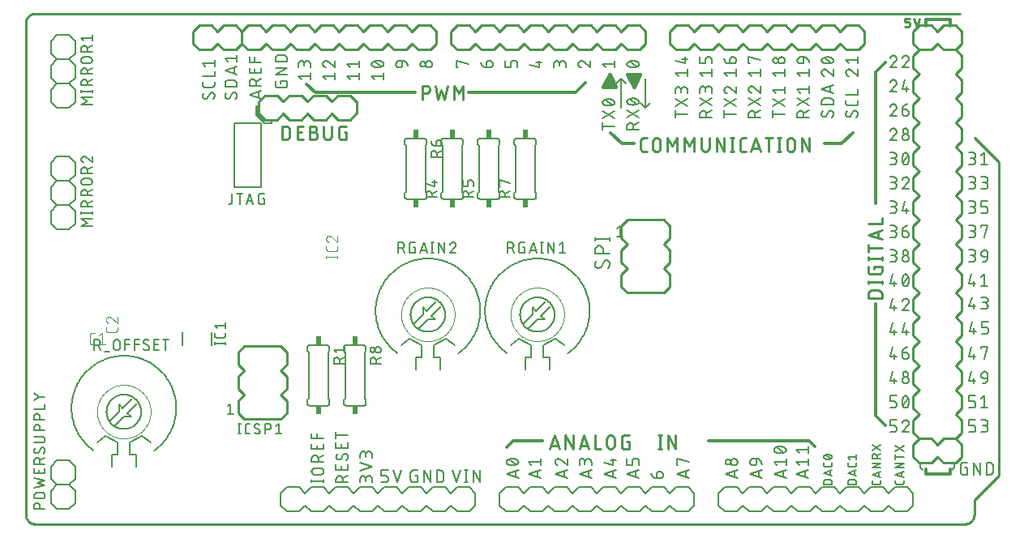
<source format=gbr>
G04 EAGLE Gerber RS-274X export*
G75*
%MOMM*%
%FSLAX34Y34*%
%LPD*%
%INSilkscreen Top*%
%IPPOS*%
%AMOC8*
5,1,8,0,0,1.08239X$1,22.5*%
G01*
%ADD10C,0.203200*%
%ADD11C,0.254000*%
%ADD12C,0.127000*%
%ADD13C,0.304800*%
%ADD14C,0.406400*%
%ADD15C,0.177800*%
%ADD16C,0.152400*%
%ADD17C,0.228600*%
%ADD18C,0.012700*%
%ADD19C,0.101600*%
%ADD20R,0.609600X0.863600*%
%ADD21C,0.050800*%


D10*
X946150Y213360D02*
X946150Y208280D01*
X948690Y205740D01*
X981710Y208280D02*
X981710Y213360D01*
X981710Y208280D02*
X979170Y205740D01*
X633730Y584200D02*
X633730Y614680D01*
X628650Y609600D01*
X633730Y614680D02*
X638810Y609600D01*
X659130Y614680D02*
X659130Y584200D01*
X654050Y589280D01*
X659130Y584200D02*
X664210Y589280D01*
D11*
X660372Y538480D02*
X657211Y538480D01*
X657101Y538482D01*
X656990Y538488D01*
X656881Y538497D01*
X656771Y538511D01*
X656662Y538528D01*
X656554Y538549D01*
X656446Y538574D01*
X656340Y538602D01*
X656234Y538635D01*
X656130Y538671D01*
X656027Y538710D01*
X655925Y538753D01*
X655825Y538800D01*
X655727Y538850D01*
X655631Y538903D01*
X655536Y538960D01*
X655443Y539020D01*
X655353Y539084D01*
X655265Y539150D01*
X655179Y539220D01*
X655096Y539292D01*
X655015Y539367D01*
X654937Y539445D01*
X654862Y539526D01*
X654790Y539609D01*
X654720Y539695D01*
X654654Y539783D01*
X654590Y539873D01*
X654530Y539966D01*
X654473Y540061D01*
X654420Y540157D01*
X654370Y540255D01*
X654323Y540355D01*
X654280Y540457D01*
X654241Y540560D01*
X654205Y540664D01*
X654172Y540770D01*
X654144Y540876D01*
X654119Y540984D01*
X654098Y541092D01*
X654081Y541201D01*
X654067Y541311D01*
X654058Y541420D01*
X654052Y541531D01*
X654050Y541641D01*
X654050Y549543D01*
X654052Y549653D01*
X654058Y549763D01*
X654067Y549873D01*
X654081Y549983D01*
X654098Y550092D01*
X654119Y550200D01*
X654144Y550308D01*
X654172Y550414D01*
X654205Y550520D01*
X654241Y550624D01*
X654280Y550727D01*
X654323Y550829D01*
X654370Y550929D01*
X654420Y551027D01*
X654473Y551123D01*
X654530Y551218D01*
X654590Y551311D01*
X654654Y551401D01*
X654720Y551489D01*
X654790Y551575D01*
X654862Y551658D01*
X654937Y551739D01*
X655015Y551817D01*
X655096Y551892D01*
X655179Y551964D01*
X655265Y552034D01*
X655353Y552100D01*
X655443Y552164D01*
X655536Y552224D01*
X655630Y552280D01*
X655727Y552334D01*
X655825Y552384D01*
X655925Y552431D01*
X656027Y552474D01*
X656130Y552513D01*
X656234Y552549D01*
X656340Y552582D01*
X656446Y552610D01*
X656554Y552635D01*
X656662Y552656D01*
X656771Y552673D01*
X656881Y552687D01*
X656990Y552696D01*
X657101Y552702D01*
X657211Y552704D01*
X660372Y552704D01*
X666496Y548753D02*
X666496Y542431D01*
X666496Y548753D02*
X666498Y548877D01*
X666504Y549001D01*
X666514Y549125D01*
X666527Y549248D01*
X666545Y549371D01*
X666566Y549493D01*
X666591Y549615D01*
X666620Y549736D01*
X666653Y549855D01*
X666689Y549974D01*
X666730Y550091D01*
X666773Y550207D01*
X666821Y550322D01*
X666872Y550435D01*
X666927Y550547D01*
X666985Y550656D01*
X667046Y550764D01*
X667111Y550870D01*
X667179Y550974D01*
X667251Y551075D01*
X667325Y551175D01*
X667403Y551271D01*
X667483Y551366D01*
X667567Y551458D01*
X667653Y551547D01*
X667742Y551633D01*
X667834Y551717D01*
X667929Y551797D01*
X668025Y551875D01*
X668125Y551949D01*
X668226Y552021D01*
X668330Y552089D01*
X668436Y552154D01*
X668544Y552215D01*
X668653Y552273D01*
X668765Y552328D01*
X668878Y552379D01*
X668993Y552427D01*
X669109Y552470D01*
X669226Y552511D01*
X669345Y552547D01*
X669464Y552580D01*
X669585Y552609D01*
X669707Y552634D01*
X669829Y552655D01*
X669952Y552673D01*
X670075Y552686D01*
X670199Y552696D01*
X670323Y552702D01*
X670447Y552704D01*
X670571Y552702D01*
X670695Y552696D01*
X670819Y552686D01*
X670942Y552673D01*
X671065Y552655D01*
X671187Y552634D01*
X671309Y552609D01*
X671430Y552580D01*
X671549Y552547D01*
X671668Y552511D01*
X671785Y552470D01*
X671901Y552427D01*
X672016Y552379D01*
X672129Y552328D01*
X672241Y552273D01*
X672350Y552215D01*
X672458Y552154D01*
X672564Y552089D01*
X672668Y552021D01*
X672769Y551949D01*
X672869Y551875D01*
X672965Y551797D01*
X673060Y551717D01*
X673152Y551633D01*
X673241Y551547D01*
X673327Y551458D01*
X673411Y551366D01*
X673491Y551271D01*
X673569Y551175D01*
X673643Y551075D01*
X673715Y550974D01*
X673783Y550870D01*
X673848Y550764D01*
X673909Y550656D01*
X673967Y550547D01*
X674022Y550435D01*
X674073Y550322D01*
X674121Y550207D01*
X674164Y550091D01*
X674205Y549974D01*
X674241Y549855D01*
X674274Y549736D01*
X674303Y549615D01*
X674328Y549493D01*
X674349Y549371D01*
X674367Y549248D01*
X674380Y549125D01*
X674390Y549001D01*
X674396Y548877D01*
X674398Y548753D01*
X674398Y542431D01*
X674396Y542307D01*
X674390Y542183D01*
X674380Y542059D01*
X674367Y541936D01*
X674349Y541813D01*
X674328Y541691D01*
X674303Y541569D01*
X674274Y541448D01*
X674241Y541329D01*
X674205Y541210D01*
X674164Y541093D01*
X674121Y540977D01*
X674073Y540862D01*
X674022Y540749D01*
X673967Y540637D01*
X673909Y540528D01*
X673848Y540420D01*
X673783Y540314D01*
X673715Y540210D01*
X673643Y540109D01*
X673569Y540009D01*
X673491Y539913D01*
X673411Y539818D01*
X673327Y539726D01*
X673241Y539637D01*
X673152Y539551D01*
X673060Y539467D01*
X672965Y539387D01*
X672869Y539309D01*
X672769Y539235D01*
X672668Y539163D01*
X672564Y539095D01*
X672458Y539030D01*
X672350Y538969D01*
X672241Y538911D01*
X672129Y538856D01*
X672016Y538805D01*
X671901Y538757D01*
X671785Y538714D01*
X671668Y538673D01*
X671549Y538637D01*
X671430Y538604D01*
X671309Y538575D01*
X671187Y538550D01*
X671065Y538529D01*
X670942Y538511D01*
X670819Y538498D01*
X670695Y538488D01*
X670571Y538482D01*
X670447Y538480D01*
X670323Y538482D01*
X670199Y538488D01*
X670075Y538498D01*
X669952Y538511D01*
X669829Y538529D01*
X669707Y538550D01*
X669585Y538575D01*
X669464Y538604D01*
X669345Y538637D01*
X669226Y538673D01*
X669109Y538714D01*
X668993Y538757D01*
X668878Y538805D01*
X668765Y538856D01*
X668653Y538911D01*
X668544Y538969D01*
X668436Y539030D01*
X668330Y539095D01*
X668226Y539163D01*
X668125Y539235D01*
X668025Y539309D01*
X667929Y539387D01*
X667834Y539467D01*
X667742Y539551D01*
X667653Y539637D01*
X667567Y539726D01*
X667483Y539818D01*
X667403Y539913D01*
X667325Y540009D01*
X667251Y540109D01*
X667179Y540210D01*
X667111Y540314D01*
X667046Y540420D01*
X666985Y540528D01*
X666927Y540637D01*
X666872Y540749D01*
X666821Y540862D01*
X666773Y540977D01*
X666730Y541093D01*
X666689Y541210D01*
X666653Y541329D01*
X666620Y541448D01*
X666591Y541569D01*
X666566Y541691D01*
X666545Y541813D01*
X666527Y541936D01*
X666514Y542059D01*
X666504Y542183D01*
X666498Y542307D01*
X666496Y542431D01*
X682058Y538480D02*
X682058Y552704D01*
X686799Y544802D01*
X691541Y552704D01*
X691541Y538480D01*
X699897Y538480D02*
X699897Y552704D01*
X704638Y544802D01*
X709380Y552704D01*
X709380Y538480D01*
X717535Y542431D02*
X717535Y552704D01*
X717535Y542431D02*
X717537Y542307D01*
X717543Y542183D01*
X717553Y542059D01*
X717566Y541936D01*
X717584Y541813D01*
X717605Y541691D01*
X717630Y541569D01*
X717659Y541448D01*
X717692Y541329D01*
X717728Y541210D01*
X717769Y541093D01*
X717812Y540977D01*
X717860Y540862D01*
X717911Y540749D01*
X717966Y540637D01*
X718024Y540528D01*
X718085Y540420D01*
X718150Y540314D01*
X718218Y540210D01*
X718290Y540109D01*
X718364Y540009D01*
X718442Y539913D01*
X718522Y539818D01*
X718606Y539726D01*
X718692Y539637D01*
X718781Y539551D01*
X718873Y539467D01*
X718968Y539387D01*
X719064Y539309D01*
X719164Y539235D01*
X719265Y539163D01*
X719369Y539095D01*
X719475Y539030D01*
X719583Y538969D01*
X719692Y538911D01*
X719804Y538856D01*
X719917Y538805D01*
X720032Y538757D01*
X720148Y538714D01*
X720265Y538673D01*
X720384Y538637D01*
X720503Y538604D01*
X720624Y538575D01*
X720746Y538550D01*
X720868Y538529D01*
X720991Y538511D01*
X721114Y538498D01*
X721238Y538488D01*
X721362Y538482D01*
X721486Y538480D01*
X721610Y538482D01*
X721734Y538488D01*
X721858Y538498D01*
X721981Y538511D01*
X722104Y538529D01*
X722226Y538550D01*
X722348Y538575D01*
X722469Y538604D01*
X722588Y538637D01*
X722707Y538673D01*
X722824Y538714D01*
X722940Y538757D01*
X723055Y538805D01*
X723168Y538856D01*
X723280Y538911D01*
X723389Y538969D01*
X723497Y539030D01*
X723603Y539095D01*
X723707Y539163D01*
X723808Y539235D01*
X723908Y539309D01*
X724004Y539387D01*
X724099Y539467D01*
X724191Y539551D01*
X724280Y539637D01*
X724366Y539726D01*
X724450Y539818D01*
X724530Y539913D01*
X724608Y540009D01*
X724682Y540109D01*
X724754Y540210D01*
X724822Y540314D01*
X724887Y540420D01*
X724948Y540528D01*
X725006Y540637D01*
X725061Y540749D01*
X725112Y540862D01*
X725160Y540977D01*
X725203Y541093D01*
X725244Y541210D01*
X725280Y541329D01*
X725313Y541448D01*
X725342Y541569D01*
X725367Y541691D01*
X725388Y541813D01*
X725406Y541936D01*
X725419Y542059D01*
X725429Y542183D01*
X725435Y542307D01*
X725437Y542431D01*
X725437Y552704D01*
X733392Y552704D02*
X733392Y538480D01*
X741294Y538480D02*
X733392Y552704D01*
X741294Y552704D02*
X741294Y538480D01*
X749731Y538480D02*
X749731Y552704D01*
X748151Y538480D02*
X751312Y538480D01*
X751312Y552704D02*
X748151Y552704D01*
X760776Y538480D02*
X763937Y538480D01*
X760776Y538480D02*
X760666Y538482D01*
X760555Y538488D01*
X760446Y538497D01*
X760336Y538511D01*
X760227Y538528D01*
X760119Y538549D01*
X760011Y538574D01*
X759905Y538602D01*
X759799Y538635D01*
X759695Y538671D01*
X759592Y538710D01*
X759490Y538753D01*
X759390Y538800D01*
X759292Y538850D01*
X759196Y538903D01*
X759101Y538960D01*
X759008Y539020D01*
X758918Y539084D01*
X758830Y539150D01*
X758744Y539220D01*
X758661Y539292D01*
X758580Y539367D01*
X758502Y539445D01*
X758427Y539526D01*
X758355Y539609D01*
X758285Y539695D01*
X758219Y539783D01*
X758155Y539873D01*
X758095Y539966D01*
X758038Y540061D01*
X757985Y540157D01*
X757935Y540255D01*
X757888Y540355D01*
X757845Y540457D01*
X757806Y540560D01*
X757770Y540664D01*
X757737Y540770D01*
X757709Y540876D01*
X757684Y540984D01*
X757663Y541092D01*
X757646Y541201D01*
X757632Y541311D01*
X757623Y541420D01*
X757617Y541531D01*
X757615Y541641D01*
X757615Y549543D01*
X757617Y549653D01*
X757623Y549763D01*
X757632Y549873D01*
X757646Y549983D01*
X757663Y550092D01*
X757684Y550200D01*
X757709Y550308D01*
X757737Y550414D01*
X757770Y550520D01*
X757806Y550624D01*
X757845Y550727D01*
X757888Y550829D01*
X757935Y550929D01*
X757985Y551027D01*
X758038Y551123D01*
X758095Y551218D01*
X758155Y551311D01*
X758219Y551401D01*
X758285Y551489D01*
X758355Y551575D01*
X758427Y551658D01*
X758502Y551739D01*
X758580Y551817D01*
X758661Y551892D01*
X758744Y551964D01*
X758830Y552034D01*
X758918Y552100D01*
X759008Y552164D01*
X759101Y552224D01*
X759195Y552280D01*
X759292Y552334D01*
X759390Y552384D01*
X759490Y552431D01*
X759592Y552474D01*
X759695Y552513D01*
X759799Y552549D01*
X759905Y552582D01*
X760011Y552610D01*
X760119Y552635D01*
X760227Y552656D01*
X760336Y552673D01*
X760446Y552687D01*
X760555Y552696D01*
X760666Y552702D01*
X760776Y552704D01*
X763937Y552704D01*
X774012Y552704D02*
X769271Y538480D01*
X778753Y538480D02*
X774012Y552704D01*
X777568Y542036D02*
X770456Y542036D01*
X787887Y538480D02*
X787887Y552704D01*
X783936Y552704D02*
X791838Y552704D01*
X798788Y552704D02*
X798788Y538480D01*
X797208Y538480D02*
X800369Y538480D01*
X800369Y552704D02*
X797208Y552704D01*
X806730Y548753D02*
X806730Y542431D01*
X806730Y548753D02*
X806732Y548877D01*
X806738Y549001D01*
X806748Y549125D01*
X806761Y549248D01*
X806779Y549371D01*
X806800Y549493D01*
X806825Y549615D01*
X806854Y549736D01*
X806887Y549855D01*
X806923Y549974D01*
X806964Y550091D01*
X807007Y550207D01*
X807055Y550322D01*
X807106Y550435D01*
X807161Y550547D01*
X807219Y550656D01*
X807280Y550764D01*
X807345Y550870D01*
X807413Y550974D01*
X807485Y551075D01*
X807559Y551175D01*
X807637Y551271D01*
X807717Y551366D01*
X807801Y551458D01*
X807887Y551547D01*
X807976Y551633D01*
X808068Y551717D01*
X808163Y551797D01*
X808259Y551875D01*
X808359Y551949D01*
X808460Y552021D01*
X808564Y552089D01*
X808670Y552154D01*
X808778Y552215D01*
X808887Y552273D01*
X808999Y552328D01*
X809112Y552379D01*
X809227Y552427D01*
X809343Y552470D01*
X809460Y552511D01*
X809579Y552547D01*
X809698Y552580D01*
X809819Y552609D01*
X809941Y552634D01*
X810063Y552655D01*
X810186Y552673D01*
X810309Y552686D01*
X810433Y552696D01*
X810557Y552702D01*
X810681Y552704D01*
X810805Y552702D01*
X810929Y552696D01*
X811053Y552686D01*
X811176Y552673D01*
X811299Y552655D01*
X811421Y552634D01*
X811543Y552609D01*
X811664Y552580D01*
X811783Y552547D01*
X811902Y552511D01*
X812019Y552470D01*
X812135Y552427D01*
X812250Y552379D01*
X812363Y552328D01*
X812475Y552273D01*
X812584Y552215D01*
X812692Y552154D01*
X812798Y552089D01*
X812902Y552021D01*
X813003Y551949D01*
X813103Y551875D01*
X813199Y551797D01*
X813294Y551717D01*
X813386Y551633D01*
X813475Y551547D01*
X813561Y551458D01*
X813645Y551366D01*
X813725Y551271D01*
X813803Y551175D01*
X813877Y551075D01*
X813949Y550974D01*
X814017Y550870D01*
X814082Y550764D01*
X814143Y550656D01*
X814201Y550547D01*
X814256Y550435D01*
X814307Y550322D01*
X814355Y550207D01*
X814398Y550091D01*
X814439Y549974D01*
X814475Y549855D01*
X814508Y549736D01*
X814537Y549615D01*
X814562Y549493D01*
X814583Y549371D01*
X814601Y549248D01*
X814614Y549125D01*
X814624Y549001D01*
X814630Y548877D01*
X814632Y548753D01*
X814632Y542431D01*
X814630Y542307D01*
X814624Y542183D01*
X814614Y542059D01*
X814601Y541936D01*
X814583Y541813D01*
X814562Y541691D01*
X814537Y541569D01*
X814508Y541448D01*
X814475Y541329D01*
X814439Y541210D01*
X814398Y541093D01*
X814355Y540977D01*
X814307Y540862D01*
X814256Y540749D01*
X814201Y540637D01*
X814143Y540528D01*
X814082Y540420D01*
X814017Y540314D01*
X813949Y540210D01*
X813877Y540109D01*
X813803Y540009D01*
X813725Y539913D01*
X813645Y539818D01*
X813561Y539726D01*
X813475Y539637D01*
X813386Y539551D01*
X813294Y539467D01*
X813199Y539387D01*
X813103Y539309D01*
X813003Y539235D01*
X812902Y539163D01*
X812798Y539095D01*
X812692Y539030D01*
X812584Y538969D01*
X812475Y538911D01*
X812363Y538856D01*
X812250Y538805D01*
X812135Y538757D01*
X812019Y538714D01*
X811902Y538673D01*
X811783Y538637D01*
X811664Y538604D01*
X811543Y538575D01*
X811421Y538550D01*
X811299Y538529D01*
X811176Y538511D01*
X811053Y538498D01*
X810929Y538488D01*
X810805Y538482D01*
X810681Y538480D01*
X810557Y538482D01*
X810433Y538488D01*
X810309Y538498D01*
X810186Y538511D01*
X810063Y538529D01*
X809941Y538550D01*
X809819Y538575D01*
X809698Y538604D01*
X809579Y538637D01*
X809460Y538673D01*
X809343Y538714D01*
X809227Y538757D01*
X809112Y538805D01*
X808999Y538856D01*
X808887Y538911D01*
X808778Y538969D01*
X808670Y539030D01*
X808564Y539095D01*
X808460Y539163D01*
X808359Y539235D01*
X808259Y539309D01*
X808163Y539387D01*
X808068Y539467D01*
X807976Y539551D01*
X807887Y539637D01*
X807801Y539726D01*
X807717Y539818D01*
X807637Y539913D01*
X807559Y540009D01*
X807485Y540109D01*
X807413Y540210D01*
X807345Y540314D01*
X807280Y540420D01*
X807219Y540528D01*
X807161Y540637D01*
X807106Y540749D01*
X807055Y540862D01*
X807007Y540977D01*
X806964Y541093D01*
X806923Y541210D01*
X806887Y541329D01*
X806854Y541448D01*
X806825Y541569D01*
X806800Y541691D01*
X806779Y541813D01*
X806761Y541936D01*
X806748Y542059D01*
X806738Y542183D01*
X806732Y542307D01*
X806730Y542431D01*
X822091Y538480D02*
X822091Y552704D01*
X829993Y538480D01*
X829993Y552704D01*
D12*
X621815Y421670D02*
X621813Y421785D01*
X621807Y421900D01*
X621798Y422015D01*
X621784Y422129D01*
X621767Y422243D01*
X621746Y422356D01*
X621721Y422468D01*
X621693Y422580D01*
X621660Y422690D01*
X621624Y422799D01*
X621585Y422907D01*
X621542Y423014D01*
X621495Y423119D01*
X621445Y423223D01*
X621391Y423325D01*
X621334Y423425D01*
X621274Y423523D01*
X621211Y423619D01*
X621144Y423712D01*
X621074Y423804D01*
X621001Y423893D01*
X620926Y423980D01*
X620847Y424064D01*
X620766Y424145D01*
X620682Y424224D01*
X620595Y424299D01*
X620506Y424372D01*
X620414Y424442D01*
X620321Y424509D01*
X620225Y424572D01*
X620127Y424632D01*
X620027Y424689D01*
X619925Y424743D01*
X619821Y424793D01*
X619716Y424840D01*
X619609Y424883D01*
X619501Y424922D01*
X619392Y424958D01*
X619282Y424991D01*
X619170Y425019D01*
X619058Y425044D01*
X618945Y425065D01*
X618831Y425082D01*
X618717Y425096D01*
X618602Y425105D01*
X618487Y425111D01*
X618372Y425113D01*
X621815Y421670D02*
X621813Y421496D01*
X621807Y421322D01*
X621796Y421148D01*
X621782Y420975D01*
X621763Y420802D01*
X621740Y420629D01*
X621713Y420457D01*
X621682Y420286D01*
X621647Y420116D01*
X621608Y419946D01*
X621565Y419778D01*
X621517Y419610D01*
X621466Y419444D01*
X621411Y419279D01*
X621352Y419115D01*
X621288Y418953D01*
X621222Y418792D01*
X621151Y418633D01*
X621076Y418476D01*
X620998Y418320D01*
X620916Y418167D01*
X620830Y418015D01*
X620741Y417866D01*
X620648Y417719D01*
X620552Y417574D01*
X620452Y417431D01*
X620349Y417291D01*
X620243Y417153D01*
X620133Y417018D01*
X620020Y416886D01*
X619904Y416756D01*
X619785Y416629D01*
X619663Y416505D01*
X609764Y416936D02*
X609649Y416938D01*
X609534Y416944D01*
X609419Y416953D01*
X609305Y416967D01*
X609191Y416984D01*
X609078Y417005D01*
X608966Y417030D01*
X608854Y417058D01*
X608744Y417091D01*
X608635Y417127D01*
X608527Y417166D01*
X608420Y417209D01*
X608315Y417256D01*
X608211Y417306D01*
X608109Y417360D01*
X608009Y417417D01*
X607911Y417477D01*
X607815Y417540D01*
X607722Y417607D01*
X607630Y417677D01*
X607541Y417750D01*
X607454Y417825D01*
X607370Y417904D01*
X607289Y417985D01*
X607210Y418069D01*
X607135Y418156D01*
X607062Y418245D01*
X606992Y418337D01*
X606925Y418430D01*
X606862Y418526D01*
X606802Y418624D01*
X606745Y418724D01*
X606691Y418826D01*
X606641Y418930D01*
X606594Y419035D01*
X606551Y419142D01*
X606512Y419250D01*
X606476Y419359D01*
X606443Y419469D01*
X606415Y419581D01*
X606390Y419693D01*
X606369Y419806D01*
X606352Y419920D01*
X606338Y420034D01*
X606329Y420149D01*
X606323Y420264D01*
X606321Y420379D01*
X606323Y420539D01*
X606329Y420698D01*
X606339Y420858D01*
X606353Y421017D01*
X606370Y421176D01*
X606392Y421334D01*
X606418Y421492D01*
X606447Y421649D01*
X606481Y421805D01*
X606518Y421961D01*
X606559Y422115D01*
X606604Y422268D01*
X606652Y422421D01*
X606705Y422572D01*
X606761Y422721D01*
X606821Y422869D01*
X606884Y423016D01*
X606951Y423161D01*
X607022Y423304D01*
X607096Y423446D01*
X607174Y423586D01*
X607255Y423723D01*
X607339Y423859D01*
X607427Y423992D01*
X607518Y424124D01*
X607612Y424253D01*
X612777Y418657D02*
X612716Y418557D01*
X612651Y418459D01*
X612584Y418363D01*
X612513Y418270D01*
X612439Y418179D01*
X612362Y418091D01*
X612282Y418005D01*
X612199Y417922D01*
X612114Y417842D01*
X612026Y417765D01*
X611935Y417691D01*
X611842Y417620D01*
X611747Y417552D01*
X611649Y417487D01*
X611550Y417425D01*
X611448Y417367D01*
X611344Y417312D01*
X611239Y417261D01*
X611132Y417214D01*
X611023Y417170D01*
X610913Y417129D01*
X610802Y417093D01*
X610690Y417060D01*
X610576Y417031D01*
X610462Y417005D01*
X610347Y416984D01*
X610231Y416966D01*
X610115Y416953D01*
X609998Y416943D01*
X609881Y416937D01*
X609764Y416935D01*
X615359Y423391D02*
X615420Y423491D01*
X615485Y423589D01*
X615553Y423685D01*
X615623Y423778D01*
X615697Y423869D01*
X615774Y423957D01*
X615854Y424043D01*
X615937Y424126D01*
X616022Y424206D01*
X616110Y424283D01*
X616201Y424357D01*
X616294Y424429D01*
X616389Y424497D01*
X616487Y424561D01*
X616586Y424623D01*
X616688Y424681D01*
X616792Y424736D01*
X616897Y424787D01*
X617004Y424834D01*
X617113Y424878D01*
X617223Y424919D01*
X617334Y424955D01*
X617446Y424988D01*
X617560Y425017D01*
X617674Y425043D01*
X617789Y425064D01*
X617905Y425082D01*
X618021Y425095D01*
X618138Y425105D01*
X618255Y425111D01*
X618372Y425113D01*
X615359Y423391D02*
X612777Y418657D01*
X606321Y431568D02*
X621815Y431568D01*
X606321Y431568D02*
X606321Y435872D01*
X606323Y436002D01*
X606329Y436132D01*
X606339Y436262D01*
X606352Y436391D01*
X606370Y436520D01*
X606391Y436648D01*
X606417Y436775D01*
X606446Y436902D01*
X606479Y437028D01*
X606516Y437152D01*
X606556Y437276D01*
X606601Y437398D01*
X606649Y437519D01*
X606700Y437638D01*
X606755Y437756D01*
X606814Y437872D01*
X606876Y437986D01*
X606942Y438099D01*
X607011Y438209D01*
X607083Y438317D01*
X607158Y438423D01*
X607237Y438526D01*
X607319Y438627D01*
X607403Y438726D01*
X607491Y438822D01*
X607582Y438915D01*
X607675Y439006D01*
X607771Y439094D01*
X607870Y439178D01*
X607971Y439260D01*
X608074Y439339D01*
X608180Y439414D01*
X608288Y439486D01*
X608398Y439555D01*
X608511Y439621D01*
X608625Y439683D01*
X608741Y439742D01*
X608859Y439797D01*
X608978Y439848D01*
X609099Y439896D01*
X609221Y439941D01*
X609345Y439981D01*
X609469Y440018D01*
X609595Y440051D01*
X609722Y440080D01*
X609849Y440106D01*
X609977Y440127D01*
X610106Y440145D01*
X610235Y440158D01*
X610365Y440168D01*
X610495Y440174D01*
X610625Y440176D01*
X610755Y440174D01*
X610885Y440168D01*
X611015Y440158D01*
X611144Y440145D01*
X611273Y440127D01*
X611401Y440106D01*
X611528Y440080D01*
X611655Y440051D01*
X611781Y440018D01*
X611905Y439981D01*
X612029Y439941D01*
X612151Y439896D01*
X612272Y439848D01*
X612391Y439797D01*
X612509Y439742D01*
X612625Y439683D01*
X612739Y439621D01*
X612852Y439555D01*
X612962Y439486D01*
X613070Y439414D01*
X613176Y439339D01*
X613279Y439260D01*
X613380Y439178D01*
X613479Y439094D01*
X613575Y439006D01*
X613668Y438915D01*
X613759Y438822D01*
X613847Y438726D01*
X613931Y438627D01*
X614013Y438526D01*
X614092Y438423D01*
X614167Y438317D01*
X614239Y438209D01*
X614308Y438099D01*
X614374Y437986D01*
X614436Y437872D01*
X614495Y437756D01*
X614550Y437638D01*
X614601Y437519D01*
X614649Y437398D01*
X614694Y437276D01*
X614734Y437152D01*
X614771Y437028D01*
X614804Y436902D01*
X614833Y436775D01*
X614859Y436648D01*
X614880Y436520D01*
X614898Y436391D01*
X614911Y436262D01*
X614921Y436132D01*
X614927Y436002D01*
X614929Y435872D01*
X614929Y431568D01*
X621815Y447072D02*
X606321Y447072D01*
X621815Y445350D02*
X621815Y448793D01*
X606321Y448793D02*
X606321Y445350D01*
D10*
X665480Y187960D02*
X678180Y187960D01*
X684530Y181610D01*
X684530Y168910D02*
X678180Y162560D01*
X640080Y187960D02*
X633730Y181610D01*
X640080Y187960D02*
X652780Y187960D01*
X659130Y181610D01*
X659130Y168910D02*
X652780Y162560D01*
X640080Y162560D01*
X633730Y168910D01*
X659130Y181610D02*
X665480Y187960D01*
X659130Y168910D02*
X665480Y162560D01*
X678180Y162560D01*
X601980Y187960D02*
X589280Y187960D01*
X601980Y187960D02*
X608330Y181610D01*
X608330Y168910D02*
X601980Y162560D01*
X608330Y181610D02*
X614680Y187960D01*
X627380Y187960D01*
X633730Y181610D01*
X633730Y168910D02*
X627380Y162560D01*
X614680Y162560D01*
X608330Y168910D01*
X563880Y187960D02*
X557530Y181610D01*
X563880Y187960D02*
X576580Y187960D01*
X582930Y181610D01*
X582930Y168910D02*
X576580Y162560D01*
X563880Y162560D01*
X557530Y168910D01*
X582930Y181610D02*
X589280Y187960D01*
X582930Y168910D02*
X589280Y162560D01*
X601980Y162560D01*
X525780Y187960D02*
X513080Y187960D01*
X525780Y187960D02*
X532130Y181610D01*
X532130Y168910D02*
X525780Y162560D01*
X532130Y181610D02*
X538480Y187960D01*
X551180Y187960D01*
X557530Y181610D01*
X557530Y168910D02*
X551180Y162560D01*
X538480Y162560D01*
X532130Y168910D01*
X506730Y168910D02*
X506730Y181610D01*
X513080Y187960D01*
X506730Y168910D02*
X513080Y162560D01*
X525780Y162560D01*
X690880Y187960D02*
X703580Y187960D01*
X709930Y181610D01*
X709930Y168910D01*
X703580Y162560D01*
X684530Y181610D02*
X690880Y187960D01*
X684530Y168910D02*
X690880Y162560D01*
X703580Y162560D01*
X462280Y187960D02*
X455930Y181610D01*
X462280Y187960D02*
X474980Y187960D01*
X481330Y181610D01*
X481330Y168910D02*
X474980Y162560D01*
X462280Y162560D01*
X455930Y168910D01*
X424180Y187960D02*
X411480Y187960D01*
X424180Y187960D02*
X430530Y181610D01*
X430530Y168910D02*
X424180Y162560D01*
X430530Y181610D02*
X436880Y187960D01*
X449580Y187960D01*
X455930Y181610D01*
X455930Y168910D02*
X449580Y162560D01*
X436880Y162560D01*
X430530Y168910D01*
X386080Y187960D02*
X379730Y181610D01*
X386080Y187960D02*
X398780Y187960D01*
X405130Y181610D01*
X405130Y168910D02*
X398780Y162560D01*
X386080Y162560D01*
X379730Y168910D01*
X405130Y181610D02*
X411480Y187960D01*
X405130Y168910D02*
X411480Y162560D01*
X424180Y162560D01*
X347980Y187960D02*
X335280Y187960D01*
X347980Y187960D02*
X354330Y181610D01*
X354330Y168910D02*
X347980Y162560D01*
X354330Y181610D02*
X360680Y187960D01*
X373380Y187960D01*
X379730Y181610D01*
X379730Y168910D02*
X373380Y162560D01*
X360680Y162560D01*
X354330Y168910D01*
X335280Y187960D02*
X328930Y181610D01*
X328930Y168910D02*
X335280Y162560D01*
X347980Y162560D01*
X481330Y168910D02*
X481330Y181610D01*
X894080Y187960D02*
X906780Y187960D01*
X913130Y181610D01*
X913130Y168910D02*
X906780Y162560D01*
X868680Y187960D02*
X862330Y181610D01*
X868680Y187960D02*
X881380Y187960D01*
X887730Y181610D01*
X887730Y168910D02*
X881380Y162560D01*
X868680Y162560D01*
X862330Y168910D01*
X887730Y181610D02*
X894080Y187960D01*
X887730Y168910D02*
X894080Y162560D01*
X906780Y162560D01*
X830580Y187960D02*
X817880Y187960D01*
X830580Y187960D02*
X836930Y181610D01*
X836930Y168910D02*
X830580Y162560D01*
X836930Y181610D02*
X843280Y187960D01*
X855980Y187960D01*
X862330Y181610D01*
X862330Y168910D02*
X855980Y162560D01*
X843280Y162560D01*
X836930Y168910D01*
X792480Y187960D02*
X786130Y181610D01*
X792480Y187960D02*
X805180Y187960D01*
X811530Y181610D01*
X811530Y168910D02*
X805180Y162560D01*
X792480Y162560D01*
X786130Y168910D01*
X811530Y181610D02*
X817880Y187960D01*
X811530Y168910D02*
X817880Y162560D01*
X830580Y162560D01*
X754380Y187960D02*
X741680Y187960D01*
X754380Y187960D02*
X760730Y181610D01*
X760730Y168910D02*
X754380Y162560D01*
X760730Y181610D02*
X767080Y187960D01*
X779780Y187960D01*
X786130Y181610D01*
X786130Y168910D02*
X779780Y162560D01*
X767080Y162560D01*
X760730Y168910D01*
X735330Y168910D02*
X735330Y181610D01*
X741680Y187960D01*
X735330Y168910D02*
X741680Y162560D01*
X754380Y162560D01*
X919480Y187960D02*
X932180Y187960D01*
X938530Y181610D01*
X938530Y168910D01*
X932180Y162560D01*
X913130Y181610D02*
X919480Y187960D01*
X913130Y168910D02*
X919480Y162560D01*
X932180Y162560D01*
D11*
X982980Y238760D02*
X989330Y245110D01*
X989330Y257810D01*
X982980Y264160D01*
X989330Y270510D01*
X989330Y283210D01*
X982980Y289560D01*
X989330Y295910D01*
X989330Y308610D01*
X982980Y314960D01*
X989330Y321310D01*
X989330Y334010D01*
X982980Y340360D01*
X989330Y346710D01*
X989330Y359410D01*
X982980Y365760D01*
X989330Y372110D01*
X989330Y384810D01*
X982980Y391160D01*
X989330Y397510D01*
X989330Y410210D01*
X982980Y416560D01*
X989330Y422910D01*
X989330Y435610D01*
X982980Y441960D01*
X944880Y441960D02*
X938530Y435610D01*
X938530Y422910D01*
X944880Y416560D01*
X938530Y410210D01*
X938530Y397510D01*
X944880Y391160D01*
X938530Y384810D01*
X938530Y372110D01*
X944880Y365760D01*
X938530Y359410D01*
X938530Y346710D01*
X944880Y340360D01*
X938530Y334010D01*
X938530Y321310D01*
X944880Y314960D01*
X938530Y308610D01*
X938530Y295910D01*
X944880Y289560D01*
X938530Y283210D01*
X938530Y270510D01*
X944880Y264160D01*
X938530Y257810D01*
X938530Y245110D01*
X944880Y238760D01*
X982980Y441960D02*
X989330Y448310D01*
X989330Y461010D01*
X982980Y467360D01*
X989330Y473710D01*
X989330Y486410D01*
X982980Y492760D01*
X989330Y499110D01*
X989330Y511810D01*
X982980Y518160D01*
X989330Y524510D01*
X989330Y537210D01*
X982980Y543560D01*
X989330Y549910D01*
X989330Y562610D01*
X982980Y568960D01*
X989330Y575310D01*
X989330Y588010D01*
X982980Y594360D01*
X989330Y600710D01*
X989330Y613410D01*
X982980Y619760D01*
X989330Y626110D01*
X989330Y638810D01*
X982980Y645160D01*
X944880Y645160D02*
X938530Y638810D01*
X938530Y626110D01*
X944880Y619760D01*
X938530Y613410D01*
X938530Y600710D01*
X944880Y594360D01*
X938530Y588010D01*
X938530Y575310D01*
X944880Y568960D01*
X938530Y562610D01*
X938530Y549910D01*
X944880Y543560D01*
X938530Y537210D01*
X938530Y524510D01*
X944880Y518160D01*
X938530Y511810D01*
X938530Y499110D01*
X944880Y492760D01*
X938530Y486410D01*
X938530Y473710D01*
X944880Y467360D01*
X938530Y461010D01*
X938530Y448310D01*
X944880Y441960D01*
X887730Y664210D02*
X881380Y670560D01*
X868680Y670560D01*
X862330Y664210D01*
X855980Y670560D01*
X843280Y670560D01*
X836930Y664210D01*
X830580Y670560D01*
X817880Y670560D01*
X811530Y664210D01*
X805180Y670560D01*
X792480Y670560D01*
X786130Y664210D01*
X779780Y670560D01*
X767080Y670560D01*
X760730Y664210D01*
X754380Y670560D01*
X741680Y670560D01*
X735330Y664210D01*
X728980Y670560D01*
X716280Y670560D01*
X709930Y664210D01*
X703580Y670560D01*
X690880Y670560D01*
X684530Y664210D01*
X684530Y651510D01*
X690880Y645160D01*
X703580Y645160D01*
X709930Y651510D01*
X716280Y645160D01*
X728980Y645160D01*
X735330Y651510D01*
X741680Y645160D01*
X754380Y645160D01*
X760730Y651510D01*
X767080Y645160D01*
X779780Y645160D01*
X786130Y651510D01*
X792480Y645160D01*
X805180Y645160D01*
X811530Y651510D01*
X817880Y645160D01*
X830580Y645160D01*
X836930Y651510D01*
X843280Y645160D01*
X855980Y645160D01*
X862330Y651510D01*
X868680Y645160D01*
X881380Y645160D01*
X887730Y651510D01*
X887730Y664210D01*
X640080Y467360D02*
X633730Y461010D01*
X633730Y448310D01*
X640080Y441960D01*
X633730Y435610D01*
X633730Y422910D01*
X640080Y416560D01*
X633730Y410210D01*
X633730Y397510D01*
X640080Y391160D01*
X678180Y391160D01*
X684530Y397510D01*
X684530Y410210D01*
X678180Y416560D01*
X684530Y422910D01*
X684530Y435610D01*
X678180Y441960D01*
X684530Y448310D01*
X684530Y461010D01*
X678180Y467360D01*
X640080Y467360D01*
X938530Y651510D02*
X944880Y645160D01*
X957580Y645160D01*
X963930Y651510D01*
X970280Y645160D01*
X982980Y645160D01*
X989330Y651510D01*
X989330Y664210D01*
X982980Y670560D01*
X970280Y670560D01*
X963930Y664210D01*
X957580Y670560D01*
X944880Y670560D01*
X938530Y664210D01*
X938530Y651510D01*
X938530Y219710D02*
X944880Y213360D01*
X957580Y213360D01*
X963930Y219710D01*
X970280Y213360D01*
X982980Y213360D01*
X989330Y219710D01*
X989330Y232410D01*
X982980Y238760D01*
X970280Y238760D01*
X963930Y232410D01*
X957580Y238760D01*
X944880Y238760D01*
X938530Y232410D01*
X938530Y219710D01*
X1027684Y527812D02*
X1002284Y553212D01*
X1027684Y527812D02*
X1027684Y200152D01*
X1002284Y174752D01*
X1002284Y159352D01*
X1002281Y159110D01*
X1002272Y158869D01*
X1002258Y158628D01*
X1002237Y158387D01*
X1002211Y158147D01*
X1002179Y157907D01*
X1002141Y157668D01*
X1002098Y157431D01*
X1002048Y157194D01*
X1001993Y156959D01*
X1001933Y156725D01*
X1001866Y156493D01*
X1001795Y156262D01*
X1001717Y156033D01*
X1001634Y155806D01*
X1001546Y155581D01*
X1001452Y155358D01*
X1001353Y155138D01*
X1001248Y154920D01*
X1001139Y154705D01*
X1001024Y154492D01*
X1000904Y154282D01*
X1000779Y154076D01*
X1000649Y153872D01*
X1000514Y153671D01*
X1000374Y153474D01*
X1000230Y153280D01*
X1000081Y153090D01*
X999927Y152904D01*
X999769Y152721D01*
X999607Y152542D01*
X999440Y152367D01*
X999269Y152196D01*
X999094Y152029D01*
X998915Y151867D01*
X998732Y151709D01*
X998546Y151555D01*
X998356Y151406D01*
X998162Y151262D01*
X997965Y151122D01*
X997764Y150987D01*
X997560Y150857D01*
X997354Y150732D01*
X997144Y150612D01*
X996931Y150497D01*
X996716Y150388D01*
X996498Y150283D01*
X996278Y150184D01*
X996055Y150090D01*
X995830Y150002D01*
X995603Y149919D01*
X995374Y149841D01*
X995143Y149770D01*
X994911Y149703D01*
X994677Y149643D01*
X994442Y149588D01*
X994205Y149538D01*
X993968Y149495D01*
X993729Y149457D01*
X993489Y149425D01*
X993249Y149399D01*
X993008Y149378D01*
X992767Y149364D01*
X992526Y149355D01*
X992284Y149352D01*
X21684Y149352D01*
X21442Y149355D01*
X21201Y149364D01*
X20960Y149378D01*
X20719Y149399D01*
X20479Y149425D01*
X20239Y149457D01*
X20000Y149495D01*
X19763Y149538D01*
X19526Y149588D01*
X19291Y149643D01*
X19057Y149703D01*
X18825Y149770D01*
X18594Y149841D01*
X18365Y149919D01*
X18138Y150002D01*
X17913Y150090D01*
X17690Y150184D01*
X17470Y150283D01*
X17252Y150388D01*
X17037Y150497D01*
X16824Y150612D01*
X16614Y150732D01*
X16408Y150857D01*
X16204Y150987D01*
X16003Y151122D01*
X15806Y151262D01*
X15612Y151406D01*
X15422Y151555D01*
X15236Y151709D01*
X15053Y151867D01*
X14874Y152029D01*
X14699Y152196D01*
X14528Y152367D01*
X14361Y152542D01*
X14199Y152721D01*
X14041Y152904D01*
X13887Y153090D01*
X13738Y153280D01*
X13594Y153474D01*
X13454Y153671D01*
X13319Y153872D01*
X13189Y154076D01*
X13064Y154282D01*
X12944Y154492D01*
X12829Y154705D01*
X12720Y154920D01*
X12615Y155138D01*
X12516Y155358D01*
X12422Y155581D01*
X12334Y155806D01*
X12251Y156033D01*
X12173Y156262D01*
X12102Y156493D01*
X12035Y156725D01*
X11975Y156959D01*
X11920Y157194D01*
X11870Y157431D01*
X11827Y157668D01*
X11789Y157907D01*
X11757Y158147D01*
X11731Y158387D01*
X11710Y158628D01*
X11696Y158869D01*
X11687Y159110D01*
X11684Y159352D01*
X11684Y672752D01*
X11687Y672994D01*
X11696Y673235D01*
X11710Y673476D01*
X11731Y673717D01*
X11757Y673957D01*
X11789Y674197D01*
X11827Y674436D01*
X11870Y674673D01*
X11920Y674910D01*
X11975Y675145D01*
X12035Y675379D01*
X12102Y675611D01*
X12173Y675842D01*
X12251Y676071D01*
X12334Y676298D01*
X12422Y676523D01*
X12516Y676746D01*
X12615Y676966D01*
X12720Y677184D01*
X12829Y677399D01*
X12944Y677612D01*
X13064Y677822D01*
X13189Y678028D01*
X13319Y678232D01*
X13454Y678433D01*
X13594Y678630D01*
X13738Y678824D01*
X13887Y679014D01*
X14041Y679200D01*
X14199Y679383D01*
X14361Y679562D01*
X14528Y679737D01*
X14699Y679908D01*
X14874Y680075D01*
X15053Y680237D01*
X15236Y680395D01*
X15422Y680549D01*
X15612Y680698D01*
X15806Y680842D01*
X16003Y680982D01*
X16204Y681117D01*
X16408Y681247D01*
X16614Y681372D01*
X16824Y681492D01*
X17037Y681607D01*
X17252Y681716D01*
X17470Y681821D01*
X17690Y681920D01*
X17913Y682014D01*
X18138Y682102D01*
X18365Y682185D01*
X18594Y682263D01*
X18825Y682334D01*
X19057Y682401D01*
X19291Y682461D01*
X19526Y682516D01*
X19763Y682566D01*
X20000Y682609D01*
X20239Y682647D01*
X20479Y682679D01*
X20719Y682705D01*
X20960Y682726D01*
X21201Y682740D01*
X21442Y682749D01*
X21684Y682752D01*
X987044Y682752D01*
D13*
X951484Y206502D02*
X951484Y201422D01*
X976884Y201422D01*
X976884Y206502D01*
X951484Y670052D02*
X951484Y676402D01*
X976884Y676402D01*
X976884Y670052D01*
X585724Y600202D02*
X473964Y600202D01*
X585724Y600202D02*
X595884Y610362D01*
X418084Y600202D02*
X313944Y600202D01*
X305054Y609092D01*
X622554Y558292D02*
X633984Y546862D01*
X646684Y546862D01*
X846074Y546862D02*
X863854Y546862D01*
X875284Y558292D01*
X829818Y236220D02*
X724916Y236220D01*
X829818Y236220D02*
X835660Y230378D01*
X551434Y236220D02*
X520954Y236220D01*
X513842Y229108D01*
X899414Y262382D02*
X899414Y379222D01*
X899414Y262382D02*
X909574Y252222D01*
X899414Y484632D02*
X899414Y621792D01*
X909574Y631952D01*
D14*
X621284Y619252D02*
X614934Y606552D01*
X627634Y606552D02*
X621284Y619252D01*
X621284Y606552D02*
X614934Y606552D01*
X621284Y612902D01*
X621284Y606552D01*
X627634Y606552D01*
X621284Y612902D01*
X640334Y619252D02*
X646684Y619252D01*
X653034Y619252D02*
X646684Y606552D01*
X640334Y619252D01*
X646684Y612902D01*
X653034Y619252D01*
X646684Y619252D01*
X646684Y612902D01*
D11*
X564049Y242062D02*
X559308Y227838D01*
X568791Y227838D02*
X564049Y242062D01*
X567605Y231394D02*
X560493Y231394D01*
X575460Y227838D02*
X575460Y242062D01*
X583362Y227838D01*
X583362Y242062D01*
X594772Y242062D02*
X590031Y227838D01*
X599513Y227838D02*
X594772Y242062D01*
X598328Y231394D02*
X591216Y231394D01*
X606224Y227838D02*
X606224Y242062D01*
X606224Y227838D02*
X612546Y227838D01*
X618570Y231789D02*
X618570Y238111D01*
X618572Y238235D01*
X618578Y238359D01*
X618588Y238483D01*
X618601Y238606D01*
X618619Y238729D01*
X618640Y238851D01*
X618665Y238973D01*
X618694Y239094D01*
X618727Y239213D01*
X618763Y239332D01*
X618804Y239449D01*
X618847Y239565D01*
X618895Y239680D01*
X618946Y239793D01*
X619001Y239905D01*
X619059Y240014D01*
X619120Y240122D01*
X619185Y240228D01*
X619253Y240332D01*
X619325Y240433D01*
X619399Y240533D01*
X619477Y240629D01*
X619557Y240724D01*
X619641Y240816D01*
X619727Y240905D01*
X619816Y240991D01*
X619908Y241075D01*
X620003Y241155D01*
X620099Y241233D01*
X620199Y241307D01*
X620300Y241379D01*
X620404Y241447D01*
X620510Y241512D01*
X620618Y241573D01*
X620727Y241631D01*
X620839Y241686D01*
X620952Y241737D01*
X621067Y241785D01*
X621183Y241828D01*
X621300Y241869D01*
X621419Y241905D01*
X621538Y241938D01*
X621659Y241967D01*
X621781Y241992D01*
X621903Y242013D01*
X622026Y242031D01*
X622149Y242044D01*
X622273Y242054D01*
X622397Y242060D01*
X622521Y242062D01*
X622645Y242060D01*
X622769Y242054D01*
X622893Y242044D01*
X623016Y242031D01*
X623139Y242013D01*
X623261Y241992D01*
X623383Y241967D01*
X623504Y241938D01*
X623623Y241905D01*
X623742Y241869D01*
X623859Y241828D01*
X623975Y241785D01*
X624090Y241737D01*
X624203Y241686D01*
X624315Y241631D01*
X624424Y241573D01*
X624532Y241512D01*
X624638Y241447D01*
X624742Y241379D01*
X624843Y241307D01*
X624943Y241233D01*
X625039Y241155D01*
X625134Y241075D01*
X625226Y240991D01*
X625315Y240905D01*
X625401Y240816D01*
X625485Y240724D01*
X625565Y240629D01*
X625643Y240533D01*
X625717Y240433D01*
X625789Y240332D01*
X625857Y240228D01*
X625922Y240122D01*
X625983Y240014D01*
X626041Y239905D01*
X626096Y239793D01*
X626147Y239680D01*
X626195Y239565D01*
X626238Y239449D01*
X626279Y239332D01*
X626315Y239213D01*
X626348Y239094D01*
X626377Y238973D01*
X626402Y238851D01*
X626423Y238729D01*
X626441Y238606D01*
X626454Y238483D01*
X626464Y238359D01*
X626470Y238235D01*
X626472Y238111D01*
X626473Y238111D02*
X626473Y231789D01*
X626472Y231789D02*
X626470Y231665D01*
X626464Y231541D01*
X626454Y231417D01*
X626441Y231294D01*
X626423Y231171D01*
X626402Y231049D01*
X626377Y230927D01*
X626348Y230806D01*
X626315Y230687D01*
X626279Y230568D01*
X626238Y230451D01*
X626195Y230335D01*
X626147Y230220D01*
X626096Y230107D01*
X626041Y229995D01*
X625983Y229886D01*
X625922Y229778D01*
X625857Y229672D01*
X625789Y229568D01*
X625717Y229467D01*
X625643Y229367D01*
X625565Y229271D01*
X625485Y229176D01*
X625401Y229084D01*
X625315Y228995D01*
X625226Y228909D01*
X625134Y228825D01*
X625039Y228745D01*
X624943Y228667D01*
X624843Y228593D01*
X624742Y228521D01*
X624638Y228453D01*
X624532Y228388D01*
X624424Y228327D01*
X624315Y228269D01*
X624203Y228214D01*
X624090Y228163D01*
X623975Y228115D01*
X623859Y228072D01*
X623742Y228031D01*
X623623Y227995D01*
X623504Y227962D01*
X623383Y227933D01*
X623261Y227908D01*
X623139Y227887D01*
X623016Y227869D01*
X622893Y227856D01*
X622769Y227846D01*
X622645Y227840D01*
X622521Y227838D01*
X622397Y227840D01*
X622273Y227846D01*
X622149Y227856D01*
X622026Y227869D01*
X621903Y227887D01*
X621781Y227908D01*
X621659Y227933D01*
X621538Y227962D01*
X621419Y227995D01*
X621300Y228031D01*
X621183Y228072D01*
X621067Y228115D01*
X620952Y228163D01*
X620839Y228214D01*
X620727Y228269D01*
X620618Y228327D01*
X620510Y228388D01*
X620404Y228453D01*
X620300Y228521D01*
X620199Y228593D01*
X620099Y228667D01*
X620003Y228745D01*
X619908Y228825D01*
X619816Y228909D01*
X619727Y228995D01*
X619641Y229084D01*
X619557Y229176D01*
X619477Y229271D01*
X619399Y229367D01*
X619325Y229467D01*
X619253Y229568D01*
X619185Y229672D01*
X619120Y229778D01*
X619059Y229886D01*
X619001Y229995D01*
X618946Y230107D01*
X618895Y230220D01*
X618847Y230335D01*
X618804Y230451D01*
X618763Y230568D01*
X618727Y230687D01*
X618694Y230806D01*
X618665Y230927D01*
X618640Y231049D01*
X618619Y231171D01*
X618601Y231294D01*
X618588Y231417D01*
X618578Y231541D01*
X618572Y231665D01*
X618570Y231789D01*
X639463Y235740D02*
X641834Y235740D01*
X641834Y227838D01*
X637093Y227838D01*
X636983Y227840D01*
X636872Y227846D01*
X636763Y227855D01*
X636653Y227869D01*
X636544Y227886D01*
X636436Y227907D01*
X636328Y227932D01*
X636222Y227960D01*
X636116Y227993D01*
X636012Y228029D01*
X635909Y228068D01*
X635807Y228111D01*
X635707Y228158D01*
X635609Y228208D01*
X635513Y228261D01*
X635418Y228318D01*
X635325Y228378D01*
X635235Y228442D01*
X635147Y228508D01*
X635061Y228578D01*
X634978Y228650D01*
X634897Y228725D01*
X634819Y228803D01*
X634744Y228884D01*
X634672Y228967D01*
X634602Y229053D01*
X634536Y229141D01*
X634472Y229231D01*
X634412Y229324D01*
X634355Y229419D01*
X634302Y229515D01*
X634252Y229613D01*
X634205Y229713D01*
X634162Y229815D01*
X634123Y229918D01*
X634087Y230022D01*
X634054Y230128D01*
X634026Y230234D01*
X634001Y230342D01*
X633980Y230450D01*
X633963Y230559D01*
X633949Y230669D01*
X633940Y230778D01*
X633934Y230889D01*
X633932Y230999D01*
X633932Y238901D01*
X633934Y239011D01*
X633940Y239121D01*
X633949Y239231D01*
X633963Y239341D01*
X633980Y239450D01*
X634001Y239558D01*
X634026Y239666D01*
X634054Y239772D01*
X634087Y239878D01*
X634123Y239982D01*
X634162Y240085D01*
X634205Y240187D01*
X634252Y240287D01*
X634302Y240385D01*
X634355Y240481D01*
X634412Y240576D01*
X634472Y240669D01*
X634536Y240759D01*
X634602Y240847D01*
X634672Y240933D01*
X634744Y241016D01*
X634819Y241097D01*
X634897Y241175D01*
X634978Y241250D01*
X635061Y241322D01*
X635147Y241392D01*
X635235Y241458D01*
X635325Y241522D01*
X635418Y241582D01*
X635512Y241638D01*
X635609Y241692D01*
X635707Y241742D01*
X635807Y241789D01*
X635909Y241832D01*
X636012Y241871D01*
X636116Y241907D01*
X636222Y241940D01*
X636328Y241968D01*
X636436Y241993D01*
X636544Y242014D01*
X636653Y242031D01*
X636763Y242045D01*
X636872Y242054D01*
X636983Y242060D01*
X637093Y242062D01*
X641834Y242062D01*
X674056Y242062D02*
X674056Y227838D01*
X672476Y227838D02*
X675637Y227838D01*
X675637Y242062D02*
X672476Y242062D01*
X682493Y242062D02*
X682493Y227838D01*
X690395Y227838D02*
X682493Y242062D01*
X690395Y242062D02*
X690395Y227838D01*
D15*
X257804Y593411D02*
X245358Y597560D01*
X257804Y601708D01*
X254693Y600671D02*
X254693Y594448D01*
X257804Y607436D02*
X245358Y607436D01*
X245358Y610894D01*
X245360Y611011D01*
X245366Y611127D01*
X245376Y611244D01*
X245390Y611360D01*
X245407Y611475D01*
X245429Y611590D01*
X245454Y611704D01*
X245483Y611817D01*
X245517Y611929D01*
X245553Y612040D01*
X245594Y612149D01*
X245638Y612257D01*
X245686Y612364D01*
X245737Y612469D01*
X245792Y612572D01*
X245851Y612673D01*
X245913Y612772D01*
X245978Y612869D01*
X246046Y612964D01*
X246117Y613056D01*
X246192Y613146D01*
X246270Y613233D01*
X246350Y613318D01*
X246433Y613400D01*
X246519Y613479D01*
X246608Y613555D01*
X246699Y613628D01*
X246792Y613698D01*
X246888Y613764D01*
X246986Y613828D01*
X247087Y613888D01*
X247189Y613945D01*
X247293Y613998D01*
X247398Y614047D01*
X247506Y614093D01*
X247614Y614136D01*
X247725Y614175D01*
X247836Y614209D01*
X247948Y614241D01*
X248062Y614268D01*
X248176Y614292D01*
X248292Y614311D01*
X248407Y614327D01*
X248523Y614339D01*
X248640Y614347D01*
X248757Y614351D01*
X248873Y614351D01*
X248990Y614347D01*
X249107Y614339D01*
X249223Y614327D01*
X249338Y614311D01*
X249454Y614292D01*
X249568Y614268D01*
X249682Y614241D01*
X249794Y614209D01*
X249905Y614175D01*
X250016Y614136D01*
X250124Y614093D01*
X250232Y614047D01*
X250337Y613998D01*
X250441Y613945D01*
X250544Y613888D01*
X250644Y613828D01*
X250742Y613764D01*
X250838Y613698D01*
X250931Y613628D01*
X251022Y613555D01*
X251111Y613479D01*
X251197Y613400D01*
X251280Y613318D01*
X251360Y613233D01*
X251438Y613146D01*
X251513Y613056D01*
X251584Y612964D01*
X251652Y612869D01*
X251717Y612772D01*
X251779Y612673D01*
X251838Y612572D01*
X251893Y612469D01*
X251944Y612364D01*
X251992Y612257D01*
X252036Y612149D01*
X252077Y612040D01*
X252113Y611929D01*
X252147Y611817D01*
X252176Y611704D01*
X252201Y611590D01*
X252223Y611475D01*
X252240Y611360D01*
X252254Y611244D01*
X252264Y611127D01*
X252270Y611011D01*
X252272Y610894D01*
X252272Y607436D01*
X252272Y611585D02*
X257804Y614351D01*
X257804Y620591D02*
X257804Y626123D01*
X257804Y620591D02*
X245358Y620591D01*
X245358Y626123D01*
X250890Y624740D02*
X250890Y620591D01*
X245358Y631686D02*
X257804Y631686D01*
X245358Y631686D02*
X245358Y637218D01*
X250890Y637218D02*
X250890Y631686D01*
X278011Y611937D02*
X278011Y609863D01*
X278011Y611937D02*
X284925Y611937D01*
X284925Y607789D01*
X284923Y607686D01*
X284917Y607582D01*
X284908Y607479D01*
X284894Y607377D01*
X284877Y607275D01*
X284856Y607174D01*
X284831Y607073D01*
X284802Y606974D01*
X284770Y606875D01*
X284734Y606778D01*
X284694Y606683D01*
X284651Y606589D01*
X284604Y606497D01*
X284554Y606406D01*
X284501Y606317D01*
X284444Y606231D01*
X284385Y606146D01*
X284322Y606064D01*
X284256Y605985D01*
X284187Y605908D01*
X284115Y605833D01*
X284040Y605761D01*
X283963Y605692D01*
X283884Y605626D01*
X283802Y605563D01*
X283717Y605504D01*
X283631Y605447D01*
X283542Y605394D01*
X283451Y605344D01*
X283359Y605297D01*
X283265Y605254D01*
X283170Y605214D01*
X283073Y605178D01*
X282974Y605146D01*
X282875Y605117D01*
X282774Y605092D01*
X282673Y605071D01*
X282571Y605054D01*
X282469Y605040D01*
X282366Y605031D01*
X282262Y605025D01*
X282159Y605023D01*
X275245Y605023D01*
X275142Y605025D01*
X275038Y605031D01*
X274935Y605040D01*
X274833Y605054D01*
X274731Y605071D01*
X274630Y605092D01*
X274529Y605117D01*
X274430Y605146D01*
X274331Y605178D01*
X274234Y605214D01*
X274139Y605254D01*
X274045Y605297D01*
X273953Y605344D01*
X273862Y605394D01*
X273773Y605447D01*
X273687Y605504D01*
X273603Y605563D01*
X273520Y605626D01*
X273441Y605692D01*
X273364Y605761D01*
X273289Y605833D01*
X273217Y605908D01*
X273148Y605985D01*
X273082Y606064D01*
X273020Y606146D01*
X272960Y606231D01*
X272903Y606317D01*
X272850Y606406D01*
X272800Y606496D01*
X272753Y606589D01*
X272710Y606683D01*
X272670Y606778D01*
X272634Y606875D01*
X272602Y606974D01*
X272573Y607073D01*
X272548Y607173D01*
X272527Y607275D01*
X272510Y607377D01*
X272496Y607479D01*
X272487Y607582D01*
X272481Y607686D01*
X272479Y607789D01*
X272479Y611937D01*
X272479Y618678D02*
X284925Y618678D01*
X284925Y625592D02*
X272479Y618678D01*
X272479Y625592D02*
X284925Y625592D01*
X284925Y632333D02*
X272479Y632333D01*
X272479Y635790D01*
X272481Y635906D01*
X272487Y636021D01*
X272496Y636136D01*
X272510Y636251D01*
X272527Y636365D01*
X272548Y636479D01*
X272573Y636591D01*
X272602Y636703D01*
X272634Y636814D01*
X272670Y636924D01*
X272710Y637032D01*
X272753Y637140D01*
X272800Y637245D01*
X272851Y637349D01*
X272904Y637451D01*
X272962Y637552D01*
X273022Y637650D01*
X273086Y637746D01*
X273153Y637841D01*
X273223Y637932D01*
X273296Y638022D01*
X273372Y638109D01*
X273451Y638193D01*
X273533Y638275D01*
X273617Y638354D01*
X273704Y638430D01*
X273794Y638503D01*
X273885Y638573D01*
X273980Y638640D01*
X274076Y638704D01*
X274174Y638764D01*
X274275Y638822D01*
X274377Y638875D01*
X274481Y638926D01*
X274586Y638973D01*
X274694Y639016D01*
X274802Y639056D01*
X274912Y639092D01*
X275023Y639124D01*
X275135Y639153D01*
X275247Y639178D01*
X275361Y639199D01*
X275475Y639216D01*
X275590Y639230D01*
X275705Y639239D01*
X275821Y639245D01*
X275936Y639247D01*
X281468Y639247D01*
X281584Y639245D01*
X281699Y639239D01*
X281814Y639230D01*
X281929Y639216D01*
X282043Y639199D01*
X282157Y639178D01*
X282269Y639153D01*
X282381Y639124D01*
X282492Y639092D01*
X282602Y639056D01*
X282710Y639016D01*
X282818Y638973D01*
X282923Y638926D01*
X283027Y638875D01*
X283129Y638822D01*
X283230Y638764D01*
X283328Y638704D01*
X283424Y638640D01*
X283519Y638573D01*
X283610Y638503D01*
X283700Y638430D01*
X283787Y638354D01*
X283871Y638275D01*
X283953Y638193D01*
X284032Y638109D01*
X284108Y638022D01*
X284181Y637932D01*
X284251Y637841D01*
X284318Y637746D01*
X284382Y637650D01*
X284442Y637552D01*
X284500Y637451D01*
X284553Y637349D01*
X284604Y637245D01*
X284651Y637140D01*
X284694Y637032D01*
X284734Y636924D01*
X284770Y636814D01*
X284802Y636703D01*
X284831Y636591D01*
X284856Y636479D01*
X284877Y636365D01*
X284894Y636251D01*
X284908Y636136D01*
X284917Y636021D01*
X284923Y635906D01*
X284925Y635790D01*
X284925Y632333D01*
X614299Y565178D02*
X626745Y565178D01*
X614299Y561721D02*
X614299Y568635D01*
X614299Y581275D02*
X626745Y572978D01*
X626745Y581275D02*
X614299Y572978D01*
X616028Y587508D02*
X616249Y587403D01*
X616473Y587304D01*
X616699Y587210D01*
X616927Y587122D01*
X617158Y587039D01*
X617390Y586961D01*
X617624Y586889D01*
X617860Y586823D01*
X618097Y586762D01*
X618335Y586707D01*
X618575Y586657D01*
X618816Y586614D01*
X619058Y586576D01*
X619301Y586544D01*
X619544Y586518D01*
X619788Y586497D01*
X620032Y586483D01*
X620277Y586474D01*
X620522Y586471D01*
X616027Y587508D02*
X615934Y587542D01*
X615842Y587580D01*
X615752Y587621D01*
X615664Y587665D01*
X615577Y587713D01*
X615492Y587765D01*
X615409Y587819D01*
X615329Y587877D01*
X615250Y587938D01*
X615174Y588001D01*
X615101Y588068D01*
X615030Y588138D01*
X614962Y588210D01*
X614897Y588284D01*
X614835Y588362D01*
X614775Y588441D01*
X614719Y588523D01*
X614667Y588607D01*
X614617Y588693D01*
X614571Y588781D01*
X614528Y588870D01*
X614489Y588961D01*
X614453Y589054D01*
X614421Y589147D01*
X614393Y589242D01*
X614368Y589338D01*
X614347Y589435D01*
X614330Y589533D01*
X614316Y589631D01*
X614307Y589730D01*
X614301Y589829D01*
X614299Y589928D01*
X614301Y590027D01*
X614307Y590126D01*
X614316Y590225D01*
X614330Y590323D01*
X614347Y590421D01*
X614368Y590518D01*
X614393Y590614D01*
X614421Y590709D01*
X614453Y590802D01*
X614489Y590895D01*
X614528Y590986D01*
X614571Y591076D01*
X614617Y591163D01*
X614667Y591249D01*
X614719Y591333D01*
X614775Y591415D01*
X614835Y591494D01*
X614897Y591572D01*
X614962Y591646D01*
X615030Y591718D01*
X615101Y591788D01*
X615174Y591855D01*
X615250Y591918D01*
X615329Y591979D01*
X615409Y592037D01*
X615492Y592091D01*
X615577Y592143D01*
X615664Y592191D01*
X615752Y592235D01*
X615843Y592276D01*
X615934Y592314D01*
X616027Y592348D01*
X616028Y592348D02*
X616249Y592452D01*
X616473Y592552D01*
X616699Y592646D01*
X616927Y592734D01*
X617158Y592817D01*
X617390Y592895D01*
X617624Y592967D01*
X617859Y593033D01*
X618097Y593094D01*
X618335Y593149D01*
X618575Y593199D01*
X618816Y593242D01*
X619058Y593280D01*
X619301Y593312D01*
X619544Y593338D01*
X619788Y593359D01*
X620032Y593373D01*
X620277Y593382D01*
X620522Y593385D01*
X620522Y586470D02*
X620767Y586473D01*
X621012Y586482D01*
X621256Y586496D01*
X621500Y586517D01*
X621743Y586543D01*
X621986Y586575D01*
X622228Y586613D01*
X622469Y586657D01*
X622709Y586706D01*
X622948Y586761D01*
X623185Y586822D01*
X623420Y586888D01*
X623654Y586960D01*
X623887Y587038D01*
X624117Y587121D01*
X624345Y587209D01*
X624571Y587303D01*
X624795Y587403D01*
X625017Y587507D01*
X625017Y587508D02*
X625110Y587542D01*
X625202Y587580D01*
X625292Y587621D01*
X625380Y587665D01*
X625467Y587713D01*
X625552Y587765D01*
X625635Y587819D01*
X625716Y587877D01*
X625794Y587938D01*
X625870Y588001D01*
X625943Y588068D01*
X626014Y588138D01*
X626082Y588210D01*
X626147Y588284D01*
X626209Y588362D01*
X626269Y588441D01*
X626325Y588523D01*
X626377Y588607D01*
X626427Y588693D01*
X626473Y588781D01*
X626516Y588870D01*
X626555Y588961D01*
X626591Y589054D01*
X626623Y589147D01*
X626651Y589242D01*
X626676Y589338D01*
X626697Y589435D01*
X626714Y589533D01*
X626728Y589631D01*
X626737Y589730D01*
X626743Y589829D01*
X626745Y589928D01*
X625016Y592348D02*
X624795Y592452D01*
X624571Y592552D01*
X624345Y592646D01*
X624117Y592734D01*
X623886Y592817D01*
X623654Y592895D01*
X623420Y592967D01*
X623185Y593033D01*
X622947Y593094D01*
X622709Y593149D01*
X622469Y593199D01*
X622228Y593242D01*
X621986Y593280D01*
X621743Y593312D01*
X621500Y593338D01*
X621256Y593359D01*
X621012Y593373D01*
X620767Y593382D01*
X620522Y593385D01*
X625017Y592348D02*
X625110Y592314D01*
X625202Y592276D01*
X625292Y592235D01*
X625380Y592191D01*
X625467Y592143D01*
X625552Y592091D01*
X625635Y592037D01*
X625715Y591979D01*
X625794Y591918D01*
X625870Y591855D01*
X625943Y591788D01*
X626014Y591718D01*
X626082Y591646D01*
X626147Y591572D01*
X626209Y591494D01*
X626269Y591415D01*
X626325Y591333D01*
X626377Y591249D01*
X626427Y591163D01*
X626473Y591075D01*
X626516Y590986D01*
X626555Y590895D01*
X626591Y590802D01*
X626623Y590709D01*
X626651Y590614D01*
X626676Y590518D01*
X626697Y590421D01*
X626714Y590323D01*
X626728Y590225D01*
X626737Y590126D01*
X626743Y590027D01*
X626745Y589928D01*
X623979Y587162D02*
X617065Y592694D01*
X639699Y561721D02*
X652145Y561721D01*
X639699Y561721D02*
X639699Y565178D01*
X639701Y565295D01*
X639707Y565411D01*
X639717Y565528D01*
X639731Y565644D01*
X639748Y565759D01*
X639770Y565874D01*
X639795Y565988D01*
X639824Y566101D01*
X639858Y566213D01*
X639894Y566324D01*
X639935Y566433D01*
X639979Y566541D01*
X640027Y566648D01*
X640078Y566753D01*
X640133Y566856D01*
X640192Y566957D01*
X640254Y567056D01*
X640319Y567153D01*
X640387Y567248D01*
X640458Y567340D01*
X640533Y567430D01*
X640611Y567517D01*
X640691Y567602D01*
X640774Y567684D01*
X640860Y567763D01*
X640949Y567839D01*
X641040Y567912D01*
X641133Y567982D01*
X641229Y568048D01*
X641327Y568112D01*
X641428Y568172D01*
X641530Y568229D01*
X641634Y568282D01*
X641739Y568331D01*
X641847Y568377D01*
X641955Y568420D01*
X642066Y568459D01*
X642177Y568493D01*
X642289Y568525D01*
X642403Y568552D01*
X642517Y568576D01*
X642633Y568595D01*
X642748Y568611D01*
X642864Y568623D01*
X642981Y568631D01*
X643098Y568635D01*
X643214Y568635D01*
X643331Y568631D01*
X643448Y568623D01*
X643564Y568611D01*
X643679Y568595D01*
X643795Y568576D01*
X643909Y568552D01*
X644023Y568525D01*
X644135Y568493D01*
X644246Y568459D01*
X644357Y568420D01*
X644465Y568377D01*
X644573Y568331D01*
X644678Y568282D01*
X644782Y568229D01*
X644885Y568172D01*
X644985Y568112D01*
X645083Y568048D01*
X645179Y567982D01*
X645272Y567912D01*
X645363Y567839D01*
X645452Y567763D01*
X645538Y567684D01*
X645621Y567602D01*
X645701Y567517D01*
X645779Y567430D01*
X645854Y567340D01*
X645925Y567248D01*
X645993Y567153D01*
X646058Y567056D01*
X646120Y566957D01*
X646179Y566856D01*
X646234Y566753D01*
X646285Y566648D01*
X646333Y566541D01*
X646377Y566433D01*
X646418Y566324D01*
X646454Y566213D01*
X646488Y566101D01*
X646517Y565988D01*
X646542Y565874D01*
X646564Y565759D01*
X646581Y565644D01*
X646595Y565528D01*
X646605Y565411D01*
X646611Y565295D01*
X646613Y565178D01*
X646613Y561721D01*
X646613Y565870D02*
X652145Y568635D01*
X652145Y573726D02*
X639699Y582023D01*
X639699Y573726D02*
X652145Y582023D01*
X645922Y587219D02*
X645677Y587222D01*
X645432Y587231D01*
X645188Y587245D01*
X644944Y587266D01*
X644701Y587292D01*
X644458Y587324D01*
X644216Y587362D01*
X643975Y587405D01*
X643735Y587455D01*
X643497Y587510D01*
X643260Y587571D01*
X643024Y587637D01*
X642790Y587709D01*
X642558Y587787D01*
X642327Y587870D01*
X642099Y587958D01*
X641873Y588052D01*
X641649Y588151D01*
X641428Y588256D01*
X641427Y588256D02*
X641334Y588290D01*
X641242Y588328D01*
X641152Y588369D01*
X641064Y588413D01*
X640977Y588461D01*
X640892Y588513D01*
X640809Y588567D01*
X640729Y588625D01*
X640650Y588686D01*
X640574Y588749D01*
X640501Y588816D01*
X640430Y588886D01*
X640362Y588958D01*
X640297Y589032D01*
X640235Y589110D01*
X640175Y589189D01*
X640119Y589271D01*
X640067Y589355D01*
X640017Y589441D01*
X639971Y589529D01*
X639928Y589618D01*
X639889Y589709D01*
X639853Y589802D01*
X639821Y589895D01*
X639793Y589990D01*
X639768Y590086D01*
X639747Y590183D01*
X639730Y590281D01*
X639716Y590379D01*
X639707Y590478D01*
X639701Y590577D01*
X639699Y590676D01*
X639701Y590775D01*
X639707Y590874D01*
X639716Y590973D01*
X639730Y591071D01*
X639747Y591169D01*
X639768Y591266D01*
X639793Y591362D01*
X639821Y591457D01*
X639853Y591550D01*
X639889Y591643D01*
X639928Y591734D01*
X639971Y591824D01*
X640017Y591911D01*
X640067Y591997D01*
X640119Y592081D01*
X640175Y592163D01*
X640235Y592242D01*
X640297Y592320D01*
X640362Y592394D01*
X640430Y592466D01*
X640501Y592536D01*
X640574Y592603D01*
X640650Y592666D01*
X640729Y592727D01*
X640809Y592785D01*
X640892Y592839D01*
X640977Y592891D01*
X641064Y592939D01*
X641152Y592983D01*
X641243Y593024D01*
X641334Y593062D01*
X641427Y593096D01*
X641428Y593096D02*
X641649Y593200D01*
X641873Y593300D01*
X642099Y593394D01*
X642327Y593482D01*
X642558Y593565D01*
X642790Y593643D01*
X643024Y593715D01*
X643259Y593781D01*
X643497Y593842D01*
X643735Y593897D01*
X643975Y593947D01*
X644216Y593990D01*
X644458Y594028D01*
X644701Y594060D01*
X644944Y594086D01*
X645188Y594107D01*
X645432Y594121D01*
X645677Y594130D01*
X645922Y594133D01*
X645922Y587218D02*
X646167Y587221D01*
X646412Y587230D01*
X646656Y587244D01*
X646900Y587265D01*
X647143Y587291D01*
X647386Y587323D01*
X647628Y587361D01*
X647869Y587405D01*
X648109Y587454D01*
X648348Y587509D01*
X648585Y587570D01*
X648820Y587636D01*
X649054Y587708D01*
X649287Y587786D01*
X649517Y587869D01*
X649745Y587957D01*
X649971Y588051D01*
X650195Y588151D01*
X650417Y588255D01*
X650417Y588256D02*
X650510Y588290D01*
X650602Y588328D01*
X650692Y588369D01*
X650780Y588413D01*
X650867Y588461D01*
X650952Y588513D01*
X651035Y588567D01*
X651116Y588625D01*
X651194Y588686D01*
X651270Y588749D01*
X651343Y588816D01*
X651414Y588886D01*
X651482Y588958D01*
X651547Y589032D01*
X651609Y589110D01*
X651669Y589189D01*
X651725Y589271D01*
X651777Y589355D01*
X651827Y589441D01*
X651873Y589529D01*
X651916Y589618D01*
X651955Y589709D01*
X651991Y589802D01*
X652023Y589895D01*
X652051Y589990D01*
X652076Y590086D01*
X652097Y590183D01*
X652114Y590281D01*
X652128Y590379D01*
X652137Y590478D01*
X652143Y590577D01*
X652145Y590676D01*
X650416Y593096D02*
X650195Y593200D01*
X649971Y593300D01*
X649745Y593394D01*
X649517Y593482D01*
X649286Y593565D01*
X649054Y593643D01*
X648820Y593715D01*
X648585Y593781D01*
X648347Y593842D01*
X648109Y593897D01*
X647869Y593947D01*
X647628Y593990D01*
X647386Y594028D01*
X647143Y594060D01*
X646900Y594086D01*
X646656Y594107D01*
X646412Y594121D01*
X646167Y594130D01*
X645922Y594133D01*
X650417Y593096D02*
X650510Y593062D01*
X650602Y593024D01*
X650692Y592983D01*
X650780Y592939D01*
X650867Y592891D01*
X650952Y592839D01*
X651035Y592785D01*
X651115Y592727D01*
X651194Y592666D01*
X651270Y592603D01*
X651343Y592536D01*
X651414Y592466D01*
X651482Y592394D01*
X651547Y592320D01*
X651609Y592242D01*
X651669Y592163D01*
X651725Y592081D01*
X651777Y591997D01*
X651827Y591911D01*
X651873Y591823D01*
X651916Y591734D01*
X651955Y591643D01*
X651991Y591550D01*
X652023Y591457D01*
X652051Y591362D01*
X652076Y591266D01*
X652097Y591169D01*
X652114Y591071D01*
X652128Y590973D01*
X652137Y590874D01*
X652143Y590775D01*
X652145Y590676D01*
X649379Y587910D02*
X642465Y593442D01*
X348317Y192781D02*
X335871Y192781D01*
X335871Y196238D01*
X335873Y196355D01*
X335879Y196471D01*
X335889Y196588D01*
X335903Y196704D01*
X335920Y196819D01*
X335942Y196934D01*
X335967Y197048D01*
X335996Y197161D01*
X336030Y197273D01*
X336066Y197384D01*
X336107Y197493D01*
X336151Y197601D01*
X336199Y197708D01*
X336250Y197813D01*
X336305Y197916D01*
X336364Y198017D01*
X336426Y198116D01*
X336491Y198213D01*
X336559Y198308D01*
X336630Y198400D01*
X336705Y198490D01*
X336783Y198577D01*
X336863Y198662D01*
X336946Y198744D01*
X337032Y198823D01*
X337121Y198899D01*
X337212Y198972D01*
X337305Y199042D01*
X337401Y199108D01*
X337499Y199172D01*
X337600Y199232D01*
X337702Y199289D01*
X337806Y199342D01*
X337911Y199391D01*
X338019Y199437D01*
X338127Y199480D01*
X338238Y199519D01*
X338349Y199553D01*
X338461Y199585D01*
X338575Y199612D01*
X338689Y199636D01*
X338805Y199655D01*
X338920Y199671D01*
X339036Y199683D01*
X339153Y199691D01*
X339270Y199695D01*
X339386Y199695D01*
X339503Y199691D01*
X339620Y199683D01*
X339736Y199671D01*
X339851Y199655D01*
X339967Y199636D01*
X340081Y199612D01*
X340195Y199585D01*
X340307Y199553D01*
X340418Y199519D01*
X340529Y199480D01*
X340637Y199437D01*
X340745Y199391D01*
X340850Y199342D01*
X340954Y199289D01*
X341057Y199232D01*
X341157Y199172D01*
X341255Y199108D01*
X341351Y199042D01*
X341444Y198972D01*
X341535Y198899D01*
X341624Y198823D01*
X341710Y198744D01*
X341793Y198662D01*
X341873Y198577D01*
X341951Y198490D01*
X342026Y198400D01*
X342097Y198308D01*
X342165Y198213D01*
X342230Y198116D01*
X342292Y198017D01*
X342351Y197916D01*
X342406Y197813D01*
X342457Y197708D01*
X342505Y197601D01*
X342549Y197493D01*
X342590Y197384D01*
X342626Y197273D01*
X342660Y197161D01*
X342689Y197048D01*
X342714Y196934D01*
X342736Y196819D01*
X342753Y196704D01*
X342767Y196588D01*
X342777Y196471D01*
X342783Y196355D01*
X342785Y196238D01*
X342785Y192781D01*
X342785Y196930D02*
X348317Y199695D01*
X348317Y205936D02*
X348317Y211468D01*
X348317Y205936D02*
X335871Y205936D01*
X335871Y211468D01*
X341403Y210085D02*
X341403Y205936D01*
X348317Y220294D02*
X348315Y220397D01*
X348309Y220501D01*
X348300Y220604D01*
X348286Y220706D01*
X348269Y220808D01*
X348248Y220909D01*
X348223Y221010D01*
X348194Y221109D01*
X348162Y221208D01*
X348126Y221305D01*
X348086Y221400D01*
X348043Y221494D01*
X347996Y221586D01*
X347946Y221677D01*
X347893Y221766D01*
X347836Y221852D01*
X347777Y221937D01*
X347714Y222019D01*
X347648Y222098D01*
X347579Y222175D01*
X347507Y222250D01*
X347432Y222322D01*
X347355Y222391D01*
X347276Y222457D01*
X347194Y222520D01*
X347109Y222579D01*
X347023Y222636D01*
X346934Y222689D01*
X346843Y222739D01*
X346751Y222786D01*
X346657Y222829D01*
X346562Y222869D01*
X346465Y222905D01*
X346366Y222937D01*
X346267Y222966D01*
X346166Y222991D01*
X346065Y223012D01*
X345963Y223029D01*
X345861Y223043D01*
X345758Y223052D01*
X345654Y223058D01*
X345551Y223060D01*
X348317Y220294D02*
X348315Y220145D01*
X348309Y219996D01*
X348300Y219848D01*
X348287Y219700D01*
X348270Y219552D01*
X348249Y219405D01*
X348224Y219258D01*
X348196Y219112D01*
X348164Y218966D01*
X348128Y218822D01*
X348089Y218678D01*
X348046Y218536D01*
X348000Y218394D01*
X347949Y218254D01*
X347896Y218116D01*
X347838Y217978D01*
X347778Y217842D01*
X347714Y217708D01*
X347646Y217575D01*
X347575Y217445D01*
X347501Y217316D01*
X347423Y217189D01*
X347343Y217064D01*
X347259Y216941D01*
X347172Y216820D01*
X347082Y216701D01*
X346989Y216585D01*
X346893Y216471D01*
X346794Y216360D01*
X346693Y216251D01*
X346588Y216145D01*
X338637Y216490D02*
X338534Y216492D01*
X338430Y216498D01*
X338327Y216507D01*
X338225Y216521D01*
X338123Y216538D01*
X338022Y216559D01*
X337921Y216584D01*
X337822Y216613D01*
X337723Y216645D01*
X337626Y216681D01*
X337531Y216721D01*
X337437Y216764D01*
X337345Y216811D01*
X337254Y216861D01*
X337165Y216914D01*
X337079Y216971D01*
X336994Y217030D01*
X336912Y217093D01*
X336833Y217159D01*
X336756Y217228D01*
X336681Y217300D01*
X336609Y217375D01*
X336540Y217452D01*
X336474Y217531D01*
X336411Y217613D01*
X336352Y217698D01*
X336295Y217784D01*
X336242Y217873D01*
X336192Y217964D01*
X336145Y218056D01*
X336102Y218150D01*
X336062Y218245D01*
X336026Y218342D01*
X335994Y218441D01*
X335965Y218540D01*
X335940Y218641D01*
X335919Y218742D01*
X335902Y218844D01*
X335888Y218946D01*
X335879Y219049D01*
X335873Y219153D01*
X335871Y219256D01*
X335873Y219395D01*
X335878Y219534D01*
X335888Y219673D01*
X335901Y219811D01*
X335918Y219949D01*
X335938Y220087D01*
X335962Y220224D01*
X335990Y220360D01*
X336021Y220495D01*
X336056Y220630D01*
X336095Y220763D01*
X336137Y220896D01*
X336183Y221027D01*
X336232Y221157D01*
X336285Y221286D01*
X336341Y221413D01*
X336400Y221539D01*
X336463Y221663D01*
X336530Y221785D01*
X336599Y221906D01*
X336672Y222024D01*
X336747Y222141D01*
X336826Y222255D01*
X336908Y222368D01*
X341057Y217874D02*
X341003Y217785D01*
X340945Y217698D01*
X340884Y217614D01*
X340820Y217532D01*
X340753Y217452D01*
X340683Y217375D01*
X340610Y217300D01*
X340534Y217229D01*
X340456Y217160D01*
X340376Y217094D01*
X340293Y217031D01*
X340208Y216971D01*
X340120Y216914D01*
X340031Y216861D01*
X339939Y216811D01*
X339846Y216765D01*
X339751Y216721D01*
X339655Y216682D01*
X339557Y216646D01*
X339458Y216614D01*
X339358Y216585D01*
X339257Y216560D01*
X339155Y216539D01*
X339052Y216522D01*
X338949Y216508D01*
X338845Y216499D01*
X338741Y216493D01*
X338637Y216491D01*
X343131Y221676D02*
X343185Y221765D01*
X343243Y221851D01*
X343304Y221936D01*
X343368Y222018D01*
X343435Y222098D01*
X343505Y222175D01*
X343578Y222249D01*
X343654Y222321D01*
X343732Y222390D01*
X343812Y222456D01*
X343895Y222519D01*
X343980Y222579D01*
X344068Y222636D01*
X344157Y222689D01*
X344249Y222739D01*
X344342Y222785D01*
X344437Y222829D01*
X344533Y222868D01*
X344631Y222904D01*
X344730Y222936D01*
X344830Y222965D01*
X344931Y222990D01*
X345033Y223011D01*
X345136Y223028D01*
X345239Y223042D01*
X345343Y223051D01*
X345447Y223057D01*
X345551Y223059D01*
X343131Y221676D02*
X341057Y217874D01*
X348317Y228979D02*
X348317Y234510D01*
X348317Y228979D02*
X335871Y228979D01*
X335871Y234510D01*
X341403Y233128D02*
X341403Y228979D01*
X335871Y242218D02*
X348317Y242218D01*
X335871Y238761D02*
X335871Y245676D01*
X373717Y196238D02*
X373717Y192781D01*
X373717Y196238D02*
X373715Y196355D01*
X373709Y196471D01*
X373699Y196588D01*
X373685Y196704D01*
X373668Y196819D01*
X373646Y196934D01*
X373621Y197048D01*
X373592Y197161D01*
X373558Y197273D01*
X373522Y197384D01*
X373481Y197493D01*
X373437Y197601D01*
X373389Y197708D01*
X373338Y197813D01*
X373283Y197916D01*
X373224Y198017D01*
X373162Y198116D01*
X373097Y198213D01*
X373029Y198308D01*
X372958Y198400D01*
X372883Y198490D01*
X372805Y198577D01*
X372725Y198662D01*
X372642Y198744D01*
X372556Y198823D01*
X372467Y198899D01*
X372376Y198972D01*
X372283Y199042D01*
X372187Y199108D01*
X372089Y199172D01*
X371989Y199232D01*
X371886Y199289D01*
X371782Y199342D01*
X371677Y199391D01*
X371569Y199437D01*
X371461Y199480D01*
X371350Y199519D01*
X371239Y199553D01*
X371127Y199585D01*
X371013Y199612D01*
X370899Y199636D01*
X370783Y199655D01*
X370668Y199671D01*
X370552Y199683D01*
X370435Y199691D01*
X370318Y199695D01*
X370202Y199695D01*
X370085Y199691D01*
X369968Y199683D01*
X369852Y199671D01*
X369737Y199655D01*
X369621Y199636D01*
X369507Y199612D01*
X369393Y199585D01*
X369281Y199553D01*
X369170Y199519D01*
X369059Y199480D01*
X368951Y199437D01*
X368843Y199391D01*
X368738Y199342D01*
X368634Y199289D01*
X368532Y199232D01*
X368431Y199172D01*
X368333Y199108D01*
X368237Y199042D01*
X368144Y198972D01*
X368053Y198899D01*
X367964Y198823D01*
X367878Y198744D01*
X367795Y198662D01*
X367715Y198577D01*
X367637Y198490D01*
X367562Y198400D01*
X367491Y198308D01*
X367423Y198213D01*
X367358Y198116D01*
X367296Y198017D01*
X367237Y197916D01*
X367182Y197813D01*
X367131Y197708D01*
X367083Y197601D01*
X367039Y197493D01*
X366998Y197384D01*
X366962Y197273D01*
X366928Y197161D01*
X366899Y197048D01*
X366874Y196934D01*
X366852Y196819D01*
X366835Y196704D01*
X366821Y196588D01*
X366811Y196471D01*
X366805Y196355D01*
X366803Y196238D01*
X361271Y196930D02*
X361271Y192781D01*
X361271Y196930D02*
X361273Y197033D01*
X361279Y197137D01*
X361288Y197240D01*
X361302Y197342D01*
X361319Y197444D01*
X361340Y197545D01*
X361365Y197646D01*
X361394Y197745D01*
X361426Y197844D01*
X361462Y197941D01*
X361502Y198036D01*
X361545Y198130D01*
X361592Y198222D01*
X361642Y198313D01*
X361695Y198402D01*
X361752Y198488D01*
X361811Y198573D01*
X361874Y198655D01*
X361940Y198734D01*
X362009Y198811D01*
X362081Y198886D01*
X362156Y198958D01*
X362233Y199027D01*
X362312Y199093D01*
X362394Y199156D01*
X362479Y199215D01*
X362565Y199272D01*
X362654Y199325D01*
X362745Y199375D01*
X362837Y199422D01*
X362931Y199465D01*
X363026Y199505D01*
X363123Y199541D01*
X363222Y199573D01*
X363321Y199602D01*
X363422Y199627D01*
X363523Y199648D01*
X363625Y199665D01*
X363727Y199679D01*
X363830Y199688D01*
X363934Y199694D01*
X364037Y199696D01*
X364140Y199694D01*
X364244Y199688D01*
X364347Y199679D01*
X364449Y199665D01*
X364551Y199648D01*
X364652Y199627D01*
X364753Y199602D01*
X364852Y199573D01*
X364951Y199541D01*
X365048Y199505D01*
X365143Y199465D01*
X365237Y199422D01*
X365329Y199375D01*
X365420Y199325D01*
X365509Y199272D01*
X365595Y199215D01*
X365680Y199156D01*
X365762Y199093D01*
X365841Y199027D01*
X365918Y198958D01*
X365993Y198886D01*
X366065Y198811D01*
X366134Y198734D01*
X366200Y198655D01*
X366263Y198573D01*
X366322Y198488D01*
X366379Y198402D01*
X366432Y198313D01*
X366482Y198222D01*
X366529Y198130D01*
X366572Y198036D01*
X366612Y197941D01*
X366648Y197844D01*
X366680Y197745D01*
X366709Y197646D01*
X366734Y197545D01*
X366755Y197444D01*
X366772Y197342D01*
X366786Y197240D01*
X366795Y197137D01*
X366801Y197033D01*
X366803Y196930D01*
X366803Y194164D01*
X361271Y204891D02*
X373717Y209040D01*
X361271Y213188D01*
X373717Y218384D02*
X373717Y221841D01*
X373715Y221958D01*
X373709Y222074D01*
X373699Y222191D01*
X373685Y222307D01*
X373668Y222422D01*
X373646Y222537D01*
X373621Y222651D01*
X373592Y222764D01*
X373558Y222876D01*
X373522Y222987D01*
X373481Y223096D01*
X373437Y223204D01*
X373389Y223311D01*
X373338Y223416D01*
X373283Y223519D01*
X373224Y223620D01*
X373162Y223719D01*
X373097Y223816D01*
X373029Y223911D01*
X372958Y224003D01*
X372883Y224093D01*
X372805Y224180D01*
X372725Y224265D01*
X372642Y224347D01*
X372556Y224426D01*
X372467Y224502D01*
X372376Y224575D01*
X372283Y224645D01*
X372187Y224711D01*
X372089Y224775D01*
X371989Y224835D01*
X371886Y224892D01*
X371782Y224945D01*
X371677Y224994D01*
X371569Y225040D01*
X371461Y225083D01*
X371350Y225122D01*
X371239Y225156D01*
X371127Y225188D01*
X371013Y225215D01*
X370899Y225239D01*
X370783Y225258D01*
X370668Y225274D01*
X370552Y225286D01*
X370435Y225294D01*
X370318Y225298D01*
X370202Y225298D01*
X370085Y225294D01*
X369968Y225286D01*
X369852Y225274D01*
X369737Y225258D01*
X369621Y225239D01*
X369507Y225215D01*
X369393Y225188D01*
X369281Y225156D01*
X369170Y225122D01*
X369059Y225083D01*
X368951Y225040D01*
X368843Y224994D01*
X368738Y224945D01*
X368634Y224892D01*
X368532Y224835D01*
X368431Y224775D01*
X368333Y224711D01*
X368237Y224645D01*
X368144Y224575D01*
X368053Y224502D01*
X367964Y224426D01*
X367878Y224347D01*
X367795Y224265D01*
X367715Y224180D01*
X367637Y224093D01*
X367562Y224003D01*
X367491Y223911D01*
X367423Y223816D01*
X367358Y223719D01*
X367296Y223620D01*
X367237Y223519D01*
X367182Y223416D01*
X367131Y223311D01*
X367083Y223204D01*
X367039Y223096D01*
X366998Y222987D01*
X366962Y222876D01*
X366928Y222764D01*
X366899Y222651D01*
X366874Y222537D01*
X366852Y222422D01*
X366835Y222307D01*
X366821Y222191D01*
X366811Y222074D01*
X366805Y221958D01*
X366803Y221841D01*
X361271Y222533D02*
X361271Y218384D01*
X361271Y222533D02*
X361273Y222636D01*
X361279Y222740D01*
X361288Y222843D01*
X361302Y222945D01*
X361319Y223047D01*
X361340Y223148D01*
X361365Y223249D01*
X361394Y223348D01*
X361426Y223447D01*
X361462Y223544D01*
X361502Y223639D01*
X361545Y223733D01*
X361592Y223825D01*
X361642Y223916D01*
X361695Y224005D01*
X361752Y224091D01*
X361811Y224176D01*
X361874Y224258D01*
X361940Y224337D01*
X362009Y224414D01*
X362081Y224489D01*
X362156Y224561D01*
X362233Y224630D01*
X362312Y224696D01*
X362394Y224759D01*
X362479Y224818D01*
X362565Y224875D01*
X362654Y224928D01*
X362745Y224978D01*
X362837Y225025D01*
X362931Y225068D01*
X363026Y225108D01*
X363123Y225144D01*
X363222Y225176D01*
X363321Y225205D01*
X363422Y225230D01*
X363523Y225251D01*
X363625Y225268D01*
X363727Y225282D01*
X363830Y225291D01*
X363934Y225297D01*
X364037Y225299D01*
X364140Y225297D01*
X364244Y225291D01*
X364347Y225282D01*
X364449Y225268D01*
X364551Y225251D01*
X364652Y225230D01*
X364753Y225205D01*
X364852Y225176D01*
X364951Y225144D01*
X365048Y225108D01*
X365143Y225068D01*
X365237Y225025D01*
X365329Y224978D01*
X365420Y224928D01*
X365509Y224875D01*
X365595Y224818D01*
X365680Y224759D01*
X365762Y224696D01*
X365841Y224630D01*
X365918Y224561D01*
X365993Y224489D01*
X366065Y224414D01*
X366134Y224337D01*
X366200Y224258D01*
X366263Y224176D01*
X366322Y224091D01*
X366379Y224005D01*
X366432Y223916D01*
X366482Y223825D01*
X366529Y223733D01*
X366572Y223639D01*
X366612Y223544D01*
X366648Y223447D01*
X366680Y223348D01*
X366709Y223249D01*
X366734Y223148D01*
X366755Y223047D01*
X366772Y222945D01*
X366786Y222843D01*
X366795Y222740D01*
X366801Y222636D01*
X366803Y222533D01*
X366803Y219767D01*
X383281Y192957D02*
X387430Y192957D01*
X387533Y192959D01*
X387637Y192965D01*
X387740Y192974D01*
X387842Y192988D01*
X387944Y193005D01*
X388045Y193026D01*
X388146Y193051D01*
X388245Y193080D01*
X388344Y193112D01*
X388441Y193148D01*
X388536Y193188D01*
X388630Y193231D01*
X388722Y193278D01*
X388813Y193328D01*
X388902Y193381D01*
X388988Y193438D01*
X389072Y193497D01*
X389155Y193560D01*
X389234Y193626D01*
X389311Y193695D01*
X389386Y193767D01*
X389458Y193842D01*
X389527Y193919D01*
X389593Y193998D01*
X389656Y194080D01*
X389715Y194165D01*
X389772Y194251D01*
X389825Y194340D01*
X389875Y194431D01*
X389922Y194523D01*
X389965Y194617D01*
X390005Y194712D01*
X390041Y194809D01*
X390073Y194908D01*
X390102Y195007D01*
X390127Y195107D01*
X390148Y195209D01*
X390165Y195311D01*
X390179Y195413D01*
X390188Y195516D01*
X390194Y195620D01*
X390196Y195723D01*
X390195Y195723D02*
X390195Y197106D01*
X390196Y197106D02*
X390194Y197209D01*
X390188Y197313D01*
X390179Y197416D01*
X390165Y197518D01*
X390148Y197620D01*
X390127Y197721D01*
X390102Y197822D01*
X390073Y197921D01*
X390041Y198020D01*
X390005Y198117D01*
X389965Y198212D01*
X389922Y198306D01*
X389875Y198398D01*
X389825Y198489D01*
X389772Y198578D01*
X389715Y198664D01*
X389656Y198749D01*
X389593Y198831D01*
X389527Y198910D01*
X389458Y198987D01*
X389386Y199062D01*
X389311Y199134D01*
X389234Y199203D01*
X389155Y199269D01*
X389073Y199332D01*
X388988Y199391D01*
X388902Y199448D01*
X388813Y199501D01*
X388722Y199551D01*
X388630Y199598D01*
X388536Y199641D01*
X388441Y199681D01*
X388344Y199717D01*
X388245Y199749D01*
X388146Y199778D01*
X388045Y199803D01*
X387944Y199824D01*
X387842Y199841D01*
X387740Y199855D01*
X387637Y199864D01*
X387533Y199870D01*
X387430Y199872D01*
X387430Y199871D02*
X383281Y199871D01*
X383281Y205403D01*
X390195Y205403D01*
X395391Y205403D02*
X399540Y192957D01*
X403688Y205403D01*
X457449Y205403D02*
X461598Y192957D01*
X465746Y205403D01*
X471839Y205403D02*
X471839Y192957D01*
X470456Y192957D02*
X473222Y192957D01*
X473222Y205403D02*
X470456Y205403D01*
X479050Y205403D02*
X479050Y192957D01*
X485964Y192957D02*
X479050Y205403D01*
X485964Y205403D02*
X485964Y192957D01*
X420675Y199871D02*
X418601Y199871D01*
X420675Y199871D02*
X420675Y192957D01*
X416527Y192957D01*
X416424Y192959D01*
X416320Y192965D01*
X416217Y192974D01*
X416115Y192988D01*
X416013Y193005D01*
X415912Y193026D01*
X415811Y193051D01*
X415712Y193080D01*
X415613Y193112D01*
X415516Y193148D01*
X415421Y193188D01*
X415327Y193231D01*
X415235Y193278D01*
X415144Y193328D01*
X415055Y193381D01*
X414969Y193438D01*
X414884Y193497D01*
X414802Y193560D01*
X414723Y193626D01*
X414646Y193695D01*
X414571Y193767D01*
X414499Y193842D01*
X414430Y193919D01*
X414364Y193998D01*
X414301Y194080D01*
X414242Y194165D01*
X414185Y194251D01*
X414132Y194340D01*
X414082Y194431D01*
X414035Y194523D01*
X413992Y194617D01*
X413952Y194712D01*
X413916Y194809D01*
X413884Y194908D01*
X413855Y195007D01*
X413830Y195108D01*
X413809Y195209D01*
X413792Y195311D01*
X413778Y195413D01*
X413769Y195516D01*
X413763Y195620D01*
X413761Y195723D01*
X413761Y202637D01*
X413763Y202740D01*
X413769Y202844D01*
X413778Y202947D01*
X413792Y203049D01*
X413809Y203151D01*
X413830Y203252D01*
X413855Y203353D01*
X413884Y203452D01*
X413916Y203551D01*
X413952Y203648D01*
X413992Y203743D01*
X414035Y203837D01*
X414082Y203929D01*
X414132Y204020D01*
X414185Y204109D01*
X414242Y204195D01*
X414301Y204279D01*
X414364Y204362D01*
X414430Y204441D01*
X414499Y204518D01*
X414571Y204593D01*
X414646Y204665D01*
X414723Y204734D01*
X414802Y204800D01*
X414884Y204863D01*
X414969Y204922D01*
X415055Y204979D01*
X415144Y205032D01*
X415235Y205082D01*
X415327Y205129D01*
X415421Y205172D01*
X415516Y205212D01*
X415613Y205248D01*
X415712Y205280D01*
X415811Y205309D01*
X415911Y205334D01*
X416013Y205355D01*
X416115Y205372D01*
X416217Y205386D01*
X416320Y205395D01*
X416424Y205401D01*
X416527Y205403D01*
X420675Y205403D01*
X427416Y205403D02*
X427416Y192957D01*
X434330Y192957D02*
X427416Y205403D01*
X434330Y205403D02*
X434330Y192957D01*
X441071Y192957D02*
X441071Y205403D01*
X444528Y205403D01*
X444644Y205401D01*
X444759Y205395D01*
X444874Y205386D01*
X444989Y205372D01*
X445103Y205355D01*
X445217Y205334D01*
X445329Y205309D01*
X445441Y205280D01*
X445552Y205248D01*
X445662Y205212D01*
X445770Y205172D01*
X445878Y205129D01*
X445983Y205082D01*
X446087Y205031D01*
X446189Y204978D01*
X446290Y204920D01*
X446388Y204860D01*
X446484Y204796D01*
X446579Y204729D01*
X446670Y204659D01*
X446760Y204586D01*
X446847Y204510D01*
X446931Y204431D01*
X447013Y204349D01*
X447092Y204265D01*
X447168Y204178D01*
X447241Y204088D01*
X447311Y203997D01*
X447378Y203902D01*
X447442Y203806D01*
X447502Y203708D01*
X447560Y203607D01*
X447613Y203505D01*
X447664Y203401D01*
X447711Y203296D01*
X447754Y203188D01*
X447794Y203080D01*
X447830Y202970D01*
X447862Y202859D01*
X447891Y202747D01*
X447916Y202635D01*
X447937Y202521D01*
X447954Y202407D01*
X447968Y202292D01*
X447977Y202177D01*
X447983Y202061D01*
X447985Y201946D01*
X447985Y196414D01*
X447983Y196298D01*
X447977Y196183D01*
X447968Y196068D01*
X447954Y195953D01*
X447937Y195839D01*
X447916Y195725D01*
X447891Y195613D01*
X447862Y195501D01*
X447830Y195390D01*
X447794Y195280D01*
X447754Y195172D01*
X447711Y195064D01*
X447664Y194959D01*
X447613Y194855D01*
X447560Y194753D01*
X447502Y194652D01*
X447442Y194554D01*
X447378Y194458D01*
X447311Y194363D01*
X447241Y194272D01*
X447168Y194182D01*
X447092Y194095D01*
X447013Y194011D01*
X446931Y193929D01*
X446847Y193850D01*
X446760Y193774D01*
X446670Y193701D01*
X446579Y193631D01*
X446484Y193564D01*
X446388Y193500D01*
X446290Y193440D01*
X446189Y193382D01*
X446087Y193329D01*
X445983Y193278D01*
X445878Y193231D01*
X445770Y193188D01*
X445662Y193148D01*
X445552Y193112D01*
X445441Y193080D01*
X445329Y193051D01*
X445217Y193026D01*
X445103Y193005D01*
X444989Y192988D01*
X444874Y192974D01*
X444759Y192965D01*
X444644Y192959D01*
X444528Y192957D01*
X441071Y192957D01*
X641428Y627528D02*
X641649Y627423D01*
X641873Y627324D01*
X642099Y627230D01*
X642327Y627142D01*
X642558Y627059D01*
X642790Y626981D01*
X643024Y626909D01*
X643260Y626843D01*
X643497Y626782D01*
X643735Y626727D01*
X643975Y626677D01*
X644216Y626634D01*
X644458Y626596D01*
X644701Y626564D01*
X644944Y626538D01*
X645188Y626517D01*
X645432Y626503D01*
X645677Y626494D01*
X645922Y626491D01*
X641427Y627528D02*
X641334Y627562D01*
X641242Y627600D01*
X641152Y627641D01*
X641064Y627685D01*
X640977Y627733D01*
X640892Y627785D01*
X640809Y627839D01*
X640729Y627897D01*
X640650Y627958D01*
X640574Y628021D01*
X640501Y628088D01*
X640430Y628158D01*
X640362Y628230D01*
X640297Y628304D01*
X640235Y628382D01*
X640175Y628461D01*
X640119Y628543D01*
X640067Y628627D01*
X640017Y628713D01*
X639971Y628801D01*
X639928Y628890D01*
X639889Y628981D01*
X639853Y629074D01*
X639821Y629167D01*
X639793Y629262D01*
X639768Y629358D01*
X639747Y629455D01*
X639730Y629553D01*
X639716Y629651D01*
X639707Y629750D01*
X639701Y629849D01*
X639699Y629948D01*
X639701Y630047D01*
X639707Y630146D01*
X639716Y630245D01*
X639730Y630343D01*
X639747Y630441D01*
X639768Y630538D01*
X639793Y630634D01*
X639821Y630729D01*
X639853Y630822D01*
X639889Y630915D01*
X639928Y631006D01*
X639971Y631096D01*
X640017Y631183D01*
X640067Y631269D01*
X640119Y631353D01*
X640175Y631435D01*
X640235Y631514D01*
X640297Y631592D01*
X640362Y631666D01*
X640430Y631738D01*
X640501Y631808D01*
X640574Y631875D01*
X640650Y631938D01*
X640729Y631999D01*
X640809Y632057D01*
X640892Y632111D01*
X640977Y632163D01*
X641064Y632211D01*
X641152Y632255D01*
X641243Y632296D01*
X641334Y632334D01*
X641427Y632368D01*
X641428Y632368D02*
X641649Y632472D01*
X641873Y632572D01*
X642099Y632666D01*
X642327Y632754D01*
X642558Y632837D01*
X642790Y632915D01*
X643024Y632987D01*
X643259Y633053D01*
X643497Y633114D01*
X643735Y633169D01*
X643975Y633219D01*
X644216Y633262D01*
X644458Y633300D01*
X644701Y633332D01*
X644944Y633358D01*
X645188Y633379D01*
X645432Y633393D01*
X645677Y633402D01*
X645922Y633405D01*
X645922Y626491D02*
X646167Y626494D01*
X646412Y626503D01*
X646656Y626517D01*
X646900Y626538D01*
X647143Y626564D01*
X647386Y626596D01*
X647628Y626634D01*
X647869Y626678D01*
X648109Y626727D01*
X648348Y626782D01*
X648585Y626843D01*
X648820Y626909D01*
X649054Y626981D01*
X649287Y627059D01*
X649517Y627142D01*
X649745Y627230D01*
X649971Y627324D01*
X650195Y627424D01*
X650417Y627528D01*
X650510Y627562D01*
X650602Y627600D01*
X650692Y627641D01*
X650780Y627685D01*
X650867Y627733D01*
X650952Y627785D01*
X651035Y627839D01*
X651116Y627897D01*
X651194Y627958D01*
X651270Y628021D01*
X651343Y628088D01*
X651414Y628158D01*
X651482Y628230D01*
X651547Y628304D01*
X651609Y628382D01*
X651669Y628461D01*
X651725Y628543D01*
X651777Y628627D01*
X651827Y628713D01*
X651873Y628801D01*
X651916Y628890D01*
X651955Y628981D01*
X651991Y629074D01*
X652023Y629167D01*
X652051Y629262D01*
X652076Y629358D01*
X652097Y629455D01*
X652114Y629553D01*
X652128Y629651D01*
X652137Y629750D01*
X652143Y629849D01*
X652145Y629948D01*
X650416Y632368D02*
X650195Y632472D01*
X649971Y632572D01*
X649745Y632666D01*
X649517Y632754D01*
X649286Y632837D01*
X649054Y632915D01*
X648820Y632987D01*
X648585Y633053D01*
X648347Y633114D01*
X648109Y633169D01*
X647869Y633219D01*
X647628Y633262D01*
X647386Y633300D01*
X647143Y633332D01*
X646900Y633358D01*
X646656Y633379D01*
X646412Y633393D01*
X646167Y633402D01*
X645922Y633405D01*
X650417Y632368D02*
X650510Y632334D01*
X650602Y632296D01*
X650692Y632255D01*
X650780Y632211D01*
X650867Y632163D01*
X650952Y632111D01*
X651035Y632057D01*
X651115Y631999D01*
X651194Y631938D01*
X651270Y631875D01*
X651343Y631808D01*
X651414Y631738D01*
X651482Y631666D01*
X651547Y631592D01*
X651609Y631514D01*
X651669Y631435D01*
X651725Y631353D01*
X651777Y631269D01*
X651827Y631183D01*
X651873Y631095D01*
X651916Y631006D01*
X651955Y630915D01*
X651991Y630822D01*
X652023Y630729D01*
X652051Y630634D01*
X652076Y630538D01*
X652097Y630441D01*
X652114Y630343D01*
X652128Y630245D01*
X652137Y630146D01*
X652143Y630047D01*
X652145Y629948D01*
X649379Y627182D02*
X642465Y632714D01*
X617065Y626491D02*
X614299Y629948D01*
X626745Y629948D01*
X626745Y626491D02*
X626745Y633405D01*
X592011Y633406D02*
X591900Y633404D01*
X591789Y633398D01*
X591678Y633388D01*
X591568Y633374D01*
X591458Y633357D01*
X591349Y633335D01*
X591241Y633309D01*
X591134Y633280D01*
X591028Y633247D01*
X590923Y633210D01*
X590820Y633169D01*
X590718Y633125D01*
X590618Y633077D01*
X590520Y633025D01*
X590423Y632970D01*
X590329Y632912D01*
X590236Y632850D01*
X590146Y632785D01*
X590058Y632717D01*
X589973Y632646D01*
X589890Y632572D01*
X589810Y632495D01*
X589733Y632415D01*
X589659Y632332D01*
X589588Y632247D01*
X589520Y632159D01*
X589455Y632069D01*
X589393Y631976D01*
X589335Y631882D01*
X589280Y631785D01*
X589228Y631687D01*
X589180Y631587D01*
X589136Y631485D01*
X589095Y631382D01*
X589058Y631277D01*
X589025Y631171D01*
X588996Y631064D01*
X588970Y630956D01*
X588948Y630847D01*
X588931Y630737D01*
X588917Y630627D01*
X588907Y630516D01*
X588901Y630405D01*
X588899Y630294D01*
X588901Y630168D01*
X588907Y630043D01*
X588917Y629918D01*
X588931Y629793D01*
X588948Y629668D01*
X588970Y629544D01*
X588995Y629421D01*
X589025Y629299D01*
X589058Y629178D01*
X589095Y629058D01*
X589136Y628939D01*
X589180Y628822D01*
X589228Y628705D01*
X589280Y628591D01*
X589335Y628478D01*
X589394Y628367D01*
X589456Y628258D01*
X589522Y628151D01*
X589591Y628046D01*
X589663Y627943D01*
X589739Y627843D01*
X589818Y627745D01*
X589899Y627649D01*
X589984Y627556D01*
X590071Y627466D01*
X590162Y627379D01*
X590255Y627294D01*
X590350Y627213D01*
X590448Y627134D01*
X590549Y627059D01*
X590652Y626986D01*
X590757Y626918D01*
X590864Y626852D01*
X590973Y626790D01*
X591084Y626731D01*
X591197Y626676D01*
X591312Y626624D01*
X591428Y626576D01*
X591546Y626532D01*
X591665Y626491D01*
X594431Y632369D02*
X594352Y632449D01*
X594270Y632527D01*
X594186Y632602D01*
X594099Y632673D01*
X594010Y632742D01*
X593918Y632808D01*
X593825Y632871D01*
X593729Y632931D01*
X593631Y632987D01*
X593532Y633040D01*
X593430Y633090D01*
X593328Y633136D01*
X593223Y633178D01*
X593117Y633218D01*
X593010Y633253D01*
X592902Y633285D01*
X592793Y633313D01*
X592683Y633338D01*
X592572Y633359D01*
X592461Y633376D01*
X592349Y633389D01*
X592236Y633398D01*
X592124Y633404D01*
X592011Y633406D01*
X594431Y632368D02*
X601345Y626491D01*
X601345Y633405D01*
X575945Y629948D02*
X575945Y626491D01*
X575945Y629948D02*
X575943Y630065D01*
X575937Y630181D01*
X575927Y630298D01*
X575913Y630414D01*
X575896Y630529D01*
X575874Y630644D01*
X575849Y630758D01*
X575820Y630871D01*
X575786Y630983D01*
X575750Y631094D01*
X575709Y631203D01*
X575665Y631311D01*
X575617Y631418D01*
X575566Y631523D01*
X575511Y631626D01*
X575452Y631727D01*
X575390Y631826D01*
X575325Y631923D01*
X575257Y632018D01*
X575186Y632110D01*
X575111Y632200D01*
X575033Y632287D01*
X574953Y632372D01*
X574870Y632454D01*
X574784Y632533D01*
X574695Y632609D01*
X574604Y632682D01*
X574511Y632752D01*
X574415Y632818D01*
X574317Y632882D01*
X574217Y632942D01*
X574114Y632999D01*
X574010Y633052D01*
X573905Y633101D01*
X573797Y633147D01*
X573689Y633190D01*
X573578Y633229D01*
X573467Y633263D01*
X573355Y633295D01*
X573241Y633322D01*
X573127Y633346D01*
X573011Y633365D01*
X572896Y633381D01*
X572780Y633393D01*
X572663Y633401D01*
X572546Y633405D01*
X572430Y633405D01*
X572313Y633401D01*
X572196Y633393D01*
X572080Y633381D01*
X571965Y633365D01*
X571849Y633346D01*
X571735Y633322D01*
X571621Y633295D01*
X571509Y633263D01*
X571398Y633229D01*
X571287Y633190D01*
X571179Y633147D01*
X571071Y633101D01*
X570966Y633052D01*
X570862Y632999D01*
X570760Y632942D01*
X570659Y632882D01*
X570561Y632818D01*
X570465Y632752D01*
X570372Y632682D01*
X570281Y632609D01*
X570192Y632533D01*
X570106Y632454D01*
X570023Y632372D01*
X569943Y632287D01*
X569865Y632200D01*
X569790Y632110D01*
X569719Y632018D01*
X569651Y631923D01*
X569586Y631826D01*
X569524Y631727D01*
X569465Y631626D01*
X569410Y631523D01*
X569359Y631418D01*
X569311Y631311D01*
X569267Y631203D01*
X569226Y631094D01*
X569190Y630983D01*
X569156Y630871D01*
X569127Y630758D01*
X569102Y630644D01*
X569080Y630529D01*
X569063Y630414D01*
X569049Y630298D01*
X569039Y630181D01*
X569033Y630065D01*
X569031Y629948D01*
X563499Y630640D02*
X563499Y626491D01*
X563499Y630640D02*
X563501Y630743D01*
X563507Y630847D01*
X563516Y630950D01*
X563530Y631052D01*
X563547Y631154D01*
X563568Y631255D01*
X563593Y631356D01*
X563622Y631455D01*
X563654Y631554D01*
X563690Y631651D01*
X563730Y631746D01*
X563773Y631840D01*
X563820Y631932D01*
X563870Y632023D01*
X563923Y632112D01*
X563980Y632198D01*
X564039Y632283D01*
X564102Y632365D01*
X564168Y632444D01*
X564237Y632521D01*
X564309Y632596D01*
X564384Y632668D01*
X564461Y632737D01*
X564540Y632803D01*
X564622Y632866D01*
X564707Y632925D01*
X564793Y632982D01*
X564882Y633035D01*
X564973Y633085D01*
X565065Y633132D01*
X565159Y633175D01*
X565254Y633215D01*
X565351Y633251D01*
X565450Y633283D01*
X565549Y633312D01*
X565650Y633337D01*
X565751Y633358D01*
X565853Y633375D01*
X565955Y633389D01*
X566058Y633398D01*
X566162Y633404D01*
X566265Y633406D01*
X566368Y633404D01*
X566472Y633398D01*
X566575Y633389D01*
X566677Y633375D01*
X566779Y633358D01*
X566880Y633337D01*
X566981Y633312D01*
X567080Y633283D01*
X567179Y633251D01*
X567276Y633215D01*
X567371Y633175D01*
X567465Y633132D01*
X567557Y633085D01*
X567648Y633035D01*
X567737Y632982D01*
X567823Y632925D01*
X567908Y632866D01*
X567990Y632803D01*
X568069Y632737D01*
X568146Y632668D01*
X568221Y632596D01*
X568293Y632521D01*
X568362Y632444D01*
X568428Y632365D01*
X568491Y632283D01*
X568550Y632198D01*
X568607Y632112D01*
X568660Y632023D01*
X568710Y631932D01*
X568757Y631840D01*
X568800Y631746D01*
X568840Y631651D01*
X568876Y631554D01*
X568908Y631455D01*
X568937Y631356D01*
X568962Y631255D01*
X568983Y631154D01*
X569000Y631052D01*
X569014Y630950D01*
X569023Y630847D01*
X569029Y630743D01*
X569031Y630640D01*
X569031Y627874D01*
X547779Y626491D02*
X538099Y629257D01*
X547779Y626491D02*
X547779Y633405D01*
X545013Y631331D02*
X550545Y631331D01*
X525145Y630640D02*
X525145Y626491D01*
X525145Y630640D02*
X525143Y630743D01*
X525137Y630847D01*
X525128Y630950D01*
X525114Y631052D01*
X525097Y631154D01*
X525076Y631255D01*
X525051Y631356D01*
X525022Y631455D01*
X524990Y631554D01*
X524954Y631651D01*
X524914Y631746D01*
X524871Y631840D01*
X524824Y631932D01*
X524774Y632023D01*
X524721Y632112D01*
X524664Y632198D01*
X524605Y632283D01*
X524542Y632365D01*
X524476Y632444D01*
X524407Y632521D01*
X524335Y632596D01*
X524260Y632668D01*
X524183Y632737D01*
X524104Y632803D01*
X524022Y632866D01*
X523937Y632925D01*
X523851Y632982D01*
X523762Y633035D01*
X523671Y633085D01*
X523579Y633132D01*
X523485Y633175D01*
X523390Y633215D01*
X523293Y633251D01*
X523194Y633283D01*
X523095Y633312D01*
X522994Y633337D01*
X522893Y633358D01*
X522791Y633375D01*
X522689Y633389D01*
X522586Y633398D01*
X522482Y633404D01*
X522379Y633406D01*
X522379Y633405D02*
X520996Y633405D01*
X520996Y633406D02*
X520893Y633404D01*
X520789Y633398D01*
X520686Y633389D01*
X520584Y633375D01*
X520482Y633358D01*
X520381Y633337D01*
X520280Y633312D01*
X520181Y633283D01*
X520082Y633251D01*
X519985Y633215D01*
X519890Y633175D01*
X519796Y633132D01*
X519704Y633085D01*
X519613Y633035D01*
X519524Y632982D01*
X519438Y632925D01*
X519354Y632866D01*
X519271Y632803D01*
X519192Y632737D01*
X519115Y632668D01*
X519040Y632596D01*
X518968Y632521D01*
X518899Y632444D01*
X518833Y632365D01*
X518770Y632283D01*
X518711Y632198D01*
X518654Y632112D01*
X518601Y632023D01*
X518551Y631932D01*
X518504Y631840D01*
X518461Y631746D01*
X518421Y631651D01*
X518385Y631554D01*
X518353Y631455D01*
X518324Y631356D01*
X518299Y631256D01*
X518278Y631154D01*
X518261Y631052D01*
X518247Y630950D01*
X518238Y630847D01*
X518232Y630743D01*
X518230Y630640D01*
X518231Y630640D02*
X518231Y626491D01*
X512699Y626491D01*
X512699Y633405D01*
X492831Y630640D02*
X492831Y626491D01*
X492830Y630640D02*
X492832Y630743D01*
X492838Y630847D01*
X492847Y630950D01*
X492861Y631052D01*
X492878Y631154D01*
X492899Y631255D01*
X492924Y631356D01*
X492953Y631455D01*
X492985Y631554D01*
X493021Y631651D01*
X493061Y631746D01*
X493104Y631840D01*
X493151Y631932D01*
X493201Y632023D01*
X493254Y632112D01*
X493311Y632198D01*
X493370Y632283D01*
X493433Y632365D01*
X493499Y632444D01*
X493568Y632521D01*
X493640Y632596D01*
X493715Y632668D01*
X493792Y632737D01*
X493871Y632803D01*
X493954Y632866D01*
X494038Y632925D01*
X494124Y632982D01*
X494213Y633035D01*
X494304Y633085D01*
X494396Y633132D01*
X494490Y633175D01*
X494585Y633215D01*
X494682Y633251D01*
X494781Y633283D01*
X494880Y633312D01*
X494981Y633337D01*
X495082Y633358D01*
X495184Y633375D01*
X495286Y633389D01*
X495389Y633398D01*
X495493Y633404D01*
X495596Y633406D01*
X495596Y633405D02*
X496288Y633405D01*
X496405Y633403D01*
X496521Y633397D01*
X496638Y633387D01*
X496754Y633373D01*
X496869Y633356D01*
X496984Y633334D01*
X497098Y633309D01*
X497211Y633280D01*
X497323Y633246D01*
X497434Y633210D01*
X497543Y633169D01*
X497651Y633125D01*
X497758Y633077D01*
X497863Y633026D01*
X497966Y632971D01*
X498067Y632912D01*
X498166Y632850D01*
X498263Y632785D01*
X498358Y632717D01*
X498450Y632646D01*
X498540Y632571D01*
X498627Y632493D01*
X498712Y632413D01*
X498794Y632330D01*
X498873Y632244D01*
X498949Y632155D01*
X499022Y632064D01*
X499092Y631971D01*
X499158Y631875D01*
X499222Y631777D01*
X499282Y631677D01*
X499339Y631574D01*
X499392Y631470D01*
X499441Y631365D01*
X499487Y631257D01*
X499530Y631149D01*
X499569Y631038D01*
X499603Y630927D01*
X499635Y630815D01*
X499662Y630701D01*
X499686Y630587D01*
X499705Y630471D01*
X499721Y630356D01*
X499733Y630240D01*
X499741Y630123D01*
X499745Y630006D01*
X499745Y629890D01*
X499741Y629773D01*
X499733Y629656D01*
X499721Y629540D01*
X499705Y629425D01*
X499686Y629309D01*
X499662Y629195D01*
X499635Y629081D01*
X499603Y628969D01*
X499569Y628858D01*
X499530Y628747D01*
X499487Y628639D01*
X499441Y628531D01*
X499392Y628426D01*
X499339Y628322D01*
X499282Y628220D01*
X499222Y628119D01*
X499158Y628021D01*
X499092Y627925D01*
X499022Y627832D01*
X498949Y627741D01*
X498873Y627652D01*
X498794Y627566D01*
X498712Y627483D01*
X498627Y627403D01*
X498540Y627325D01*
X498450Y627250D01*
X498358Y627179D01*
X498263Y627111D01*
X498166Y627046D01*
X498067Y626984D01*
X497966Y626925D01*
X497863Y626870D01*
X497758Y626819D01*
X497651Y626771D01*
X497543Y626727D01*
X497434Y626686D01*
X497323Y626650D01*
X497211Y626616D01*
X497098Y626587D01*
X496984Y626562D01*
X496869Y626540D01*
X496754Y626523D01*
X496638Y626509D01*
X496521Y626499D01*
X496405Y626493D01*
X496288Y626491D01*
X492831Y626491D01*
X492684Y626493D01*
X492537Y626499D01*
X492390Y626509D01*
X492243Y626522D01*
X492097Y626540D01*
X491951Y626561D01*
X491806Y626587D01*
X491662Y626616D01*
X491518Y626649D01*
X491376Y626686D01*
X491234Y626727D01*
X491094Y626771D01*
X490954Y626819D01*
X490816Y626871D01*
X490680Y626926D01*
X490545Y626985D01*
X490412Y627048D01*
X490280Y627114D01*
X490150Y627184D01*
X490023Y627257D01*
X489897Y627333D01*
X489773Y627413D01*
X489651Y627496D01*
X489532Y627582D01*
X489415Y627672D01*
X489300Y627764D01*
X489188Y627860D01*
X489079Y627958D01*
X488972Y628060D01*
X488868Y628164D01*
X488766Y628271D01*
X488668Y628380D01*
X488572Y628492D01*
X488480Y628607D01*
X488390Y628724D01*
X488304Y628843D01*
X488221Y628965D01*
X488141Y629089D01*
X488065Y629215D01*
X487992Y629342D01*
X487922Y629472D01*
X487856Y629604D01*
X487793Y629737D01*
X487734Y629872D01*
X487679Y630008D01*
X487627Y630146D01*
X487579Y630286D01*
X487535Y630426D01*
X487494Y630567D01*
X487457Y630710D01*
X487424Y630854D01*
X487395Y630998D01*
X487369Y631143D01*
X487348Y631289D01*
X487330Y631435D01*
X487317Y631582D01*
X487307Y631729D01*
X487301Y631876D01*
X487299Y632023D01*
X463282Y626491D02*
X461899Y626491D01*
X461899Y633405D01*
X474345Y629948D01*
X432788Y633405D02*
X432671Y633403D01*
X432555Y633397D01*
X432438Y633387D01*
X432322Y633373D01*
X432207Y633356D01*
X432092Y633334D01*
X431978Y633309D01*
X431865Y633280D01*
X431753Y633246D01*
X431642Y633210D01*
X431533Y633169D01*
X431425Y633125D01*
X431318Y633077D01*
X431213Y633026D01*
X431110Y632971D01*
X431009Y632912D01*
X430910Y632850D01*
X430813Y632785D01*
X430718Y632717D01*
X430626Y632646D01*
X430536Y632571D01*
X430449Y632493D01*
X430364Y632413D01*
X430282Y632330D01*
X430203Y632244D01*
X430127Y632155D01*
X430054Y632064D01*
X429984Y631971D01*
X429918Y631875D01*
X429854Y631777D01*
X429794Y631677D01*
X429737Y631574D01*
X429684Y631470D01*
X429635Y631365D01*
X429589Y631257D01*
X429546Y631149D01*
X429507Y631038D01*
X429473Y630927D01*
X429441Y630815D01*
X429414Y630701D01*
X429390Y630587D01*
X429371Y630471D01*
X429355Y630356D01*
X429343Y630240D01*
X429335Y630123D01*
X429331Y630006D01*
X429331Y629890D01*
X429335Y629773D01*
X429343Y629656D01*
X429355Y629540D01*
X429371Y629425D01*
X429390Y629309D01*
X429414Y629195D01*
X429441Y629081D01*
X429473Y628969D01*
X429507Y628858D01*
X429546Y628747D01*
X429589Y628639D01*
X429635Y628531D01*
X429684Y628426D01*
X429737Y628322D01*
X429794Y628220D01*
X429854Y628119D01*
X429918Y628021D01*
X429984Y627925D01*
X430054Y627832D01*
X430127Y627741D01*
X430203Y627652D01*
X430282Y627566D01*
X430364Y627483D01*
X430449Y627403D01*
X430536Y627325D01*
X430626Y627250D01*
X430718Y627179D01*
X430813Y627111D01*
X430910Y627046D01*
X431009Y626984D01*
X431110Y626925D01*
X431213Y626870D01*
X431318Y626819D01*
X431425Y626771D01*
X431533Y626727D01*
X431642Y626686D01*
X431753Y626650D01*
X431865Y626616D01*
X431978Y626587D01*
X432092Y626562D01*
X432207Y626540D01*
X432322Y626523D01*
X432438Y626509D01*
X432555Y626499D01*
X432671Y626493D01*
X432788Y626491D01*
X432905Y626493D01*
X433021Y626499D01*
X433138Y626509D01*
X433254Y626523D01*
X433369Y626540D01*
X433484Y626562D01*
X433598Y626587D01*
X433711Y626616D01*
X433823Y626650D01*
X433934Y626686D01*
X434043Y626727D01*
X434151Y626771D01*
X434258Y626819D01*
X434363Y626870D01*
X434466Y626925D01*
X434567Y626984D01*
X434666Y627046D01*
X434763Y627111D01*
X434858Y627179D01*
X434950Y627250D01*
X435040Y627325D01*
X435127Y627403D01*
X435212Y627483D01*
X435294Y627566D01*
X435373Y627652D01*
X435449Y627741D01*
X435522Y627832D01*
X435592Y627925D01*
X435658Y628021D01*
X435722Y628119D01*
X435782Y628220D01*
X435839Y628322D01*
X435892Y628426D01*
X435941Y628531D01*
X435987Y628639D01*
X436030Y628747D01*
X436069Y628858D01*
X436103Y628969D01*
X436135Y629081D01*
X436162Y629195D01*
X436186Y629309D01*
X436205Y629425D01*
X436221Y629540D01*
X436233Y629656D01*
X436241Y629773D01*
X436245Y629890D01*
X436245Y630006D01*
X436241Y630123D01*
X436233Y630240D01*
X436221Y630356D01*
X436205Y630471D01*
X436186Y630587D01*
X436162Y630701D01*
X436135Y630815D01*
X436103Y630927D01*
X436069Y631038D01*
X436030Y631149D01*
X435987Y631257D01*
X435941Y631365D01*
X435892Y631470D01*
X435839Y631574D01*
X435782Y631677D01*
X435722Y631777D01*
X435658Y631875D01*
X435592Y631971D01*
X435522Y632064D01*
X435449Y632155D01*
X435373Y632244D01*
X435294Y632330D01*
X435212Y632413D01*
X435127Y632493D01*
X435040Y632571D01*
X434950Y632646D01*
X434858Y632717D01*
X434763Y632785D01*
X434666Y632850D01*
X434567Y632912D01*
X434466Y632971D01*
X434363Y633026D01*
X434258Y633077D01*
X434151Y633125D01*
X434043Y633169D01*
X433934Y633210D01*
X433823Y633246D01*
X433711Y633280D01*
X433598Y633309D01*
X433484Y633334D01*
X433369Y633356D01*
X433254Y633373D01*
X433138Y633387D01*
X433021Y633397D01*
X432905Y633403D01*
X432788Y633405D01*
X426565Y632714D02*
X426462Y632712D01*
X426358Y632706D01*
X426255Y632697D01*
X426153Y632683D01*
X426051Y632666D01*
X425950Y632645D01*
X425849Y632620D01*
X425750Y632591D01*
X425651Y632559D01*
X425554Y632523D01*
X425459Y632483D01*
X425365Y632440D01*
X425273Y632393D01*
X425182Y632343D01*
X425093Y632290D01*
X425007Y632233D01*
X424922Y632174D01*
X424840Y632111D01*
X424761Y632045D01*
X424684Y631976D01*
X424609Y631904D01*
X424537Y631829D01*
X424468Y631752D01*
X424402Y631673D01*
X424339Y631591D01*
X424280Y631506D01*
X424223Y631420D01*
X424170Y631331D01*
X424120Y631240D01*
X424073Y631148D01*
X424030Y631054D01*
X423990Y630959D01*
X423954Y630862D01*
X423922Y630763D01*
X423893Y630664D01*
X423868Y630563D01*
X423847Y630462D01*
X423830Y630360D01*
X423816Y630258D01*
X423807Y630155D01*
X423801Y630051D01*
X423799Y629948D01*
X423801Y629845D01*
X423807Y629741D01*
X423816Y629638D01*
X423830Y629536D01*
X423847Y629434D01*
X423868Y629333D01*
X423893Y629232D01*
X423922Y629133D01*
X423954Y629034D01*
X423990Y628937D01*
X424030Y628842D01*
X424073Y628748D01*
X424120Y628656D01*
X424170Y628565D01*
X424223Y628476D01*
X424280Y628390D01*
X424339Y628305D01*
X424402Y628223D01*
X424468Y628144D01*
X424537Y628067D01*
X424609Y627992D01*
X424684Y627920D01*
X424761Y627851D01*
X424840Y627785D01*
X424922Y627722D01*
X425007Y627663D01*
X425093Y627606D01*
X425182Y627553D01*
X425273Y627503D01*
X425365Y627456D01*
X425459Y627413D01*
X425554Y627373D01*
X425651Y627337D01*
X425750Y627305D01*
X425849Y627276D01*
X425950Y627251D01*
X426051Y627230D01*
X426153Y627213D01*
X426255Y627199D01*
X426358Y627190D01*
X426462Y627184D01*
X426565Y627182D01*
X426668Y627184D01*
X426772Y627190D01*
X426875Y627199D01*
X426977Y627213D01*
X427079Y627230D01*
X427180Y627251D01*
X427281Y627276D01*
X427380Y627305D01*
X427479Y627337D01*
X427576Y627373D01*
X427671Y627413D01*
X427765Y627456D01*
X427857Y627503D01*
X427948Y627553D01*
X428037Y627606D01*
X428123Y627663D01*
X428208Y627722D01*
X428290Y627785D01*
X428369Y627851D01*
X428446Y627920D01*
X428521Y627992D01*
X428593Y628067D01*
X428662Y628144D01*
X428728Y628223D01*
X428791Y628305D01*
X428850Y628390D01*
X428907Y628476D01*
X428960Y628565D01*
X429010Y628656D01*
X429057Y628748D01*
X429100Y628842D01*
X429140Y628937D01*
X429176Y629034D01*
X429208Y629133D01*
X429237Y629232D01*
X429262Y629333D01*
X429283Y629434D01*
X429300Y629536D01*
X429314Y629638D01*
X429323Y629741D01*
X429329Y629845D01*
X429331Y629948D01*
X429329Y630051D01*
X429323Y630155D01*
X429314Y630258D01*
X429300Y630360D01*
X429283Y630462D01*
X429262Y630563D01*
X429237Y630664D01*
X429208Y630763D01*
X429176Y630862D01*
X429140Y630959D01*
X429100Y631054D01*
X429057Y631148D01*
X429010Y631240D01*
X428960Y631331D01*
X428907Y631420D01*
X428850Y631506D01*
X428791Y631591D01*
X428728Y631673D01*
X428662Y631752D01*
X428593Y631829D01*
X428521Y631904D01*
X428446Y631976D01*
X428369Y632045D01*
X428290Y632111D01*
X428208Y632174D01*
X428123Y632233D01*
X428037Y632290D01*
X427948Y632343D01*
X427857Y632393D01*
X427765Y632440D01*
X427671Y632483D01*
X427576Y632523D01*
X427479Y632559D01*
X427380Y632591D01*
X427281Y632620D01*
X427180Y632645D01*
X427079Y632666D01*
X426977Y632683D01*
X426875Y632697D01*
X426772Y632706D01*
X426668Y632712D01*
X426565Y632714D01*
X405313Y633405D02*
X405313Y629257D01*
X405314Y629257D02*
X405312Y629154D01*
X405306Y629050D01*
X405297Y628947D01*
X405283Y628845D01*
X405266Y628743D01*
X405245Y628642D01*
X405220Y628541D01*
X405191Y628442D01*
X405159Y628343D01*
X405123Y628246D01*
X405083Y628151D01*
X405040Y628057D01*
X404993Y627965D01*
X404943Y627874D01*
X404890Y627785D01*
X404833Y627699D01*
X404774Y627614D01*
X404711Y627532D01*
X404645Y627453D01*
X404576Y627376D01*
X404504Y627301D01*
X404429Y627229D01*
X404352Y627160D01*
X404273Y627094D01*
X404191Y627031D01*
X404106Y626972D01*
X404020Y626915D01*
X403931Y626862D01*
X403840Y626812D01*
X403748Y626765D01*
X403654Y626722D01*
X403559Y626682D01*
X403462Y626646D01*
X403363Y626614D01*
X403264Y626585D01*
X403163Y626560D01*
X403062Y626539D01*
X402960Y626522D01*
X402858Y626508D01*
X402755Y626499D01*
X402651Y626493D01*
X402548Y626491D01*
X401856Y626491D01*
X401739Y626493D01*
X401623Y626499D01*
X401506Y626509D01*
X401390Y626523D01*
X401275Y626540D01*
X401160Y626562D01*
X401046Y626587D01*
X400933Y626616D01*
X400821Y626650D01*
X400710Y626686D01*
X400601Y626727D01*
X400493Y626771D01*
X400386Y626819D01*
X400281Y626870D01*
X400178Y626925D01*
X400077Y626984D01*
X399978Y627046D01*
X399881Y627111D01*
X399786Y627179D01*
X399694Y627250D01*
X399604Y627325D01*
X399517Y627403D01*
X399432Y627483D01*
X399350Y627566D01*
X399271Y627652D01*
X399195Y627741D01*
X399122Y627832D01*
X399052Y627925D01*
X398986Y628021D01*
X398922Y628119D01*
X398862Y628220D01*
X398805Y628322D01*
X398752Y628426D01*
X398703Y628531D01*
X398657Y628639D01*
X398614Y628747D01*
X398575Y628858D01*
X398541Y628969D01*
X398509Y629081D01*
X398482Y629195D01*
X398458Y629309D01*
X398439Y629425D01*
X398423Y629540D01*
X398411Y629656D01*
X398403Y629773D01*
X398399Y629890D01*
X398399Y630006D01*
X398403Y630123D01*
X398411Y630240D01*
X398423Y630356D01*
X398439Y630471D01*
X398458Y630587D01*
X398482Y630701D01*
X398509Y630815D01*
X398541Y630927D01*
X398575Y631038D01*
X398614Y631149D01*
X398657Y631257D01*
X398703Y631365D01*
X398752Y631470D01*
X398805Y631574D01*
X398862Y631677D01*
X398922Y631777D01*
X398986Y631875D01*
X399052Y631971D01*
X399122Y632064D01*
X399195Y632155D01*
X399271Y632244D01*
X399350Y632330D01*
X399432Y632413D01*
X399517Y632493D01*
X399604Y632571D01*
X399694Y632646D01*
X399786Y632717D01*
X399881Y632785D01*
X399978Y632850D01*
X400077Y632912D01*
X400178Y632971D01*
X400281Y633026D01*
X400386Y633077D01*
X400493Y633125D01*
X400601Y633169D01*
X400710Y633210D01*
X400821Y633246D01*
X400933Y633280D01*
X401046Y633309D01*
X401160Y633334D01*
X401275Y633356D01*
X401390Y633373D01*
X401506Y633387D01*
X401623Y633397D01*
X401739Y633403D01*
X401856Y633405D01*
X405313Y633405D01*
X405313Y633406D02*
X405460Y633404D01*
X405607Y633398D01*
X405754Y633388D01*
X405901Y633375D01*
X406047Y633357D01*
X406193Y633336D01*
X406338Y633310D01*
X406482Y633281D01*
X406626Y633248D01*
X406768Y633211D01*
X406910Y633170D01*
X407050Y633126D01*
X407190Y633078D01*
X407328Y633026D01*
X407464Y632971D01*
X407599Y632912D01*
X407732Y632849D01*
X407864Y632783D01*
X407994Y632713D01*
X408121Y632640D01*
X408247Y632564D01*
X408371Y632484D01*
X408493Y632401D01*
X408612Y632315D01*
X408729Y632225D01*
X408844Y632133D01*
X408956Y632037D01*
X409065Y631939D01*
X409172Y631837D01*
X409276Y631733D01*
X409378Y631626D01*
X409476Y631517D01*
X409572Y631405D01*
X409664Y631290D01*
X409754Y631173D01*
X409840Y631054D01*
X409923Y630932D01*
X410003Y630808D01*
X410079Y630682D01*
X410152Y630555D01*
X410222Y630425D01*
X410288Y630293D01*
X410351Y630160D01*
X410410Y630025D01*
X410465Y629889D01*
X410517Y629751D01*
X410565Y629611D01*
X410609Y629471D01*
X410650Y629329D01*
X410687Y629187D01*
X410720Y629043D01*
X410749Y628899D01*
X410775Y628754D01*
X410796Y628608D01*
X410814Y628462D01*
X410827Y628315D01*
X410837Y628168D01*
X410843Y628021D01*
X410845Y627874D01*
X375765Y613791D02*
X372999Y617248D01*
X385445Y617248D01*
X385445Y613791D02*
X385445Y620705D01*
X379222Y626593D02*
X378977Y626596D01*
X378732Y626605D01*
X378488Y626619D01*
X378244Y626640D01*
X378001Y626666D01*
X377758Y626698D01*
X377516Y626736D01*
X377275Y626779D01*
X377035Y626829D01*
X376797Y626884D01*
X376560Y626945D01*
X376324Y627011D01*
X376090Y627083D01*
X375858Y627161D01*
X375627Y627244D01*
X375399Y627332D01*
X375173Y627426D01*
X374949Y627525D01*
X374728Y627630D01*
X374727Y627630D02*
X374634Y627664D01*
X374542Y627702D01*
X374452Y627743D01*
X374364Y627787D01*
X374277Y627835D01*
X374192Y627887D01*
X374109Y627941D01*
X374029Y627999D01*
X373950Y628060D01*
X373874Y628123D01*
X373801Y628190D01*
X373730Y628260D01*
X373662Y628332D01*
X373597Y628406D01*
X373535Y628484D01*
X373475Y628563D01*
X373419Y628645D01*
X373367Y628729D01*
X373317Y628815D01*
X373271Y628903D01*
X373228Y628992D01*
X373189Y629083D01*
X373153Y629176D01*
X373121Y629269D01*
X373093Y629364D01*
X373068Y629460D01*
X373047Y629557D01*
X373030Y629655D01*
X373016Y629753D01*
X373007Y629852D01*
X373001Y629951D01*
X372999Y630050D01*
X373001Y630149D01*
X373007Y630248D01*
X373016Y630347D01*
X373030Y630445D01*
X373047Y630543D01*
X373068Y630640D01*
X373093Y630736D01*
X373121Y630831D01*
X373153Y630924D01*
X373189Y631017D01*
X373228Y631108D01*
X373271Y631198D01*
X373317Y631285D01*
X373367Y631371D01*
X373419Y631455D01*
X373475Y631537D01*
X373535Y631616D01*
X373597Y631694D01*
X373662Y631768D01*
X373730Y631840D01*
X373801Y631910D01*
X373874Y631977D01*
X373950Y632040D01*
X374029Y632101D01*
X374109Y632159D01*
X374192Y632213D01*
X374277Y632265D01*
X374364Y632313D01*
X374452Y632357D01*
X374543Y632398D01*
X374634Y632436D01*
X374727Y632470D01*
X374728Y632470D02*
X374949Y632574D01*
X375173Y632674D01*
X375399Y632768D01*
X375627Y632856D01*
X375858Y632939D01*
X376090Y633017D01*
X376324Y633089D01*
X376559Y633155D01*
X376797Y633216D01*
X377035Y633271D01*
X377275Y633321D01*
X377516Y633364D01*
X377758Y633402D01*
X378001Y633434D01*
X378244Y633460D01*
X378488Y633481D01*
X378732Y633495D01*
X378977Y633504D01*
X379222Y633507D01*
X379222Y626592D02*
X379467Y626595D01*
X379712Y626604D01*
X379956Y626618D01*
X380200Y626639D01*
X380443Y626665D01*
X380686Y626697D01*
X380928Y626735D01*
X381169Y626779D01*
X381409Y626828D01*
X381648Y626883D01*
X381885Y626944D01*
X382120Y627010D01*
X382354Y627082D01*
X382587Y627160D01*
X382817Y627243D01*
X383045Y627331D01*
X383271Y627425D01*
X383495Y627525D01*
X383717Y627629D01*
X383717Y627630D02*
X383810Y627664D01*
X383902Y627702D01*
X383992Y627743D01*
X384080Y627787D01*
X384167Y627835D01*
X384252Y627887D01*
X384335Y627941D01*
X384416Y627999D01*
X384494Y628060D01*
X384570Y628123D01*
X384643Y628190D01*
X384714Y628260D01*
X384782Y628332D01*
X384847Y628406D01*
X384909Y628484D01*
X384969Y628563D01*
X385025Y628645D01*
X385077Y628729D01*
X385127Y628815D01*
X385173Y628903D01*
X385216Y628992D01*
X385255Y629083D01*
X385291Y629176D01*
X385323Y629269D01*
X385351Y629364D01*
X385376Y629460D01*
X385397Y629557D01*
X385414Y629655D01*
X385428Y629753D01*
X385437Y629852D01*
X385443Y629951D01*
X385445Y630050D01*
X383716Y632470D02*
X383495Y632574D01*
X383271Y632674D01*
X383045Y632768D01*
X382817Y632856D01*
X382586Y632939D01*
X382354Y633017D01*
X382120Y633089D01*
X381885Y633155D01*
X381647Y633216D01*
X381409Y633271D01*
X381169Y633321D01*
X380928Y633364D01*
X380686Y633402D01*
X380443Y633434D01*
X380200Y633460D01*
X379956Y633481D01*
X379712Y633495D01*
X379467Y633504D01*
X379222Y633507D01*
X383717Y632470D02*
X383810Y632436D01*
X383902Y632398D01*
X383992Y632357D01*
X384080Y632313D01*
X384167Y632265D01*
X384252Y632213D01*
X384335Y632159D01*
X384415Y632101D01*
X384494Y632040D01*
X384570Y631977D01*
X384643Y631910D01*
X384714Y631840D01*
X384782Y631768D01*
X384847Y631694D01*
X384909Y631616D01*
X384969Y631537D01*
X385025Y631455D01*
X385077Y631371D01*
X385127Y631285D01*
X385173Y631197D01*
X385216Y631108D01*
X385255Y631017D01*
X385291Y630924D01*
X385323Y630831D01*
X385351Y630736D01*
X385376Y630640D01*
X385397Y630543D01*
X385414Y630445D01*
X385428Y630347D01*
X385437Y630248D01*
X385443Y630149D01*
X385445Y630050D01*
X382679Y627284D02*
X375765Y632816D01*
X350365Y613791D02*
X347599Y617248D01*
X360045Y617248D01*
X360045Y613791D02*
X360045Y620705D01*
X350365Y626593D02*
X347599Y630050D01*
X360045Y630050D01*
X360045Y626593D02*
X360045Y633507D01*
X324965Y613791D02*
X322199Y617248D01*
X334645Y617248D01*
X334645Y613791D02*
X334645Y620705D01*
X322199Y630396D02*
X322201Y630507D01*
X322207Y630618D01*
X322217Y630729D01*
X322231Y630839D01*
X322248Y630949D01*
X322270Y631058D01*
X322296Y631166D01*
X322325Y631273D01*
X322358Y631379D01*
X322395Y631484D01*
X322436Y631587D01*
X322480Y631689D01*
X322528Y631789D01*
X322580Y631887D01*
X322635Y631984D01*
X322693Y632078D01*
X322755Y632171D01*
X322820Y632261D01*
X322888Y632349D01*
X322959Y632434D01*
X323033Y632517D01*
X323110Y632597D01*
X323190Y632674D01*
X323273Y632748D01*
X323358Y632819D01*
X323446Y632887D01*
X323536Y632952D01*
X323629Y633014D01*
X323723Y633072D01*
X323820Y633127D01*
X323918Y633179D01*
X324018Y633227D01*
X324120Y633271D01*
X324223Y633312D01*
X324328Y633349D01*
X324434Y633382D01*
X324541Y633411D01*
X324649Y633437D01*
X324758Y633459D01*
X324868Y633476D01*
X324978Y633490D01*
X325089Y633500D01*
X325200Y633506D01*
X325311Y633508D01*
X322199Y630396D02*
X322201Y630270D01*
X322207Y630145D01*
X322217Y630020D01*
X322231Y629895D01*
X322248Y629770D01*
X322270Y629646D01*
X322295Y629523D01*
X322325Y629401D01*
X322358Y629280D01*
X322395Y629160D01*
X322436Y629041D01*
X322480Y628924D01*
X322528Y628807D01*
X322580Y628693D01*
X322635Y628580D01*
X322694Y628469D01*
X322756Y628360D01*
X322822Y628253D01*
X322891Y628148D01*
X322963Y628045D01*
X323039Y627945D01*
X323118Y627847D01*
X323199Y627751D01*
X323284Y627658D01*
X323371Y627568D01*
X323462Y627481D01*
X323555Y627396D01*
X323650Y627315D01*
X323748Y627236D01*
X323849Y627161D01*
X323952Y627088D01*
X324057Y627020D01*
X324164Y626954D01*
X324273Y626892D01*
X324384Y626833D01*
X324497Y626778D01*
X324612Y626726D01*
X324728Y626678D01*
X324846Y626634D01*
X324965Y626593D01*
X327731Y632470D02*
X327652Y632550D01*
X327570Y632628D01*
X327486Y632703D01*
X327399Y632774D01*
X327310Y632843D01*
X327218Y632909D01*
X327125Y632972D01*
X327029Y633032D01*
X326931Y633088D01*
X326832Y633141D01*
X326730Y633191D01*
X326628Y633237D01*
X326523Y633279D01*
X326417Y633319D01*
X326310Y633354D01*
X326202Y633386D01*
X326093Y633414D01*
X325983Y633439D01*
X325872Y633460D01*
X325761Y633477D01*
X325649Y633490D01*
X325536Y633499D01*
X325424Y633505D01*
X325311Y633507D01*
X327731Y632470D02*
X334645Y626593D01*
X334645Y633507D01*
X299565Y613791D02*
X296799Y617248D01*
X309245Y617248D01*
X309245Y613791D02*
X309245Y620705D01*
X309245Y626593D02*
X309245Y630050D01*
X309243Y630167D01*
X309237Y630283D01*
X309227Y630400D01*
X309213Y630516D01*
X309196Y630631D01*
X309174Y630746D01*
X309149Y630860D01*
X309120Y630973D01*
X309086Y631085D01*
X309050Y631196D01*
X309009Y631305D01*
X308965Y631413D01*
X308917Y631520D01*
X308866Y631625D01*
X308811Y631728D01*
X308752Y631829D01*
X308690Y631928D01*
X308625Y632025D01*
X308557Y632120D01*
X308486Y632212D01*
X308411Y632302D01*
X308333Y632389D01*
X308253Y632474D01*
X308170Y632556D01*
X308084Y632635D01*
X307995Y632711D01*
X307904Y632784D01*
X307811Y632854D01*
X307715Y632920D01*
X307617Y632984D01*
X307517Y633044D01*
X307414Y633101D01*
X307310Y633154D01*
X307205Y633203D01*
X307097Y633249D01*
X306989Y633292D01*
X306878Y633331D01*
X306767Y633365D01*
X306655Y633397D01*
X306541Y633424D01*
X306427Y633448D01*
X306311Y633467D01*
X306196Y633483D01*
X306080Y633495D01*
X305963Y633503D01*
X305846Y633507D01*
X305730Y633507D01*
X305613Y633503D01*
X305496Y633495D01*
X305380Y633483D01*
X305265Y633467D01*
X305149Y633448D01*
X305035Y633424D01*
X304921Y633397D01*
X304809Y633365D01*
X304698Y633331D01*
X304587Y633292D01*
X304479Y633249D01*
X304371Y633203D01*
X304266Y633154D01*
X304162Y633101D01*
X304060Y633044D01*
X303959Y632984D01*
X303861Y632920D01*
X303765Y632854D01*
X303672Y632784D01*
X303581Y632711D01*
X303492Y632635D01*
X303406Y632556D01*
X303323Y632474D01*
X303243Y632389D01*
X303165Y632302D01*
X303090Y632212D01*
X303019Y632120D01*
X302951Y632025D01*
X302886Y631928D01*
X302824Y631829D01*
X302765Y631728D01*
X302710Y631625D01*
X302659Y631520D01*
X302611Y631413D01*
X302567Y631305D01*
X302526Y631196D01*
X302490Y631085D01*
X302456Y630973D01*
X302427Y630860D01*
X302402Y630746D01*
X302380Y630631D01*
X302363Y630516D01*
X302349Y630400D01*
X302339Y630283D01*
X302333Y630167D01*
X302331Y630050D01*
X296799Y630741D02*
X296799Y626593D01*
X296799Y630741D02*
X296801Y630844D01*
X296807Y630948D01*
X296816Y631051D01*
X296830Y631153D01*
X296847Y631255D01*
X296868Y631356D01*
X296893Y631457D01*
X296922Y631556D01*
X296954Y631655D01*
X296990Y631752D01*
X297030Y631847D01*
X297073Y631941D01*
X297120Y632033D01*
X297170Y632124D01*
X297223Y632213D01*
X297280Y632299D01*
X297339Y632384D01*
X297402Y632466D01*
X297468Y632545D01*
X297537Y632622D01*
X297609Y632697D01*
X297684Y632769D01*
X297761Y632838D01*
X297840Y632904D01*
X297922Y632967D01*
X298007Y633026D01*
X298093Y633083D01*
X298182Y633136D01*
X298273Y633186D01*
X298365Y633233D01*
X298459Y633276D01*
X298554Y633316D01*
X298651Y633352D01*
X298750Y633384D01*
X298849Y633413D01*
X298950Y633438D01*
X299051Y633459D01*
X299153Y633476D01*
X299255Y633490D01*
X299358Y633499D01*
X299462Y633505D01*
X299565Y633507D01*
X299668Y633505D01*
X299772Y633499D01*
X299875Y633490D01*
X299977Y633476D01*
X300079Y633459D01*
X300180Y633438D01*
X300281Y633413D01*
X300380Y633384D01*
X300479Y633352D01*
X300576Y633316D01*
X300671Y633276D01*
X300765Y633233D01*
X300857Y633186D01*
X300948Y633136D01*
X301037Y633083D01*
X301123Y633026D01*
X301208Y632967D01*
X301290Y632904D01*
X301369Y632838D01*
X301446Y632769D01*
X301521Y632697D01*
X301593Y632622D01*
X301662Y632545D01*
X301728Y632466D01*
X301791Y632384D01*
X301850Y632299D01*
X301907Y632213D01*
X301960Y632124D01*
X302010Y632033D01*
X302057Y631941D01*
X302100Y631847D01*
X302140Y631752D01*
X302176Y631655D01*
X302208Y631556D01*
X302237Y631457D01*
X302262Y631356D01*
X302283Y631255D01*
X302300Y631153D01*
X302314Y631051D01*
X302323Y630948D01*
X302329Y630844D01*
X302331Y630741D01*
X302331Y627975D01*
X513969Y201380D02*
X526415Y197231D01*
X526415Y205528D02*
X513969Y201380D01*
X523304Y204491D02*
X523304Y198268D01*
X520192Y210724D02*
X519947Y210727D01*
X519702Y210736D01*
X519458Y210750D01*
X519214Y210771D01*
X518971Y210797D01*
X518728Y210829D01*
X518486Y210867D01*
X518245Y210910D01*
X518005Y210960D01*
X517767Y211015D01*
X517530Y211076D01*
X517294Y211142D01*
X517060Y211214D01*
X516828Y211292D01*
X516597Y211375D01*
X516369Y211463D01*
X516143Y211557D01*
X515919Y211656D01*
X515698Y211761D01*
X515697Y211761D02*
X515604Y211795D01*
X515512Y211833D01*
X515422Y211874D01*
X515334Y211918D01*
X515247Y211966D01*
X515162Y212018D01*
X515079Y212072D01*
X514999Y212130D01*
X514920Y212191D01*
X514844Y212254D01*
X514771Y212321D01*
X514700Y212391D01*
X514632Y212463D01*
X514567Y212537D01*
X514505Y212615D01*
X514445Y212694D01*
X514389Y212776D01*
X514337Y212860D01*
X514287Y212946D01*
X514241Y213034D01*
X514198Y213123D01*
X514159Y213214D01*
X514123Y213307D01*
X514091Y213400D01*
X514063Y213495D01*
X514038Y213591D01*
X514017Y213688D01*
X514000Y213786D01*
X513986Y213884D01*
X513977Y213983D01*
X513971Y214082D01*
X513969Y214181D01*
X513971Y214280D01*
X513977Y214379D01*
X513986Y214478D01*
X514000Y214576D01*
X514017Y214674D01*
X514038Y214771D01*
X514063Y214867D01*
X514091Y214962D01*
X514123Y215055D01*
X514159Y215148D01*
X514198Y215239D01*
X514241Y215329D01*
X514287Y215416D01*
X514337Y215502D01*
X514389Y215586D01*
X514445Y215668D01*
X514505Y215747D01*
X514567Y215825D01*
X514632Y215899D01*
X514700Y215971D01*
X514771Y216041D01*
X514844Y216108D01*
X514920Y216171D01*
X514999Y216232D01*
X515079Y216290D01*
X515162Y216344D01*
X515247Y216396D01*
X515334Y216444D01*
X515422Y216488D01*
X515513Y216529D01*
X515604Y216567D01*
X515697Y216601D01*
X515698Y216601D02*
X515919Y216705D01*
X516143Y216805D01*
X516369Y216899D01*
X516597Y216987D01*
X516828Y217070D01*
X517060Y217148D01*
X517294Y217220D01*
X517529Y217286D01*
X517767Y217347D01*
X518005Y217402D01*
X518245Y217452D01*
X518486Y217495D01*
X518728Y217533D01*
X518971Y217565D01*
X519214Y217591D01*
X519458Y217612D01*
X519702Y217626D01*
X519947Y217635D01*
X520192Y217638D01*
X520192Y210724D02*
X520437Y210727D01*
X520682Y210736D01*
X520926Y210750D01*
X521170Y210771D01*
X521413Y210797D01*
X521656Y210829D01*
X521898Y210867D01*
X522139Y210911D01*
X522379Y210960D01*
X522618Y211015D01*
X522855Y211076D01*
X523090Y211142D01*
X523324Y211214D01*
X523557Y211292D01*
X523787Y211375D01*
X524015Y211463D01*
X524241Y211557D01*
X524465Y211657D01*
X524687Y211761D01*
X524780Y211795D01*
X524872Y211833D01*
X524962Y211874D01*
X525050Y211918D01*
X525137Y211966D01*
X525222Y212018D01*
X525305Y212072D01*
X525386Y212130D01*
X525464Y212191D01*
X525540Y212254D01*
X525613Y212321D01*
X525684Y212391D01*
X525752Y212463D01*
X525817Y212537D01*
X525879Y212615D01*
X525939Y212694D01*
X525995Y212776D01*
X526047Y212860D01*
X526097Y212946D01*
X526143Y213034D01*
X526186Y213123D01*
X526225Y213214D01*
X526261Y213307D01*
X526293Y213400D01*
X526321Y213495D01*
X526346Y213591D01*
X526367Y213688D01*
X526384Y213786D01*
X526398Y213884D01*
X526407Y213983D01*
X526413Y214082D01*
X526415Y214181D01*
X524686Y216601D02*
X524465Y216705D01*
X524241Y216805D01*
X524015Y216899D01*
X523787Y216987D01*
X523556Y217070D01*
X523324Y217148D01*
X523090Y217220D01*
X522855Y217286D01*
X522617Y217347D01*
X522379Y217402D01*
X522139Y217452D01*
X521898Y217495D01*
X521656Y217533D01*
X521413Y217565D01*
X521170Y217591D01*
X520926Y217612D01*
X520682Y217626D01*
X520437Y217635D01*
X520192Y217638D01*
X524687Y216601D02*
X524780Y216567D01*
X524872Y216529D01*
X524962Y216488D01*
X525050Y216444D01*
X525137Y216396D01*
X525222Y216344D01*
X525305Y216290D01*
X525385Y216232D01*
X525464Y216171D01*
X525540Y216108D01*
X525613Y216041D01*
X525684Y215971D01*
X525752Y215899D01*
X525817Y215825D01*
X525879Y215747D01*
X525939Y215668D01*
X525995Y215586D01*
X526047Y215502D01*
X526097Y215416D01*
X526143Y215328D01*
X526186Y215239D01*
X526225Y215148D01*
X526261Y215055D01*
X526293Y214962D01*
X526321Y214867D01*
X526346Y214771D01*
X526367Y214674D01*
X526384Y214576D01*
X526398Y214478D01*
X526407Y214379D01*
X526413Y214280D01*
X526415Y214181D01*
X523649Y211415D02*
X516735Y216947D01*
X536829Y201380D02*
X549275Y197231D01*
X549275Y205528D02*
X536829Y201380D01*
X546164Y204491D02*
X546164Y198268D01*
X539595Y210724D02*
X536829Y214181D01*
X549275Y214181D01*
X549275Y210724D02*
X549275Y217638D01*
X564769Y201380D02*
X577215Y197231D01*
X577215Y205528D02*
X564769Y201380D01*
X574104Y204491D02*
X574104Y198268D01*
X564769Y214527D02*
X564771Y214638D01*
X564777Y214749D01*
X564787Y214860D01*
X564801Y214970D01*
X564818Y215080D01*
X564840Y215189D01*
X564866Y215297D01*
X564895Y215404D01*
X564928Y215510D01*
X564965Y215615D01*
X565006Y215718D01*
X565050Y215820D01*
X565098Y215920D01*
X565150Y216018D01*
X565205Y216115D01*
X565263Y216209D01*
X565325Y216302D01*
X565390Y216392D01*
X565458Y216480D01*
X565529Y216565D01*
X565603Y216648D01*
X565680Y216728D01*
X565760Y216805D01*
X565843Y216879D01*
X565928Y216950D01*
X566016Y217018D01*
X566106Y217083D01*
X566199Y217145D01*
X566293Y217203D01*
X566390Y217258D01*
X566488Y217310D01*
X566588Y217358D01*
X566690Y217402D01*
X566793Y217443D01*
X566898Y217480D01*
X567004Y217513D01*
X567111Y217542D01*
X567219Y217568D01*
X567328Y217590D01*
X567438Y217607D01*
X567548Y217621D01*
X567659Y217631D01*
X567770Y217637D01*
X567881Y217639D01*
X564769Y214527D02*
X564771Y214401D01*
X564777Y214276D01*
X564787Y214151D01*
X564801Y214026D01*
X564818Y213901D01*
X564840Y213777D01*
X564865Y213654D01*
X564895Y213532D01*
X564928Y213411D01*
X564965Y213291D01*
X565006Y213172D01*
X565050Y213055D01*
X565098Y212938D01*
X565150Y212824D01*
X565205Y212711D01*
X565264Y212600D01*
X565326Y212491D01*
X565392Y212384D01*
X565461Y212279D01*
X565533Y212176D01*
X565609Y212076D01*
X565688Y211978D01*
X565769Y211882D01*
X565854Y211789D01*
X565941Y211699D01*
X566032Y211612D01*
X566125Y211527D01*
X566220Y211446D01*
X566318Y211367D01*
X566419Y211292D01*
X566522Y211219D01*
X566627Y211151D01*
X566734Y211085D01*
X566843Y211023D01*
X566954Y210964D01*
X567067Y210909D01*
X567182Y210857D01*
X567298Y210809D01*
X567416Y210765D01*
X567535Y210724D01*
X570301Y216602D02*
X570222Y216682D01*
X570140Y216760D01*
X570056Y216835D01*
X569969Y216906D01*
X569880Y216975D01*
X569788Y217041D01*
X569695Y217104D01*
X569599Y217164D01*
X569501Y217220D01*
X569402Y217273D01*
X569300Y217323D01*
X569198Y217369D01*
X569093Y217411D01*
X568987Y217451D01*
X568880Y217486D01*
X568772Y217518D01*
X568663Y217546D01*
X568553Y217571D01*
X568442Y217592D01*
X568331Y217609D01*
X568219Y217622D01*
X568106Y217631D01*
X567994Y217637D01*
X567881Y217639D01*
X570301Y216601D02*
X577215Y210724D01*
X577215Y217638D01*
X590169Y201380D02*
X602615Y197231D01*
X602615Y205528D02*
X590169Y201380D01*
X599504Y204491D02*
X599504Y198268D01*
X602615Y210724D02*
X602615Y214181D01*
X602613Y214298D01*
X602607Y214414D01*
X602597Y214531D01*
X602583Y214647D01*
X602566Y214762D01*
X602544Y214877D01*
X602519Y214991D01*
X602490Y215104D01*
X602456Y215216D01*
X602420Y215327D01*
X602379Y215436D01*
X602335Y215544D01*
X602287Y215651D01*
X602236Y215756D01*
X602181Y215859D01*
X602122Y215960D01*
X602060Y216059D01*
X601995Y216156D01*
X601927Y216251D01*
X601856Y216343D01*
X601781Y216433D01*
X601703Y216520D01*
X601623Y216605D01*
X601540Y216687D01*
X601454Y216766D01*
X601365Y216842D01*
X601274Y216915D01*
X601181Y216985D01*
X601085Y217051D01*
X600987Y217115D01*
X600887Y217175D01*
X600784Y217232D01*
X600680Y217285D01*
X600575Y217334D01*
X600467Y217380D01*
X600359Y217423D01*
X600248Y217462D01*
X600137Y217496D01*
X600025Y217528D01*
X599911Y217555D01*
X599797Y217579D01*
X599681Y217598D01*
X599566Y217614D01*
X599450Y217626D01*
X599333Y217634D01*
X599216Y217638D01*
X599100Y217638D01*
X598983Y217634D01*
X598866Y217626D01*
X598750Y217614D01*
X598635Y217598D01*
X598519Y217579D01*
X598405Y217555D01*
X598291Y217528D01*
X598179Y217496D01*
X598068Y217462D01*
X597957Y217423D01*
X597849Y217380D01*
X597741Y217334D01*
X597636Y217285D01*
X597532Y217232D01*
X597430Y217175D01*
X597329Y217115D01*
X597231Y217051D01*
X597135Y216985D01*
X597042Y216915D01*
X596951Y216842D01*
X596862Y216766D01*
X596776Y216687D01*
X596693Y216605D01*
X596613Y216520D01*
X596535Y216433D01*
X596460Y216343D01*
X596389Y216251D01*
X596321Y216156D01*
X596256Y216059D01*
X596194Y215960D01*
X596135Y215859D01*
X596080Y215756D01*
X596029Y215651D01*
X595981Y215544D01*
X595937Y215436D01*
X595896Y215327D01*
X595860Y215216D01*
X595826Y215104D01*
X595797Y214991D01*
X595772Y214877D01*
X595750Y214762D01*
X595733Y214647D01*
X595719Y214531D01*
X595709Y214414D01*
X595703Y214298D01*
X595701Y214181D01*
X590169Y214873D02*
X590169Y210724D01*
X590169Y214873D02*
X590171Y214976D01*
X590177Y215080D01*
X590186Y215183D01*
X590200Y215285D01*
X590217Y215387D01*
X590238Y215488D01*
X590263Y215589D01*
X590292Y215688D01*
X590324Y215787D01*
X590360Y215884D01*
X590400Y215979D01*
X590443Y216073D01*
X590490Y216165D01*
X590540Y216256D01*
X590593Y216345D01*
X590650Y216431D01*
X590709Y216516D01*
X590772Y216598D01*
X590838Y216677D01*
X590907Y216754D01*
X590979Y216829D01*
X591054Y216901D01*
X591131Y216970D01*
X591210Y217036D01*
X591292Y217099D01*
X591377Y217158D01*
X591463Y217215D01*
X591552Y217268D01*
X591643Y217318D01*
X591735Y217365D01*
X591829Y217408D01*
X591924Y217448D01*
X592021Y217484D01*
X592120Y217516D01*
X592219Y217545D01*
X592320Y217570D01*
X592421Y217591D01*
X592523Y217608D01*
X592625Y217622D01*
X592728Y217631D01*
X592832Y217637D01*
X592935Y217639D01*
X593038Y217637D01*
X593142Y217631D01*
X593245Y217622D01*
X593347Y217608D01*
X593449Y217591D01*
X593550Y217570D01*
X593651Y217545D01*
X593750Y217516D01*
X593849Y217484D01*
X593946Y217448D01*
X594041Y217408D01*
X594135Y217365D01*
X594227Y217318D01*
X594318Y217268D01*
X594407Y217215D01*
X594493Y217158D01*
X594578Y217099D01*
X594660Y217036D01*
X594739Y216970D01*
X594816Y216901D01*
X594891Y216829D01*
X594963Y216754D01*
X595032Y216677D01*
X595098Y216598D01*
X595161Y216516D01*
X595220Y216431D01*
X595277Y216345D01*
X595330Y216256D01*
X595380Y216165D01*
X595427Y216073D01*
X595470Y215979D01*
X595510Y215884D01*
X595546Y215787D01*
X595578Y215688D01*
X595607Y215589D01*
X595632Y215488D01*
X595653Y215387D01*
X595670Y215285D01*
X595684Y215183D01*
X595693Y215080D01*
X595699Y214976D01*
X595701Y214873D01*
X595701Y212107D01*
X615569Y201380D02*
X628015Y197231D01*
X628015Y205528D02*
X615569Y201380D01*
X624904Y204491D02*
X624904Y198268D01*
X625249Y210724D02*
X615569Y213490D01*
X625249Y210724D02*
X625249Y217638D01*
X622483Y215564D02*
X628015Y215564D01*
X639699Y201380D02*
X652145Y197231D01*
X652145Y205528D02*
X639699Y201380D01*
X649034Y204491D02*
X649034Y198268D01*
X652145Y210724D02*
X652145Y214873D01*
X652143Y214976D01*
X652137Y215080D01*
X652128Y215183D01*
X652114Y215285D01*
X652097Y215387D01*
X652076Y215488D01*
X652051Y215589D01*
X652022Y215688D01*
X651990Y215787D01*
X651954Y215884D01*
X651914Y215979D01*
X651871Y216073D01*
X651824Y216165D01*
X651774Y216256D01*
X651721Y216345D01*
X651664Y216431D01*
X651605Y216516D01*
X651542Y216598D01*
X651476Y216677D01*
X651407Y216754D01*
X651335Y216829D01*
X651260Y216901D01*
X651183Y216970D01*
X651104Y217036D01*
X651022Y217099D01*
X650937Y217158D01*
X650851Y217215D01*
X650762Y217268D01*
X650671Y217318D01*
X650579Y217365D01*
X650485Y217408D01*
X650390Y217448D01*
X650293Y217484D01*
X650194Y217516D01*
X650095Y217545D01*
X649994Y217570D01*
X649893Y217591D01*
X649791Y217608D01*
X649689Y217622D01*
X649586Y217631D01*
X649482Y217637D01*
X649379Y217639D01*
X649379Y217638D02*
X647996Y217638D01*
X647996Y217639D02*
X647893Y217637D01*
X647789Y217631D01*
X647686Y217622D01*
X647584Y217608D01*
X647482Y217591D01*
X647381Y217570D01*
X647280Y217545D01*
X647181Y217516D01*
X647082Y217484D01*
X646985Y217448D01*
X646890Y217408D01*
X646796Y217365D01*
X646704Y217318D01*
X646613Y217268D01*
X646524Y217215D01*
X646438Y217158D01*
X646354Y217099D01*
X646271Y217036D01*
X646192Y216970D01*
X646115Y216901D01*
X646040Y216829D01*
X645968Y216754D01*
X645899Y216677D01*
X645833Y216598D01*
X645770Y216516D01*
X645711Y216431D01*
X645654Y216345D01*
X645601Y216256D01*
X645551Y216165D01*
X645504Y216073D01*
X645461Y215979D01*
X645421Y215884D01*
X645385Y215787D01*
X645353Y215688D01*
X645324Y215589D01*
X645299Y215489D01*
X645278Y215387D01*
X645261Y215285D01*
X645247Y215183D01*
X645238Y215080D01*
X645232Y214976D01*
X645230Y214873D01*
X645231Y214873D02*
X645231Y210724D01*
X639699Y210724D01*
X639699Y217638D01*
X670631Y201380D02*
X670631Y197231D01*
X670630Y201380D02*
X670632Y201483D01*
X670638Y201587D01*
X670647Y201690D01*
X670661Y201792D01*
X670678Y201894D01*
X670699Y201995D01*
X670724Y202096D01*
X670753Y202195D01*
X670785Y202294D01*
X670821Y202391D01*
X670861Y202486D01*
X670904Y202580D01*
X670951Y202672D01*
X671001Y202763D01*
X671054Y202852D01*
X671111Y202938D01*
X671170Y203023D01*
X671233Y203105D01*
X671299Y203184D01*
X671368Y203261D01*
X671440Y203336D01*
X671515Y203408D01*
X671592Y203477D01*
X671671Y203543D01*
X671754Y203606D01*
X671838Y203665D01*
X671924Y203722D01*
X672013Y203775D01*
X672104Y203825D01*
X672196Y203872D01*
X672290Y203915D01*
X672385Y203955D01*
X672482Y203991D01*
X672581Y204023D01*
X672680Y204052D01*
X672781Y204077D01*
X672882Y204098D01*
X672984Y204115D01*
X673086Y204129D01*
X673189Y204138D01*
X673293Y204144D01*
X673396Y204146D01*
X673396Y204145D02*
X674088Y204145D01*
X674205Y204143D01*
X674321Y204137D01*
X674438Y204127D01*
X674554Y204113D01*
X674669Y204096D01*
X674784Y204074D01*
X674898Y204049D01*
X675011Y204020D01*
X675123Y203986D01*
X675234Y203950D01*
X675343Y203909D01*
X675451Y203865D01*
X675558Y203817D01*
X675663Y203766D01*
X675766Y203711D01*
X675867Y203652D01*
X675966Y203590D01*
X676063Y203525D01*
X676158Y203457D01*
X676250Y203386D01*
X676340Y203311D01*
X676427Y203233D01*
X676512Y203153D01*
X676594Y203070D01*
X676673Y202984D01*
X676749Y202895D01*
X676822Y202804D01*
X676892Y202711D01*
X676958Y202615D01*
X677022Y202517D01*
X677082Y202416D01*
X677139Y202314D01*
X677192Y202210D01*
X677241Y202105D01*
X677287Y201997D01*
X677330Y201889D01*
X677369Y201778D01*
X677403Y201667D01*
X677435Y201555D01*
X677462Y201441D01*
X677486Y201327D01*
X677505Y201211D01*
X677521Y201096D01*
X677533Y200980D01*
X677541Y200863D01*
X677545Y200746D01*
X677545Y200630D01*
X677541Y200513D01*
X677533Y200396D01*
X677521Y200280D01*
X677505Y200165D01*
X677486Y200049D01*
X677462Y199935D01*
X677435Y199821D01*
X677403Y199709D01*
X677369Y199598D01*
X677330Y199487D01*
X677287Y199379D01*
X677241Y199271D01*
X677192Y199166D01*
X677139Y199062D01*
X677082Y198959D01*
X677022Y198859D01*
X676958Y198761D01*
X676892Y198665D01*
X676822Y198572D01*
X676749Y198481D01*
X676673Y198392D01*
X676594Y198306D01*
X676512Y198223D01*
X676427Y198143D01*
X676340Y198065D01*
X676250Y197990D01*
X676158Y197919D01*
X676063Y197851D01*
X675966Y197786D01*
X675867Y197724D01*
X675766Y197665D01*
X675663Y197610D01*
X675558Y197559D01*
X675451Y197511D01*
X675343Y197467D01*
X675234Y197426D01*
X675123Y197390D01*
X675011Y197356D01*
X674898Y197327D01*
X674784Y197302D01*
X674669Y197280D01*
X674554Y197263D01*
X674438Y197249D01*
X674321Y197239D01*
X674205Y197233D01*
X674088Y197231D01*
X670631Y197231D01*
X670484Y197233D01*
X670337Y197239D01*
X670190Y197249D01*
X670043Y197262D01*
X669897Y197280D01*
X669751Y197301D01*
X669606Y197327D01*
X669462Y197356D01*
X669318Y197389D01*
X669176Y197426D01*
X669034Y197467D01*
X668894Y197511D01*
X668754Y197559D01*
X668616Y197611D01*
X668480Y197666D01*
X668345Y197725D01*
X668212Y197788D01*
X668080Y197854D01*
X667950Y197924D01*
X667823Y197997D01*
X667697Y198073D01*
X667573Y198153D01*
X667451Y198236D01*
X667332Y198322D01*
X667215Y198412D01*
X667100Y198504D01*
X666988Y198600D01*
X666879Y198698D01*
X666772Y198800D01*
X666668Y198904D01*
X666566Y199011D01*
X666468Y199120D01*
X666372Y199232D01*
X666280Y199347D01*
X666190Y199464D01*
X666104Y199583D01*
X666021Y199705D01*
X665941Y199829D01*
X665865Y199955D01*
X665792Y200082D01*
X665722Y200212D01*
X665656Y200344D01*
X665593Y200477D01*
X665534Y200612D01*
X665479Y200748D01*
X665427Y200886D01*
X665379Y201026D01*
X665335Y201166D01*
X665294Y201307D01*
X665257Y201450D01*
X665224Y201594D01*
X665195Y201738D01*
X665169Y201883D01*
X665148Y202029D01*
X665130Y202175D01*
X665117Y202322D01*
X665107Y202469D01*
X665101Y202616D01*
X665099Y202763D01*
X691769Y201380D02*
X704215Y197231D01*
X704215Y205528D02*
X691769Y201380D01*
X701104Y204491D02*
X701104Y198268D01*
X693152Y210724D02*
X691769Y210724D01*
X691769Y217638D01*
X704215Y214181D01*
X855345Y578570D02*
X855343Y578673D01*
X855337Y578777D01*
X855328Y578880D01*
X855314Y578982D01*
X855297Y579084D01*
X855276Y579185D01*
X855251Y579286D01*
X855222Y579385D01*
X855190Y579484D01*
X855154Y579581D01*
X855114Y579676D01*
X855071Y579770D01*
X855024Y579862D01*
X854974Y579953D01*
X854921Y580042D01*
X854864Y580128D01*
X854805Y580213D01*
X854742Y580295D01*
X854676Y580374D01*
X854607Y580451D01*
X854535Y580526D01*
X854460Y580598D01*
X854383Y580667D01*
X854304Y580733D01*
X854222Y580796D01*
X854137Y580855D01*
X854051Y580912D01*
X853962Y580965D01*
X853871Y581015D01*
X853779Y581062D01*
X853685Y581105D01*
X853590Y581145D01*
X853493Y581181D01*
X853394Y581213D01*
X853295Y581242D01*
X853194Y581267D01*
X853093Y581288D01*
X852991Y581305D01*
X852889Y581319D01*
X852786Y581328D01*
X852682Y581334D01*
X852579Y581336D01*
X855345Y578570D02*
X855343Y578421D01*
X855337Y578272D01*
X855328Y578124D01*
X855315Y577976D01*
X855298Y577828D01*
X855277Y577681D01*
X855252Y577534D01*
X855224Y577388D01*
X855192Y577242D01*
X855156Y577098D01*
X855117Y576954D01*
X855074Y576812D01*
X855028Y576670D01*
X854977Y576530D01*
X854924Y576392D01*
X854866Y576254D01*
X854806Y576118D01*
X854742Y575984D01*
X854674Y575851D01*
X854603Y575721D01*
X854529Y575592D01*
X854451Y575465D01*
X854371Y575340D01*
X854287Y575217D01*
X854200Y575096D01*
X854110Y574977D01*
X854017Y574861D01*
X853921Y574747D01*
X853822Y574636D01*
X853721Y574527D01*
X853616Y574421D01*
X845665Y574767D02*
X845562Y574769D01*
X845458Y574775D01*
X845355Y574784D01*
X845253Y574798D01*
X845151Y574815D01*
X845050Y574836D01*
X844949Y574861D01*
X844850Y574890D01*
X844751Y574922D01*
X844654Y574958D01*
X844559Y574998D01*
X844465Y575041D01*
X844373Y575088D01*
X844282Y575138D01*
X844193Y575191D01*
X844107Y575248D01*
X844022Y575307D01*
X843940Y575370D01*
X843861Y575436D01*
X843784Y575505D01*
X843709Y575577D01*
X843637Y575652D01*
X843568Y575729D01*
X843502Y575808D01*
X843439Y575890D01*
X843380Y575975D01*
X843323Y576061D01*
X843270Y576150D01*
X843220Y576241D01*
X843173Y576333D01*
X843130Y576427D01*
X843090Y576522D01*
X843054Y576619D01*
X843022Y576718D01*
X842993Y576817D01*
X842968Y576918D01*
X842947Y577019D01*
X842930Y577121D01*
X842916Y577223D01*
X842907Y577326D01*
X842901Y577430D01*
X842899Y577533D01*
X842901Y577672D01*
X842906Y577811D01*
X842916Y577950D01*
X842929Y578088D01*
X842946Y578226D01*
X842966Y578364D01*
X842990Y578501D01*
X843018Y578637D01*
X843049Y578772D01*
X843084Y578907D01*
X843123Y579040D01*
X843165Y579173D01*
X843211Y579304D01*
X843260Y579434D01*
X843313Y579563D01*
X843369Y579690D01*
X843428Y579816D01*
X843491Y579940D01*
X843558Y580062D01*
X843627Y580183D01*
X843700Y580301D01*
X843775Y580418D01*
X843854Y580532D01*
X843936Y580645D01*
X848085Y576150D02*
X848031Y576061D01*
X847973Y575974D01*
X847912Y575890D01*
X847848Y575808D01*
X847781Y575728D01*
X847711Y575651D01*
X847638Y575576D01*
X847562Y575505D01*
X847484Y575436D01*
X847404Y575370D01*
X847321Y575307D01*
X847236Y575247D01*
X847148Y575190D01*
X847059Y575137D01*
X846967Y575087D01*
X846874Y575041D01*
X846779Y574997D01*
X846683Y574958D01*
X846585Y574922D01*
X846486Y574890D01*
X846386Y574861D01*
X846285Y574836D01*
X846183Y574815D01*
X846080Y574798D01*
X845977Y574784D01*
X845873Y574775D01*
X845769Y574769D01*
X845665Y574767D01*
X850159Y579952D02*
X850213Y580041D01*
X850271Y580127D01*
X850332Y580212D01*
X850396Y580294D01*
X850463Y580374D01*
X850533Y580451D01*
X850606Y580525D01*
X850682Y580597D01*
X850760Y580666D01*
X850840Y580732D01*
X850923Y580795D01*
X851008Y580855D01*
X851096Y580912D01*
X851185Y580965D01*
X851277Y581015D01*
X851370Y581061D01*
X851465Y581105D01*
X851561Y581144D01*
X851659Y581180D01*
X851758Y581212D01*
X851858Y581241D01*
X851959Y581266D01*
X852061Y581287D01*
X852164Y581304D01*
X852267Y581318D01*
X852371Y581327D01*
X852475Y581333D01*
X852579Y581335D01*
X850159Y579953D02*
X848085Y576150D01*
X842899Y587223D02*
X855345Y587223D01*
X842899Y587223D02*
X842899Y590680D01*
X842901Y590796D01*
X842907Y590911D01*
X842916Y591026D01*
X842930Y591141D01*
X842947Y591255D01*
X842968Y591369D01*
X842993Y591481D01*
X843022Y591593D01*
X843054Y591704D01*
X843090Y591814D01*
X843130Y591922D01*
X843173Y592030D01*
X843220Y592135D01*
X843271Y592239D01*
X843324Y592341D01*
X843382Y592442D01*
X843442Y592540D01*
X843506Y592636D01*
X843573Y592731D01*
X843643Y592822D01*
X843716Y592912D01*
X843792Y592999D01*
X843871Y593083D01*
X843953Y593165D01*
X844037Y593244D01*
X844124Y593320D01*
X844214Y593393D01*
X844305Y593463D01*
X844400Y593530D01*
X844496Y593594D01*
X844594Y593654D01*
X844695Y593712D01*
X844797Y593765D01*
X844901Y593816D01*
X845006Y593863D01*
X845114Y593906D01*
X845222Y593946D01*
X845332Y593982D01*
X845443Y594014D01*
X845555Y594043D01*
X845667Y594068D01*
X845781Y594089D01*
X845895Y594106D01*
X846010Y594120D01*
X846125Y594129D01*
X846241Y594135D01*
X846356Y594137D01*
X851888Y594137D01*
X852004Y594135D01*
X852119Y594129D01*
X852234Y594120D01*
X852349Y594106D01*
X852463Y594089D01*
X852577Y594068D01*
X852689Y594043D01*
X852801Y594014D01*
X852912Y593982D01*
X853022Y593946D01*
X853130Y593906D01*
X853238Y593863D01*
X853343Y593816D01*
X853447Y593765D01*
X853549Y593712D01*
X853650Y593654D01*
X853748Y593594D01*
X853844Y593530D01*
X853939Y593463D01*
X854030Y593393D01*
X854120Y593320D01*
X854207Y593244D01*
X854291Y593165D01*
X854373Y593083D01*
X854452Y592999D01*
X854528Y592912D01*
X854601Y592822D01*
X854671Y592731D01*
X854738Y592636D01*
X854802Y592540D01*
X854862Y592442D01*
X854920Y592341D01*
X854973Y592239D01*
X855024Y592135D01*
X855071Y592030D01*
X855114Y591922D01*
X855154Y591814D01*
X855190Y591704D01*
X855222Y591593D01*
X855251Y591481D01*
X855276Y591369D01*
X855297Y591255D01*
X855314Y591141D01*
X855328Y591026D01*
X855337Y590911D01*
X855343Y590796D01*
X855345Y590680D01*
X855345Y587223D01*
X855345Y599759D02*
X842899Y603908D01*
X855345Y608057D01*
X852234Y607020D02*
X852234Y600797D01*
X877979Y581336D02*
X878082Y581334D01*
X878186Y581328D01*
X878289Y581319D01*
X878391Y581305D01*
X878493Y581288D01*
X878594Y581267D01*
X878695Y581242D01*
X878794Y581213D01*
X878893Y581181D01*
X878990Y581145D01*
X879085Y581105D01*
X879179Y581062D01*
X879271Y581015D01*
X879362Y580965D01*
X879451Y580912D01*
X879537Y580855D01*
X879622Y580796D01*
X879704Y580733D01*
X879783Y580667D01*
X879860Y580598D01*
X879935Y580526D01*
X880007Y580451D01*
X880076Y580374D01*
X880142Y580295D01*
X880205Y580213D01*
X880264Y580128D01*
X880321Y580042D01*
X880374Y579953D01*
X880424Y579862D01*
X880471Y579770D01*
X880514Y579676D01*
X880554Y579581D01*
X880590Y579484D01*
X880622Y579385D01*
X880651Y579286D01*
X880676Y579185D01*
X880697Y579084D01*
X880714Y578982D01*
X880728Y578880D01*
X880737Y578777D01*
X880743Y578673D01*
X880745Y578570D01*
X880743Y578421D01*
X880737Y578272D01*
X880728Y578124D01*
X880715Y577976D01*
X880698Y577828D01*
X880677Y577681D01*
X880652Y577534D01*
X880624Y577388D01*
X880592Y577242D01*
X880556Y577098D01*
X880517Y576954D01*
X880474Y576812D01*
X880428Y576670D01*
X880377Y576530D01*
X880324Y576392D01*
X880266Y576254D01*
X880206Y576118D01*
X880142Y575984D01*
X880074Y575851D01*
X880003Y575721D01*
X879929Y575592D01*
X879851Y575465D01*
X879771Y575340D01*
X879687Y575217D01*
X879600Y575096D01*
X879510Y574977D01*
X879417Y574861D01*
X879321Y574747D01*
X879222Y574636D01*
X879121Y574527D01*
X879016Y574421D01*
X871065Y574767D02*
X870962Y574769D01*
X870858Y574775D01*
X870755Y574784D01*
X870653Y574798D01*
X870551Y574815D01*
X870450Y574836D01*
X870349Y574861D01*
X870250Y574890D01*
X870151Y574922D01*
X870054Y574958D01*
X869959Y574998D01*
X869865Y575041D01*
X869773Y575088D01*
X869682Y575138D01*
X869593Y575191D01*
X869507Y575248D01*
X869422Y575307D01*
X869340Y575370D01*
X869261Y575436D01*
X869184Y575505D01*
X869109Y575577D01*
X869037Y575652D01*
X868968Y575729D01*
X868902Y575808D01*
X868839Y575890D01*
X868780Y575975D01*
X868723Y576061D01*
X868670Y576150D01*
X868620Y576241D01*
X868573Y576333D01*
X868530Y576427D01*
X868490Y576522D01*
X868454Y576619D01*
X868422Y576718D01*
X868393Y576817D01*
X868368Y576918D01*
X868347Y577019D01*
X868330Y577121D01*
X868316Y577223D01*
X868307Y577326D01*
X868301Y577430D01*
X868299Y577533D01*
X868301Y577672D01*
X868306Y577811D01*
X868316Y577950D01*
X868329Y578088D01*
X868346Y578226D01*
X868366Y578364D01*
X868390Y578501D01*
X868418Y578637D01*
X868449Y578772D01*
X868484Y578907D01*
X868523Y579040D01*
X868565Y579173D01*
X868611Y579304D01*
X868660Y579434D01*
X868713Y579563D01*
X868769Y579690D01*
X868828Y579816D01*
X868891Y579940D01*
X868958Y580062D01*
X869027Y580183D01*
X869100Y580301D01*
X869175Y580418D01*
X869254Y580532D01*
X869336Y580645D01*
X873485Y576150D02*
X873431Y576061D01*
X873373Y575974D01*
X873312Y575890D01*
X873248Y575808D01*
X873181Y575728D01*
X873111Y575651D01*
X873038Y575576D01*
X872962Y575505D01*
X872884Y575436D01*
X872804Y575370D01*
X872721Y575307D01*
X872636Y575247D01*
X872548Y575190D01*
X872459Y575137D01*
X872367Y575087D01*
X872274Y575041D01*
X872179Y574997D01*
X872083Y574958D01*
X871985Y574922D01*
X871886Y574890D01*
X871786Y574861D01*
X871685Y574836D01*
X871583Y574815D01*
X871480Y574798D01*
X871377Y574784D01*
X871273Y574775D01*
X871169Y574769D01*
X871065Y574767D01*
X875559Y579952D02*
X875613Y580041D01*
X875671Y580127D01*
X875732Y580212D01*
X875796Y580294D01*
X875863Y580374D01*
X875933Y580451D01*
X876006Y580525D01*
X876082Y580597D01*
X876160Y580666D01*
X876240Y580732D01*
X876323Y580795D01*
X876408Y580855D01*
X876496Y580912D01*
X876585Y580965D01*
X876677Y581015D01*
X876770Y581061D01*
X876865Y581105D01*
X876961Y581144D01*
X877059Y581180D01*
X877158Y581212D01*
X877258Y581241D01*
X877359Y581266D01*
X877461Y581287D01*
X877564Y581304D01*
X877667Y581318D01*
X877771Y581327D01*
X877875Y581333D01*
X877979Y581335D01*
X875559Y579953D02*
X873485Y576150D01*
X880745Y589514D02*
X880745Y592280D01*
X880745Y589514D02*
X880743Y589411D01*
X880737Y589307D01*
X880728Y589204D01*
X880714Y589102D01*
X880697Y589000D01*
X880676Y588899D01*
X880651Y588798D01*
X880622Y588699D01*
X880590Y588600D01*
X880554Y588503D01*
X880514Y588408D01*
X880471Y588314D01*
X880424Y588222D01*
X880374Y588131D01*
X880321Y588042D01*
X880264Y587956D01*
X880205Y587871D01*
X880142Y587789D01*
X880076Y587710D01*
X880007Y587633D01*
X879935Y587558D01*
X879860Y587486D01*
X879783Y587417D01*
X879704Y587351D01*
X879622Y587288D01*
X879537Y587229D01*
X879451Y587172D01*
X879362Y587119D01*
X879271Y587069D01*
X879179Y587022D01*
X879085Y586979D01*
X878990Y586939D01*
X878893Y586903D01*
X878794Y586871D01*
X878695Y586842D01*
X878594Y586817D01*
X878493Y586796D01*
X878391Y586779D01*
X878289Y586765D01*
X878186Y586756D01*
X878082Y586750D01*
X877979Y586748D01*
X871065Y586748D01*
X870962Y586750D01*
X870858Y586756D01*
X870755Y586765D01*
X870653Y586779D01*
X870551Y586796D01*
X870450Y586817D01*
X870349Y586842D01*
X870250Y586871D01*
X870151Y586903D01*
X870054Y586939D01*
X869959Y586979D01*
X869865Y587022D01*
X869773Y587069D01*
X869682Y587119D01*
X869593Y587172D01*
X869507Y587229D01*
X869423Y587288D01*
X869340Y587351D01*
X869261Y587417D01*
X869184Y587486D01*
X869109Y587558D01*
X869037Y587633D01*
X868968Y587710D01*
X868902Y587789D01*
X868840Y587871D01*
X868780Y587956D01*
X868723Y588042D01*
X868670Y588131D01*
X868620Y588221D01*
X868573Y588314D01*
X868530Y588408D01*
X868490Y588503D01*
X868454Y588600D01*
X868422Y588699D01*
X868393Y588798D01*
X868368Y588898D01*
X868347Y589000D01*
X868330Y589102D01*
X868316Y589204D01*
X868307Y589307D01*
X868301Y589411D01*
X868299Y589514D01*
X868299Y592280D01*
X868299Y597923D02*
X880745Y597923D01*
X880745Y603455D01*
D10*
X632461Y460634D02*
X629497Y458263D01*
X632461Y460634D02*
X632461Y449966D01*
X635424Y449966D02*
X629497Y449966D01*
D15*
X742569Y201380D02*
X755015Y197231D01*
X755015Y205528D02*
X742569Y201380D01*
X751904Y204491D02*
X751904Y198268D01*
X751558Y210724D02*
X751441Y210726D01*
X751325Y210732D01*
X751208Y210742D01*
X751092Y210756D01*
X750977Y210773D01*
X750862Y210795D01*
X750748Y210820D01*
X750635Y210849D01*
X750523Y210883D01*
X750412Y210919D01*
X750303Y210960D01*
X750195Y211004D01*
X750088Y211052D01*
X749983Y211103D01*
X749880Y211158D01*
X749779Y211217D01*
X749680Y211279D01*
X749583Y211344D01*
X749488Y211412D01*
X749396Y211483D01*
X749306Y211558D01*
X749219Y211636D01*
X749134Y211716D01*
X749052Y211799D01*
X748973Y211885D01*
X748897Y211974D01*
X748824Y212065D01*
X748754Y212158D01*
X748688Y212254D01*
X748624Y212352D01*
X748564Y212453D01*
X748507Y212555D01*
X748454Y212659D01*
X748405Y212764D01*
X748359Y212872D01*
X748316Y212980D01*
X748277Y213091D01*
X748243Y213202D01*
X748211Y213314D01*
X748184Y213428D01*
X748160Y213542D01*
X748141Y213658D01*
X748125Y213773D01*
X748113Y213889D01*
X748105Y214006D01*
X748101Y214123D01*
X748101Y214239D01*
X748105Y214356D01*
X748113Y214473D01*
X748125Y214589D01*
X748141Y214704D01*
X748160Y214820D01*
X748184Y214934D01*
X748211Y215048D01*
X748243Y215160D01*
X748277Y215271D01*
X748316Y215382D01*
X748359Y215490D01*
X748405Y215598D01*
X748454Y215703D01*
X748507Y215807D01*
X748564Y215910D01*
X748624Y216010D01*
X748688Y216108D01*
X748754Y216204D01*
X748824Y216297D01*
X748897Y216388D01*
X748973Y216477D01*
X749052Y216563D01*
X749134Y216646D01*
X749219Y216726D01*
X749306Y216804D01*
X749396Y216879D01*
X749488Y216950D01*
X749583Y217018D01*
X749680Y217083D01*
X749779Y217145D01*
X749880Y217204D01*
X749983Y217259D01*
X750088Y217310D01*
X750195Y217358D01*
X750303Y217402D01*
X750412Y217443D01*
X750523Y217479D01*
X750635Y217513D01*
X750748Y217542D01*
X750862Y217567D01*
X750977Y217589D01*
X751092Y217606D01*
X751208Y217620D01*
X751325Y217630D01*
X751441Y217636D01*
X751558Y217638D01*
X751675Y217636D01*
X751791Y217630D01*
X751908Y217620D01*
X752024Y217606D01*
X752139Y217589D01*
X752254Y217567D01*
X752368Y217542D01*
X752481Y217513D01*
X752593Y217479D01*
X752704Y217443D01*
X752813Y217402D01*
X752921Y217358D01*
X753028Y217310D01*
X753133Y217259D01*
X753236Y217204D01*
X753337Y217145D01*
X753436Y217083D01*
X753533Y217018D01*
X753628Y216950D01*
X753720Y216879D01*
X753810Y216804D01*
X753897Y216726D01*
X753982Y216646D01*
X754064Y216563D01*
X754143Y216477D01*
X754219Y216388D01*
X754292Y216297D01*
X754362Y216204D01*
X754428Y216108D01*
X754492Y216010D01*
X754552Y215909D01*
X754609Y215807D01*
X754662Y215703D01*
X754711Y215598D01*
X754757Y215490D01*
X754800Y215382D01*
X754839Y215271D01*
X754873Y215160D01*
X754905Y215048D01*
X754932Y214934D01*
X754956Y214820D01*
X754975Y214704D01*
X754991Y214589D01*
X755003Y214473D01*
X755011Y214356D01*
X755015Y214239D01*
X755015Y214123D01*
X755011Y214006D01*
X755003Y213889D01*
X754991Y213773D01*
X754975Y213658D01*
X754956Y213542D01*
X754932Y213428D01*
X754905Y213314D01*
X754873Y213202D01*
X754839Y213091D01*
X754800Y212980D01*
X754757Y212872D01*
X754711Y212764D01*
X754662Y212659D01*
X754609Y212555D01*
X754552Y212452D01*
X754492Y212352D01*
X754428Y212254D01*
X754362Y212158D01*
X754292Y212065D01*
X754219Y211974D01*
X754143Y211885D01*
X754064Y211799D01*
X753982Y211716D01*
X753897Y211636D01*
X753810Y211558D01*
X753720Y211483D01*
X753628Y211412D01*
X753533Y211344D01*
X753436Y211279D01*
X753337Y211217D01*
X753236Y211158D01*
X753133Y211103D01*
X753028Y211052D01*
X752921Y211004D01*
X752813Y210960D01*
X752704Y210919D01*
X752593Y210883D01*
X752481Y210849D01*
X752368Y210820D01*
X752254Y210795D01*
X752139Y210773D01*
X752024Y210756D01*
X751908Y210742D01*
X751791Y210732D01*
X751675Y210726D01*
X751558Y210724D01*
X745335Y211415D02*
X745232Y211417D01*
X745128Y211423D01*
X745025Y211432D01*
X744923Y211446D01*
X744821Y211463D01*
X744720Y211484D01*
X744619Y211509D01*
X744520Y211538D01*
X744421Y211570D01*
X744324Y211606D01*
X744229Y211646D01*
X744135Y211689D01*
X744043Y211736D01*
X743952Y211786D01*
X743863Y211839D01*
X743777Y211896D01*
X743692Y211955D01*
X743610Y212018D01*
X743531Y212084D01*
X743454Y212153D01*
X743379Y212225D01*
X743307Y212300D01*
X743238Y212377D01*
X743172Y212456D01*
X743109Y212538D01*
X743050Y212623D01*
X742993Y212709D01*
X742940Y212798D01*
X742890Y212889D01*
X742843Y212981D01*
X742800Y213075D01*
X742760Y213170D01*
X742724Y213267D01*
X742692Y213366D01*
X742663Y213465D01*
X742638Y213566D01*
X742617Y213667D01*
X742600Y213769D01*
X742586Y213871D01*
X742577Y213974D01*
X742571Y214078D01*
X742569Y214181D01*
X742571Y214284D01*
X742577Y214388D01*
X742586Y214491D01*
X742600Y214593D01*
X742617Y214695D01*
X742638Y214796D01*
X742663Y214897D01*
X742692Y214996D01*
X742724Y215095D01*
X742760Y215192D01*
X742800Y215287D01*
X742843Y215381D01*
X742890Y215473D01*
X742940Y215564D01*
X742993Y215653D01*
X743050Y215739D01*
X743109Y215824D01*
X743172Y215906D01*
X743238Y215985D01*
X743307Y216062D01*
X743379Y216137D01*
X743454Y216209D01*
X743531Y216278D01*
X743610Y216344D01*
X743692Y216407D01*
X743777Y216466D01*
X743863Y216523D01*
X743952Y216576D01*
X744043Y216626D01*
X744135Y216673D01*
X744229Y216716D01*
X744324Y216756D01*
X744421Y216792D01*
X744520Y216824D01*
X744619Y216853D01*
X744720Y216878D01*
X744821Y216899D01*
X744923Y216916D01*
X745025Y216930D01*
X745128Y216939D01*
X745232Y216945D01*
X745335Y216947D01*
X745438Y216945D01*
X745542Y216939D01*
X745645Y216930D01*
X745747Y216916D01*
X745849Y216899D01*
X745950Y216878D01*
X746051Y216853D01*
X746150Y216824D01*
X746249Y216792D01*
X746346Y216756D01*
X746441Y216716D01*
X746535Y216673D01*
X746627Y216626D01*
X746718Y216576D01*
X746807Y216523D01*
X746893Y216466D01*
X746978Y216407D01*
X747060Y216344D01*
X747139Y216278D01*
X747216Y216209D01*
X747291Y216137D01*
X747363Y216062D01*
X747432Y215985D01*
X747498Y215906D01*
X747561Y215824D01*
X747620Y215739D01*
X747677Y215653D01*
X747730Y215564D01*
X747780Y215473D01*
X747827Y215381D01*
X747870Y215287D01*
X747910Y215192D01*
X747946Y215095D01*
X747978Y214996D01*
X748007Y214897D01*
X748032Y214796D01*
X748053Y214695D01*
X748070Y214593D01*
X748084Y214491D01*
X748093Y214388D01*
X748099Y214284D01*
X748101Y214181D01*
X748099Y214078D01*
X748093Y213974D01*
X748084Y213871D01*
X748070Y213769D01*
X748053Y213667D01*
X748032Y213566D01*
X748007Y213465D01*
X747978Y213366D01*
X747946Y213267D01*
X747910Y213170D01*
X747870Y213075D01*
X747827Y212981D01*
X747780Y212889D01*
X747730Y212798D01*
X747677Y212709D01*
X747620Y212623D01*
X747561Y212538D01*
X747498Y212456D01*
X747432Y212377D01*
X747363Y212300D01*
X747291Y212225D01*
X747216Y212153D01*
X747139Y212084D01*
X747060Y212018D01*
X746978Y211955D01*
X746893Y211896D01*
X746807Y211839D01*
X746718Y211786D01*
X746627Y211736D01*
X746535Y211689D01*
X746441Y211646D01*
X746346Y211606D01*
X746249Y211570D01*
X746150Y211538D01*
X746051Y211509D01*
X745950Y211484D01*
X745849Y211463D01*
X745747Y211446D01*
X745645Y211432D01*
X745542Y211423D01*
X745438Y211417D01*
X745335Y211415D01*
X767969Y201380D02*
X780415Y197231D01*
X780415Y205528D02*
X767969Y201380D01*
X777304Y204491D02*
X777304Y198268D01*
X774883Y213490D02*
X774883Y217638D01*
X774884Y213490D02*
X774882Y213387D01*
X774876Y213283D01*
X774867Y213180D01*
X774853Y213078D01*
X774836Y212976D01*
X774815Y212875D01*
X774790Y212774D01*
X774761Y212675D01*
X774729Y212576D01*
X774693Y212479D01*
X774653Y212384D01*
X774610Y212290D01*
X774563Y212198D01*
X774513Y212107D01*
X774460Y212018D01*
X774403Y211932D01*
X774344Y211847D01*
X774281Y211765D01*
X774215Y211686D01*
X774146Y211609D01*
X774074Y211534D01*
X773999Y211462D01*
X773922Y211393D01*
X773843Y211327D01*
X773761Y211264D01*
X773676Y211205D01*
X773590Y211148D01*
X773501Y211095D01*
X773410Y211045D01*
X773318Y210998D01*
X773224Y210955D01*
X773129Y210915D01*
X773032Y210879D01*
X772933Y210847D01*
X772834Y210818D01*
X772733Y210793D01*
X772632Y210772D01*
X772530Y210755D01*
X772428Y210741D01*
X772325Y210732D01*
X772221Y210726D01*
X772118Y210724D01*
X771426Y210724D01*
X771309Y210726D01*
X771193Y210732D01*
X771076Y210742D01*
X770960Y210756D01*
X770845Y210773D01*
X770730Y210795D01*
X770616Y210820D01*
X770503Y210849D01*
X770391Y210883D01*
X770280Y210919D01*
X770171Y210960D01*
X770063Y211004D01*
X769956Y211052D01*
X769851Y211103D01*
X769748Y211158D01*
X769647Y211217D01*
X769548Y211279D01*
X769451Y211344D01*
X769356Y211412D01*
X769264Y211483D01*
X769174Y211558D01*
X769087Y211636D01*
X769002Y211716D01*
X768920Y211799D01*
X768841Y211885D01*
X768765Y211974D01*
X768692Y212065D01*
X768622Y212158D01*
X768556Y212254D01*
X768492Y212352D01*
X768432Y212453D01*
X768375Y212555D01*
X768322Y212659D01*
X768273Y212764D01*
X768227Y212872D01*
X768184Y212980D01*
X768145Y213091D01*
X768111Y213202D01*
X768079Y213314D01*
X768052Y213428D01*
X768028Y213542D01*
X768009Y213658D01*
X767993Y213773D01*
X767981Y213889D01*
X767973Y214006D01*
X767969Y214123D01*
X767969Y214239D01*
X767973Y214356D01*
X767981Y214473D01*
X767993Y214589D01*
X768009Y214704D01*
X768028Y214820D01*
X768052Y214934D01*
X768079Y215048D01*
X768111Y215160D01*
X768145Y215271D01*
X768184Y215382D01*
X768227Y215490D01*
X768273Y215598D01*
X768322Y215703D01*
X768375Y215807D01*
X768432Y215910D01*
X768492Y216010D01*
X768556Y216108D01*
X768622Y216204D01*
X768692Y216297D01*
X768765Y216388D01*
X768841Y216477D01*
X768920Y216563D01*
X769002Y216646D01*
X769087Y216726D01*
X769174Y216804D01*
X769264Y216879D01*
X769356Y216950D01*
X769451Y217018D01*
X769548Y217083D01*
X769647Y217145D01*
X769748Y217204D01*
X769851Y217259D01*
X769956Y217310D01*
X770063Y217358D01*
X770171Y217402D01*
X770280Y217443D01*
X770391Y217479D01*
X770503Y217513D01*
X770616Y217542D01*
X770730Y217567D01*
X770845Y217589D01*
X770960Y217606D01*
X771076Y217620D01*
X771193Y217630D01*
X771309Y217636D01*
X771426Y217638D01*
X774883Y217638D01*
X774883Y217639D02*
X775030Y217637D01*
X775177Y217631D01*
X775324Y217621D01*
X775471Y217608D01*
X775617Y217590D01*
X775763Y217569D01*
X775908Y217543D01*
X776052Y217514D01*
X776196Y217481D01*
X776338Y217444D01*
X776480Y217403D01*
X776620Y217359D01*
X776760Y217311D01*
X776898Y217259D01*
X777034Y217204D01*
X777169Y217145D01*
X777302Y217082D01*
X777434Y217016D01*
X777564Y216946D01*
X777691Y216873D01*
X777817Y216797D01*
X777941Y216717D01*
X778063Y216634D01*
X778182Y216548D01*
X778299Y216458D01*
X778414Y216366D01*
X778526Y216270D01*
X778635Y216172D01*
X778742Y216070D01*
X778846Y215966D01*
X778948Y215859D01*
X779046Y215750D01*
X779142Y215638D01*
X779234Y215523D01*
X779324Y215406D01*
X779410Y215287D01*
X779493Y215165D01*
X779573Y215041D01*
X779649Y214915D01*
X779722Y214788D01*
X779792Y214658D01*
X779858Y214526D01*
X779921Y214393D01*
X779980Y214258D01*
X780035Y214122D01*
X780087Y213984D01*
X780135Y213844D01*
X780179Y213704D01*
X780220Y213562D01*
X780257Y213420D01*
X780290Y213276D01*
X780319Y213132D01*
X780345Y212987D01*
X780366Y212841D01*
X780384Y212695D01*
X780397Y212548D01*
X780407Y212401D01*
X780413Y212254D01*
X780415Y212107D01*
D16*
X793242Y201337D02*
X805942Y197104D01*
X805942Y205571D02*
X793242Y201337D01*
X802767Y204512D02*
X802767Y198162D01*
X796064Y210611D02*
X793242Y214139D01*
X805942Y214139D01*
X805942Y210611D02*
X805942Y217667D01*
X799592Y223413D02*
X799342Y223416D01*
X799092Y223425D01*
X798843Y223440D01*
X798594Y223461D01*
X798346Y223487D01*
X798098Y223520D01*
X797851Y223559D01*
X797605Y223603D01*
X797361Y223654D01*
X797117Y223710D01*
X796875Y223772D01*
X796635Y223840D01*
X796396Y223913D01*
X796159Y223992D01*
X795924Y224077D01*
X795691Y224167D01*
X795460Y224263D01*
X795232Y224365D01*
X795006Y224471D01*
X794911Y224506D01*
X794817Y224544D01*
X794725Y224586D01*
X794635Y224632D01*
X794546Y224680D01*
X794460Y224733D01*
X794375Y224788D01*
X794293Y224847D01*
X794213Y224909D01*
X794135Y224974D01*
X794060Y225043D01*
X793988Y225113D01*
X793919Y225187D01*
X793852Y225263D01*
X793789Y225342D01*
X793728Y225423D01*
X793671Y225507D01*
X793617Y225592D01*
X793567Y225680D01*
X793519Y225770D01*
X793476Y225861D01*
X793436Y225954D01*
X793399Y226048D01*
X793367Y226144D01*
X793338Y226241D01*
X793312Y226339D01*
X793291Y226438D01*
X793273Y226538D01*
X793260Y226638D01*
X793250Y226739D01*
X793244Y226840D01*
X793242Y226941D01*
X793244Y227042D01*
X793250Y227143D01*
X793260Y227244D01*
X793273Y227344D01*
X793291Y227444D01*
X793312Y227543D01*
X793338Y227641D01*
X793367Y227738D01*
X793399Y227834D01*
X793436Y227928D01*
X793476Y228021D01*
X793519Y228112D01*
X793567Y228202D01*
X793617Y228290D01*
X793671Y228375D01*
X793728Y228459D01*
X793789Y228540D01*
X793852Y228619D01*
X793919Y228695D01*
X793988Y228769D01*
X794060Y228839D01*
X794135Y228908D01*
X794213Y228973D01*
X794293Y229035D01*
X794375Y229094D01*
X794460Y229149D01*
X794546Y229202D01*
X794635Y229250D01*
X794725Y229296D01*
X794817Y229338D01*
X794911Y229376D01*
X795006Y229411D01*
X795006Y229410D02*
X795232Y229516D01*
X795460Y229618D01*
X795691Y229714D01*
X795924Y229804D01*
X796159Y229889D01*
X796396Y229968D01*
X796635Y230041D01*
X796875Y230109D01*
X797117Y230171D01*
X797361Y230227D01*
X797605Y230278D01*
X797851Y230322D01*
X798098Y230361D01*
X798346Y230394D01*
X798594Y230420D01*
X798843Y230441D01*
X799092Y230456D01*
X799342Y230465D01*
X799592Y230468D01*
X799592Y223413D02*
X799842Y223416D01*
X800092Y223425D01*
X800341Y223440D01*
X800590Y223461D01*
X800838Y223487D01*
X801086Y223520D01*
X801333Y223559D01*
X801579Y223603D01*
X801823Y223654D01*
X802067Y223710D01*
X802309Y223772D01*
X802549Y223840D01*
X802788Y223913D01*
X803025Y223992D01*
X803260Y224077D01*
X803493Y224167D01*
X803724Y224263D01*
X803952Y224365D01*
X804178Y224471D01*
X804273Y224506D01*
X804367Y224544D01*
X804459Y224586D01*
X804549Y224632D01*
X804638Y224681D01*
X804724Y224733D01*
X804809Y224789D01*
X804891Y224847D01*
X804971Y224909D01*
X805049Y224975D01*
X805124Y225043D01*
X805196Y225113D01*
X805265Y225187D01*
X805332Y225263D01*
X805395Y225342D01*
X805456Y225423D01*
X805513Y225507D01*
X805567Y225593D01*
X805617Y225680D01*
X805665Y225770D01*
X805708Y225861D01*
X805748Y225954D01*
X805785Y226048D01*
X805817Y226144D01*
X805846Y226241D01*
X805872Y226339D01*
X805893Y226438D01*
X805911Y226538D01*
X805924Y226638D01*
X805934Y226739D01*
X805940Y226840D01*
X805942Y226941D01*
X804178Y229410D02*
X803952Y229516D01*
X803724Y229618D01*
X803493Y229714D01*
X803260Y229804D01*
X803025Y229889D01*
X802788Y229968D01*
X802549Y230041D01*
X802309Y230109D01*
X802067Y230171D01*
X801823Y230227D01*
X801579Y230278D01*
X801333Y230322D01*
X801086Y230361D01*
X800838Y230394D01*
X800590Y230420D01*
X800341Y230441D01*
X800092Y230456D01*
X799842Y230465D01*
X799592Y230468D01*
X804178Y229411D02*
X804273Y229376D01*
X804367Y229338D01*
X804459Y229296D01*
X804549Y229250D01*
X804638Y229201D01*
X804724Y229149D01*
X804809Y229094D01*
X804891Y229035D01*
X804971Y228973D01*
X805049Y228907D01*
X805124Y228839D01*
X805196Y228769D01*
X805265Y228695D01*
X805332Y228619D01*
X805395Y228540D01*
X805456Y228459D01*
X805513Y228375D01*
X805567Y228289D01*
X805617Y228202D01*
X805665Y228112D01*
X805708Y228021D01*
X805748Y227928D01*
X805785Y227834D01*
X805817Y227738D01*
X805846Y227641D01*
X805872Y227543D01*
X805893Y227444D01*
X805911Y227344D01*
X805924Y227244D01*
X805934Y227143D01*
X805940Y227042D01*
X805942Y226941D01*
X803120Y224118D02*
X796064Y229763D01*
D15*
X816737Y201380D02*
X829183Y197231D01*
X829183Y205528D02*
X816737Y201380D01*
X826072Y204491D02*
X826072Y198268D01*
X819503Y210724D02*
X816737Y214181D01*
X829183Y214181D01*
X829183Y210724D02*
X829183Y217638D01*
X819503Y223526D02*
X816737Y226983D01*
X829183Y226983D01*
X829183Y223526D02*
X829183Y230440D01*
D12*
X844931Y190881D02*
X853821Y190881D01*
X844931Y190881D02*
X844931Y193350D01*
X844933Y193447D01*
X844939Y193544D01*
X844948Y193640D01*
X844961Y193736D01*
X844978Y193832D01*
X844999Y193926D01*
X845024Y194020D01*
X845052Y194113D01*
X845084Y194205D01*
X845119Y194295D01*
X845158Y194384D01*
X845200Y194471D01*
X845246Y194556D01*
X845295Y194640D01*
X845347Y194722D01*
X845403Y194801D01*
X845461Y194879D01*
X845523Y194953D01*
X845587Y195026D01*
X845654Y195096D01*
X845724Y195163D01*
X845797Y195227D01*
X845871Y195289D01*
X845949Y195347D01*
X846028Y195403D01*
X846110Y195455D01*
X846194Y195504D01*
X846279Y195550D01*
X846366Y195592D01*
X846455Y195631D01*
X846545Y195666D01*
X846637Y195698D01*
X846730Y195726D01*
X846824Y195751D01*
X846918Y195772D01*
X847014Y195789D01*
X847110Y195802D01*
X847206Y195811D01*
X847303Y195817D01*
X847400Y195819D01*
X847400Y195820D02*
X851352Y195820D01*
X851352Y195819D02*
X851449Y195817D01*
X851546Y195811D01*
X851642Y195802D01*
X851738Y195789D01*
X851834Y195772D01*
X851928Y195751D01*
X852022Y195726D01*
X852115Y195698D01*
X852207Y195666D01*
X852297Y195631D01*
X852386Y195592D01*
X852473Y195550D01*
X852558Y195504D01*
X852642Y195455D01*
X852724Y195403D01*
X852803Y195347D01*
X852881Y195289D01*
X852955Y195227D01*
X853028Y195163D01*
X853098Y195096D01*
X853165Y195026D01*
X853229Y194953D01*
X853291Y194879D01*
X853349Y194801D01*
X853405Y194722D01*
X853457Y194640D01*
X853506Y194556D01*
X853552Y194471D01*
X853594Y194384D01*
X853633Y194295D01*
X853668Y194205D01*
X853700Y194113D01*
X853728Y194020D01*
X853753Y193926D01*
X853774Y193832D01*
X853791Y193736D01*
X853804Y193640D01*
X853813Y193544D01*
X853819Y193447D01*
X853821Y193350D01*
X853821Y190881D01*
X853821Y199836D02*
X844931Y202799D01*
X853821Y205763D01*
X851599Y205022D02*
X851599Y200577D01*
X853821Y211415D02*
X853821Y213391D01*
X853821Y211415D02*
X853819Y211326D01*
X853813Y211238D01*
X853803Y211150D01*
X853789Y211062D01*
X853771Y210975D01*
X853750Y210889D01*
X853724Y210804D01*
X853695Y210721D01*
X853662Y210638D01*
X853625Y210558D01*
X853585Y210479D01*
X853541Y210402D01*
X853494Y210326D01*
X853444Y210254D01*
X853390Y210183D01*
X853333Y210115D01*
X853273Y210049D01*
X853211Y209987D01*
X853145Y209927D01*
X853077Y209870D01*
X853006Y209816D01*
X852934Y209766D01*
X852859Y209719D01*
X852781Y209675D01*
X852702Y209635D01*
X852622Y209598D01*
X852539Y209565D01*
X852456Y209536D01*
X852371Y209510D01*
X852285Y209489D01*
X852198Y209471D01*
X852110Y209457D01*
X852022Y209447D01*
X851934Y209441D01*
X851845Y209439D01*
X851845Y209440D02*
X846907Y209440D01*
X846907Y209439D02*
X846818Y209441D01*
X846730Y209447D01*
X846642Y209457D01*
X846554Y209471D01*
X846467Y209489D01*
X846381Y209510D01*
X846296Y209536D01*
X846213Y209565D01*
X846130Y209598D01*
X846050Y209635D01*
X845971Y209675D01*
X845894Y209719D01*
X845818Y209766D01*
X845746Y209816D01*
X845675Y209870D01*
X845607Y209927D01*
X845541Y209987D01*
X845479Y210049D01*
X845419Y210115D01*
X845362Y210183D01*
X845308Y210254D01*
X845258Y210326D01*
X845211Y210401D01*
X845167Y210479D01*
X845127Y210558D01*
X845090Y210638D01*
X845057Y210721D01*
X845028Y210804D01*
X845002Y210889D01*
X844981Y210975D01*
X844963Y211062D01*
X844949Y211150D01*
X844939Y211238D01*
X844933Y211326D01*
X844931Y211415D01*
X844931Y213391D01*
X846166Y217835D02*
X846324Y217760D01*
X846484Y217689D01*
X846645Y217622D01*
X846808Y217559D01*
X846973Y217499D01*
X847139Y217444D01*
X847306Y217393D01*
X847474Y217345D01*
X847644Y217302D01*
X847814Y217262D01*
X847985Y217227D01*
X848157Y217196D01*
X848330Y217169D01*
X848504Y217146D01*
X848677Y217127D01*
X848852Y217113D01*
X849026Y217102D01*
X849201Y217096D01*
X849376Y217094D01*
X846165Y217835D02*
X846087Y217864D01*
X846009Y217896D01*
X845934Y217933D01*
X845860Y217972D01*
X845788Y218015D01*
X845717Y218061D01*
X845650Y218111D01*
X845584Y218163D01*
X845521Y218218D01*
X845461Y218277D01*
X845403Y218338D01*
X845348Y218401D01*
X845296Y218467D01*
X845247Y218536D01*
X845202Y218606D01*
X845159Y218678D01*
X845120Y218753D01*
X845085Y218829D01*
X845053Y218906D01*
X845025Y218985D01*
X845000Y219066D01*
X844979Y219147D01*
X844962Y219229D01*
X844948Y219312D01*
X844939Y219395D01*
X844933Y219479D01*
X844931Y219563D01*
X844933Y219647D01*
X844939Y219731D01*
X844948Y219814D01*
X844962Y219897D01*
X844979Y219979D01*
X845000Y220060D01*
X845025Y220141D01*
X845053Y220220D01*
X845085Y220297D01*
X845120Y220373D01*
X845159Y220448D01*
X845202Y220520D01*
X845247Y220591D01*
X845296Y220659D01*
X845348Y220725D01*
X845403Y220788D01*
X845461Y220849D01*
X845521Y220908D01*
X845584Y220963D01*
X845650Y221015D01*
X845717Y221065D01*
X845788Y221111D01*
X845860Y221154D01*
X845934Y221193D01*
X846009Y221230D01*
X846087Y221262D01*
X846166Y221291D01*
X846166Y221292D02*
X846324Y221367D01*
X846484Y221438D01*
X846645Y221505D01*
X846808Y221568D01*
X846973Y221628D01*
X847139Y221683D01*
X847306Y221734D01*
X847474Y221782D01*
X847644Y221825D01*
X847814Y221865D01*
X847985Y221900D01*
X848157Y221931D01*
X848330Y221958D01*
X848504Y221981D01*
X848677Y222000D01*
X848852Y222014D01*
X849026Y222025D01*
X849201Y222031D01*
X849376Y222033D01*
X849376Y217094D02*
X849551Y217096D01*
X849726Y217102D01*
X849900Y217113D01*
X850075Y217127D01*
X850248Y217146D01*
X850422Y217169D01*
X850595Y217196D01*
X850767Y217227D01*
X850938Y217262D01*
X851108Y217302D01*
X851278Y217345D01*
X851446Y217393D01*
X851613Y217444D01*
X851779Y217499D01*
X851944Y217559D01*
X852107Y217622D01*
X852268Y217689D01*
X852428Y217760D01*
X852586Y217835D01*
X852587Y217835D02*
X852665Y217864D01*
X852743Y217896D01*
X852818Y217933D01*
X852892Y217972D01*
X852965Y218015D01*
X853035Y218061D01*
X853102Y218111D01*
X853168Y218163D01*
X853231Y218219D01*
X853292Y218277D01*
X853349Y218338D01*
X853404Y218401D01*
X853456Y218467D01*
X853505Y218536D01*
X853550Y218606D01*
X853593Y218678D01*
X853632Y218753D01*
X853667Y218829D01*
X853699Y218907D01*
X853727Y218986D01*
X853752Y219066D01*
X853773Y219147D01*
X853790Y219229D01*
X853804Y219312D01*
X853813Y219395D01*
X853819Y219479D01*
X853821Y219563D01*
X852586Y221292D02*
X852428Y221367D01*
X852268Y221438D01*
X852107Y221505D01*
X851944Y221568D01*
X851779Y221628D01*
X851613Y221683D01*
X851446Y221734D01*
X851278Y221782D01*
X851108Y221825D01*
X850938Y221865D01*
X850767Y221900D01*
X850595Y221931D01*
X850422Y221958D01*
X850248Y221981D01*
X850075Y222000D01*
X849900Y222014D01*
X849726Y222025D01*
X849551Y222031D01*
X849376Y222033D01*
X852587Y221291D02*
X852665Y221262D01*
X852743Y221230D01*
X852818Y221193D01*
X852892Y221154D01*
X852965Y221111D01*
X853035Y221065D01*
X853102Y221015D01*
X853168Y220963D01*
X853231Y220907D01*
X853291Y220849D01*
X853349Y220788D01*
X853404Y220725D01*
X853456Y220659D01*
X853505Y220590D01*
X853550Y220520D01*
X853593Y220448D01*
X853632Y220373D01*
X853667Y220297D01*
X853699Y220220D01*
X853727Y220141D01*
X853752Y220060D01*
X853773Y219979D01*
X853790Y219897D01*
X853804Y219814D01*
X853813Y219731D01*
X853819Y219647D01*
X853821Y219563D01*
X851845Y217588D02*
X846907Y221539D01*
X870331Y190881D02*
X879221Y190881D01*
X870331Y190881D02*
X870331Y193350D01*
X870333Y193447D01*
X870339Y193544D01*
X870348Y193640D01*
X870361Y193736D01*
X870378Y193832D01*
X870399Y193926D01*
X870424Y194020D01*
X870452Y194113D01*
X870484Y194205D01*
X870519Y194295D01*
X870558Y194384D01*
X870600Y194471D01*
X870646Y194556D01*
X870695Y194640D01*
X870747Y194722D01*
X870803Y194801D01*
X870861Y194879D01*
X870923Y194953D01*
X870987Y195026D01*
X871054Y195096D01*
X871124Y195163D01*
X871197Y195227D01*
X871271Y195289D01*
X871349Y195347D01*
X871428Y195403D01*
X871510Y195455D01*
X871594Y195504D01*
X871679Y195550D01*
X871766Y195592D01*
X871855Y195631D01*
X871945Y195666D01*
X872037Y195698D01*
X872130Y195726D01*
X872224Y195751D01*
X872318Y195772D01*
X872414Y195789D01*
X872510Y195802D01*
X872606Y195811D01*
X872703Y195817D01*
X872800Y195819D01*
X872800Y195820D02*
X876752Y195820D01*
X876752Y195819D02*
X876849Y195817D01*
X876946Y195811D01*
X877042Y195802D01*
X877138Y195789D01*
X877234Y195772D01*
X877328Y195751D01*
X877422Y195726D01*
X877515Y195698D01*
X877607Y195666D01*
X877697Y195631D01*
X877786Y195592D01*
X877873Y195550D01*
X877958Y195504D01*
X878042Y195455D01*
X878124Y195403D01*
X878203Y195347D01*
X878281Y195289D01*
X878355Y195227D01*
X878428Y195163D01*
X878498Y195096D01*
X878565Y195026D01*
X878629Y194953D01*
X878691Y194879D01*
X878749Y194801D01*
X878805Y194722D01*
X878857Y194640D01*
X878906Y194556D01*
X878952Y194471D01*
X878994Y194384D01*
X879033Y194295D01*
X879068Y194205D01*
X879100Y194113D01*
X879128Y194020D01*
X879153Y193926D01*
X879174Y193832D01*
X879191Y193736D01*
X879204Y193640D01*
X879213Y193544D01*
X879219Y193447D01*
X879221Y193350D01*
X879221Y190881D01*
X879221Y199836D02*
X870331Y202799D01*
X879221Y205763D01*
X876999Y205022D02*
X876999Y200577D01*
X879221Y211415D02*
X879221Y213391D01*
X879221Y211415D02*
X879219Y211326D01*
X879213Y211238D01*
X879203Y211150D01*
X879189Y211062D01*
X879171Y210975D01*
X879150Y210889D01*
X879124Y210804D01*
X879095Y210721D01*
X879062Y210638D01*
X879025Y210558D01*
X878985Y210479D01*
X878941Y210402D01*
X878894Y210326D01*
X878844Y210254D01*
X878790Y210183D01*
X878733Y210115D01*
X878673Y210049D01*
X878611Y209987D01*
X878545Y209927D01*
X878477Y209870D01*
X878406Y209816D01*
X878334Y209766D01*
X878259Y209719D01*
X878181Y209675D01*
X878102Y209635D01*
X878022Y209598D01*
X877939Y209565D01*
X877856Y209536D01*
X877771Y209510D01*
X877685Y209489D01*
X877598Y209471D01*
X877510Y209457D01*
X877422Y209447D01*
X877334Y209441D01*
X877245Y209439D01*
X877245Y209440D02*
X872307Y209440D01*
X872307Y209439D02*
X872218Y209441D01*
X872130Y209447D01*
X872042Y209457D01*
X871954Y209471D01*
X871867Y209489D01*
X871781Y209510D01*
X871696Y209536D01*
X871613Y209565D01*
X871530Y209598D01*
X871450Y209635D01*
X871371Y209675D01*
X871294Y209719D01*
X871218Y209766D01*
X871146Y209816D01*
X871075Y209870D01*
X871007Y209927D01*
X870941Y209987D01*
X870879Y210049D01*
X870819Y210115D01*
X870762Y210183D01*
X870708Y210254D01*
X870658Y210326D01*
X870611Y210401D01*
X870567Y210479D01*
X870527Y210558D01*
X870490Y210638D01*
X870457Y210721D01*
X870428Y210804D01*
X870402Y210889D01*
X870381Y210975D01*
X870363Y211062D01*
X870349Y211150D01*
X870339Y211238D01*
X870333Y211326D01*
X870331Y211415D01*
X870331Y213391D01*
X872307Y217094D02*
X870331Y219563D01*
X879221Y219563D01*
X879221Y217094D02*
X879221Y222033D01*
X904621Y194832D02*
X904621Y192857D01*
X904619Y192768D01*
X904613Y192680D01*
X904603Y192592D01*
X904589Y192504D01*
X904571Y192417D01*
X904550Y192331D01*
X904524Y192246D01*
X904495Y192163D01*
X904462Y192080D01*
X904425Y192000D01*
X904385Y191921D01*
X904341Y191844D01*
X904294Y191768D01*
X904244Y191696D01*
X904190Y191625D01*
X904133Y191557D01*
X904073Y191491D01*
X904011Y191429D01*
X903945Y191369D01*
X903877Y191312D01*
X903806Y191258D01*
X903734Y191208D01*
X903659Y191161D01*
X903581Y191117D01*
X903502Y191077D01*
X903422Y191040D01*
X903339Y191007D01*
X903256Y190978D01*
X903171Y190952D01*
X903085Y190931D01*
X902998Y190913D01*
X902910Y190899D01*
X902822Y190889D01*
X902734Y190883D01*
X902645Y190881D01*
X897707Y190881D01*
X897618Y190883D01*
X897530Y190889D01*
X897442Y190899D01*
X897354Y190913D01*
X897267Y190931D01*
X897181Y190952D01*
X897096Y190978D01*
X897013Y191007D01*
X896930Y191040D01*
X896850Y191077D01*
X896771Y191117D01*
X896694Y191161D01*
X896618Y191208D01*
X896546Y191258D01*
X896475Y191312D01*
X896407Y191369D01*
X896341Y191429D01*
X896279Y191491D01*
X896219Y191557D01*
X896162Y191625D01*
X896108Y191696D01*
X896058Y191768D01*
X896011Y191843D01*
X895967Y191921D01*
X895927Y192000D01*
X895890Y192080D01*
X895857Y192163D01*
X895828Y192246D01*
X895802Y192331D01*
X895781Y192417D01*
X895763Y192504D01*
X895749Y192592D01*
X895739Y192680D01*
X895733Y192768D01*
X895731Y192857D01*
X895731Y194832D01*
X895731Y201004D02*
X904621Y198041D01*
X904621Y203968D02*
X895731Y201004D01*
X902399Y203227D02*
X902399Y198782D01*
X904621Y207984D02*
X895731Y207984D01*
X904621Y212923D01*
X895731Y212923D01*
X895731Y217813D02*
X904621Y217813D01*
X895731Y217813D02*
X895731Y220282D01*
X895733Y220380D01*
X895739Y220478D01*
X895749Y220576D01*
X895762Y220673D01*
X895780Y220770D01*
X895801Y220866D01*
X895826Y220960D01*
X895855Y221054D01*
X895887Y221147D01*
X895924Y221238D01*
X895963Y221328D01*
X896007Y221416D01*
X896054Y221502D01*
X896104Y221587D01*
X896157Y221669D01*
X896214Y221749D01*
X896274Y221827D01*
X896337Y221902D01*
X896403Y221975D01*
X896472Y222045D01*
X896543Y222112D01*
X896617Y222177D01*
X896694Y222238D01*
X896773Y222297D01*
X896854Y222352D01*
X896937Y222404D01*
X897023Y222452D01*
X897110Y222497D01*
X897199Y222539D01*
X897289Y222577D01*
X897381Y222611D01*
X897474Y222642D01*
X897569Y222669D01*
X897664Y222692D01*
X897761Y222712D01*
X897857Y222727D01*
X897955Y222739D01*
X898053Y222747D01*
X898151Y222751D01*
X898249Y222751D01*
X898347Y222747D01*
X898445Y222739D01*
X898543Y222727D01*
X898639Y222712D01*
X898736Y222692D01*
X898831Y222669D01*
X898926Y222642D01*
X899019Y222611D01*
X899111Y222577D01*
X899201Y222539D01*
X899290Y222497D01*
X899377Y222452D01*
X899463Y222404D01*
X899546Y222352D01*
X899627Y222297D01*
X899706Y222238D01*
X899783Y222177D01*
X899857Y222112D01*
X899928Y222045D01*
X899997Y221975D01*
X900063Y221902D01*
X900126Y221827D01*
X900186Y221749D01*
X900243Y221669D01*
X900296Y221587D01*
X900346Y221502D01*
X900393Y221416D01*
X900437Y221328D01*
X900476Y221238D01*
X900513Y221147D01*
X900545Y221054D01*
X900574Y220960D01*
X900599Y220866D01*
X900620Y220770D01*
X900638Y220673D01*
X900651Y220576D01*
X900661Y220478D01*
X900667Y220380D01*
X900669Y220282D01*
X900670Y220282D02*
X900670Y217813D01*
X900670Y220776D02*
X904621Y222752D01*
X904621Y226387D02*
X895731Y232314D01*
X895731Y226387D02*
X904621Y232314D01*
X928751Y194832D02*
X928751Y192857D01*
X928749Y192768D01*
X928743Y192680D01*
X928733Y192592D01*
X928719Y192504D01*
X928701Y192417D01*
X928680Y192331D01*
X928654Y192246D01*
X928625Y192163D01*
X928592Y192080D01*
X928555Y192000D01*
X928515Y191921D01*
X928471Y191844D01*
X928424Y191768D01*
X928374Y191696D01*
X928320Y191625D01*
X928263Y191557D01*
X928203Y191491D01*
X928141Y191429D01*
X928075Y191369D01*
X928007Y191312D01*
X927936Y191258D01*
X927864Y191208D01*
X927789Y191161D01*
X927711Y191117D01*
X927632Y191077D01*
X927552Y191040D01*
X927469Y191007D01*
X927386Y190978D01*
X927301Y190952D01*
X927215Y190931D01*
X927128Y190913D01*
X927040Y190899D01*
X926952Y190889D01*
X926864Y190883D01*
X926775Y190881D01*
X921837Y190881D01*
X921748Y190883D01*
X921660Y190889D01*
X921572Y190899D01*
X921484Y190913D01*
X921397Y190931D01*
X921311Y190952D01*
X921226Y190978D01*
X921143Y191007D01*
X921060Y191040D01*
X920980Y191077D01*
X920901Y191117D01*
X920824Y191161D01*
X920748Y191208D01*
X920676Y191258D01*
X920605Y191312D01*
X920537Y191369D01*
X920471Y191429D01*
X920409Y191491D01*
X920349Y191557D01*
X920292Y191625D01*
X920238Y191696D01*
X920188Y191768D01*
X920141Y191843D01*
X920097Y191921D01*
X920057Y192000D01*
X920020Y192080D01*
X919987Y192163D01*
X919958Y192246D01*
X919932Y192331D01*
X919911Y192417D01*
X919893Y192504D01*
X919879Y192592D01*
X919869Y192680D01*
X919863Y192768D01*
X919861Y192857D01*
X919861Y194832D01*
X919861Y201004D02*
X928751Y198041D01*
X928751Y203968D02*
X919861Y201004D01*
X926529Y203227D02*
X926529Y198782D01*
X928751Y207984D02*
X919861Y207984D01*
X928751Y212923D01*
X919861Y212923D01*
X919861Y219292D02*
X928751Y219292D01*
X919861Y216823D02*
X919861Y221762D01*
X919861Y230790D02*
X928751Y224863D01*
X928751Y230790D02*
X919861Y224863D01*
D15*
X753745Y577878D02*
X741299Y577878D01*
X741299Y574421D02*
X741299Y581335D01*
X741299Y593975D02*
X753745Y585678D01*
X753745Y593975D02*
X741299Y585678D01*
X741299Y602974D02*
X741301Y603085D01*
X741307Y603196D01*
X741317Y603307D01*
X741331Y603417D01*
X741348Y603527D01*
X741370Y603636D01*
X741396Y603744D01*
X741425Y603851D01*
X741458Y603957D01*
X741495Y604062D01*
X741536Y604165D01*
X741580Y604267D01*
X741628Y604367D01*
X741680Y604465D01*
X741735Y604562D01*
X741793Y604656D01*
X741855Y604749D01*
X741920Y604839D01*
X741988Y604927D01*
X742059Y605012D01*
X742133Y605095D01*
X742210Y605175D01*
X742290Y605252D01*
X742373Y605326D01*
X742458Y605397D01*
X742546Y605465D01*
X742636Y605530D01*
X742729Y605592D01*
X742823Y605650D01*
X742920Y605705D01*
X743018Y605757D01*
X743118Y605805D01*
X743220Y605849D01*
X743323Y605890D01*
X743428Y605927D01*
X743534Y605960D01*
X743641Y605989D01*
X743749Y606015D01*
X743858Y606037D01*
X743968Y606054D01*
X744078Y606068D01*
X744189Y606078D01*
X744300Y606084D01*
X744411Y606086D01*
X741299Y602974D02*
X741301Y602848D01*
X741307Y602723D01*
X741317Y602598D01*
X741331Y602473D01*
X741348Y602348D01*
X741370Y602224D01*
X741395Y602101D01*
X741425Y601979D01*
X741458Y601858D01*
X741495Y601738D01*
X741536Y601619D01*
X741580Y601502D01*
X741628Y601385D01*
X741680Y601271D01*
X741735Y601158D01*
X741794Y601047D01*
X741856Y600938D01*
X741922Y600831D01*
X741991Y600726D01*
X742063Y600623D01*
X742139Y600523D01*
X742218Y600425D01*
X742299Y600329D01*
X742384Y600236D01*
X742471Y600146D01*
X742562Y600059D01*
X742655Y599974D01*
X742750Y599893D01*
X742848Y599814D01*
X742949Y599739D01*
X743052Y599666D01*
X743157Y599598D01*
X743264Y599532D01*
X743373Y599470D01*
X743484Y599411D01*
X743597Y599356D01*
X743712Y599304D01*
X743828Y599256D01*
X743946Y599212D01*
X744065Y599171D01*
X746831Y605048D02*
X746752Y605128D01*
X746670Y605206D01*
X746586Y605281D01*
X746499Y605352D01*
X746410Y605421D01*
X746318Y605487D01*
X746225Y605550D01*
X746129Y605610D01*
X746031Y605666D01*
X745932Y605719D01*
X745830Y605769D01*
X745728Y605815D01*
X745623Y605857D01*
X745517Y605897D01*
X745410Y605932D01*
X745302Y605964D01*
X745193Y605992D01*
X745083Y606017D01*
X744972Y606038D01*
X744861Y606055D01*
X744749Y606068D01*
X744636Y606077D01*
X744524Y606083D01*
X744411Y606085D01*
X746831Y605048D02*
X753745Y599171D01*
X753745Y606085D01*
X766699Y574421D02*
X779145Y574421D01*
X766699Y574421D02*
X766699Y577878D01*
X766701Y577995D01*
X766707Y578111D01*
X766717Y578228D01*
X766731Y578344D01*
X766748Y578459D01*
X766770Y578574D01*
X766795Y578688D01*
X766824Y578801D01*
X766858Y578913D01*
X766894Y579024D01*
X766935Y579133D01*
X766979Y579241D01*
X767027Y579348D01*
X767078Y579453D01*
X767133Y579556D01*
X767192Y579657D01*
X767254Y579756D01*
X767319Y579853D01*
X767387Y579948D01*
X767458Y580040D01*
X767533Y580130D01*
X767611Y580217D01*
X767691Y580302D01*
X767774Y580384D01*
X767860Y580463D01*
X767949Y580539D01*
X768040Y580612D01*
X768133Y580682D01*
X768229Y580748D01*
X768327Y580812D01*
X768428Y580872D01*
X768530Y580929D01*
X768634Y580982D01*
X768739Y581031D01*
X768847Y581077D01*
X768955Y581120D01*
X769066Y581159D01*
X769177Y581193D01*
X769289Y581225D01*
X769403Y581252D01*
X769517Y581276D01*
X769633Y581295D01*
X769748Y581311D01*
X769864Y581323D01*
X769981Y581331D01*
X770098Y581335D01*
X770214Y581335D01*
X770331Y581331D01*
X770448Y581323D01*
X770564Y581311D01*
X770679Y581295D01*
X770795Y581276D01*
X770909Y581252D01*
X771023Y581225D01*
X771135Y581193D01*
X771246Y581159D01*
X771357Y581120D01*
X771465Y581077D01*
X771573Y581031D01*
X771678Y580982D01*
X771782Y580929D01*
X771885Y580872D01*
X771985Y580812D01*
X772083Y580748D01*
X772179Y580682D01*
X772272Y580612D01*
X772363Y580539D01*
X772452Y580463D01*
X772538Y580384D01*
X772621Y580302D01*
X772701Y580217D01*
X772779Y580130D01*
X772854Y580040D01*
X772925Y579948D01*
X772993Y579853D01*
X773058Y579756D01*
X773120Y579657D01*
X773179Y579556D01*
X773234Y579453D01*
X773285Y579348D01*
X773333Y579241D01*
X773377Y579133D01*
X773418Y579024D01*
X773454Y578913D01*
X773488Y578801D01*
X773517Y578688D01*
X773542Y578574D01*
X773564Y578459D01*
X773581Y578344D01*
X773595Y578228D01*
X773605Y578111D01*
X773611Y577995D01*
X773613Y577878D01*
X773613Y574421D01*
X773613Y578570D02*
X779145Y581335D01*
X779145Y586426D02*
X766699Y594723D01*
X766699Y586426D02*
X779145Y594723D01*
X769811Y606833D02*
X769700Y606831D01*
X769589Y606825D01*
X769478Y606815D01*
X769368Y606801D01*
X769258Y606784D01*
X769149Y606762D01*
X769041Y606736D01*
X768934Y606707D01*
X768828Y606674D01*
X768723Y606637D01*
X768620Y606596D01*
X768518Y606552D01*
X768418Y606504D01*
X768320Y606452D01*
X768223Y606397D01*
X768129Y606339D01*
X768036Y606277D01*
X767946Y606212D01*
X767858Y606144D01*
X767773Y606073D01*
X767690Y605999D01*
X767610Y605922D01*
X767533Y605842D01*
X767459Y605759D01*
X767388Y605674D01*
X767320Y605586D01*
X767255Y605496D01*
X767193Y605403D01*
X767135Y605309D01*
X767080Y605212D01*
X767028Y605114D01*
X766980Y605014D01*
X766936Y604912D01*
X766895Y604809D01*
X766858Y604704D01*
X766825Y604598D01*
X766796Y604491D01*
X766770Y604383D01*
X766748Y604274D01*
X766731Y604164D01*
X766717Y604054D01*
X766707Y603943D01*
X766701Y603832D01*
X766699Y603721D01*
X766701Y603595D01*
X766707Y603470D01*
X766717Y603345D01*
X766731Y603220D01*
X766748Y603095D01*
X766770Y602971D01*
X766795Y602848D01*
X766825Y602726D01*
X766858Y602605D01*
X766895Y602485D01*
X766936Y602366D01*
X766980Y602249D01*
X767028Y602132D01*
X767080Y602018D01*
X767135Y601905D01*
X767194Y601794D01*
X767256Y601685D01*
X767322Y601578D01*
X767391Y601473D01*
X767463Y601370D01*
X767539Y601270D01*
X767618Y601172D01*
X767699Y601076D01*
X767784Y600983D01*
X767871Y600893D01*
X767962Y600806D01*
X768055Y600721D01*
X768150Y600640D01*
X768248Y600561D01*
X768349Y600486D01*
X768452Y600413D01*
X768557Y600345D01*
X768664Y600279D01*
X768773Y600217D01*
X768884Y600158D01*
X768997Y600103D01*
X769112Y600051D01*
X769228Y600003D01*
X769346Y599959D01*
X769465Y599918D01*
X772231Y605796D02*
X772152Y605876D01*
X772070Y605954D01*
X771986Y606029D01*
X771899Y606100D01*
X771810Y606169D01*
X771718Y606235D01*
X771625Y606298D01*
X771529Y606358D01*
X771431Y606414D01*
X771332Y606467D01*
X771230Y606517D01*
X771128Y606563D01*
X771023Y606605D01*
X770917Y606645D01*
X770810Y606680D01*
X770702Y606712D01*
X770593Y606740D01*
X770483Y606765D01*
X770372Y606786D01*
X770261Y606803D01*
X770149Y606816D01*
X770036Y606825D01*
X769924Y606831D01*
X769811Y606833D01*
X772231Y605796D02*
X779145Y599919D01*
X779145Y606833D01*
X728345Y574421D02*
X715899Y574421D01*
X715899Y577878D01*
X715901Y577995D01*
X715907Y578111D01*
X715917Y578228D01*
X715931Y578344D01*
X715948Y578459D01*
X715970Y578574D01*
X715995Y578688D01*
X716024Y578801D01*
X716058Y578913D01*
X716094Y579024D01*
X716135Y579133D01*
X716179Y579241D01*
X716227Y579348D01*
X716278Y579453D01*
X716333Y579556D01*
X716392Y579657D01*
X716454Y579756D01*
X716519Y579853D01*
X716587Y579948D01*
X716658Y580040D01*
X716733Y580130D01*
X716811Y580217D01*
X716891Y580302D01*
X716974Y580384D01*
X717060Y580463D01*
X717149Y580539D01*
X717240Y580612D01*
X717333Y580682D01*
X717429Y580748D01*
X717527Y580812D01*
X717628Y580872D01*
X717730Y580929D01*
X717834Y580982D01*
X717939Y581031D01*
X718047Y581077D01*
X718155Y581120D01*
X718266Y581159D01*
X718377Y581193D01*
X718489Y581225D01*
X718603Y581252D01*
X718717Y581276D01*
X718833Y581295D01*
X718948Y581311D01*
X719064Y581323D01*
X719181Y581331D01*
X719298Y581335D01*
X719414Y581335D01*
X719531Y581331D01*
X719648Y581323D01*
X719764Y581311D01*
X719879Y581295D01*
X719995Y581276D01*
X720109Y581252D01*
X720223Y581225D01*
X720335Y581193D01*
X720446Y581159D01*
X720557Y581120D01*
X720665Y581077D01*
X720773Y581031D01*
X720878Y580982D01*
X720982Y580929D01*
X721085Y580872D01*
X721185Y580812D01*
X721283Y580748D01*
X721379Y580682D01*
X721472Y580612D01*
X721563Y580539D01*
X721652Y580463D01*
X721738Y580384D01*
X721821Y580302D01*
X721901Y580217D01*
X721979Y580130D01*
X722054Y580040D01*
X722125Y579948D01*
X722193Y579853D01*
X722258Y579756D01*
X722320Y579657D01*
X722379Y579556D01*
X722434Y579453D01*
X722485Y579348D01*
X722533Y579241D01*
X722577Y579133D01*
X722618Y579024D01*
X722654Y578913D01*
X722688Y578801D01*
X722717Y578688D01*
X722742Y578574D01*
X722764Y578459D01*
X722781Y578344D01*
X722795Y578228D01*
X722805Y578111D01*
X722811Y577995D01*
X722813Y577878D01*
X722813Y574421D01*
X722813Y578570D02*
X728345Y581335D01*
X728345Y586426D02*
X715899Y594723D01*
X715899Y586426D02*
X728345Y594723D01*
X728345Y599919D02*
X728345Y603376D01*
X728343Y603493D01*
X728337Y603609D01*
X728327Y603726D01*
X728313Y603842D01*
X728296Y603957D01*
X728274Y604072D01*
X728249Y604186D01*
X728220Y604299D01*
X728186Y604411D01*
X728150Y604522D01*
X728109Y604631D01*
X728065Y604739D01*
X728017Y604846D01*
X727966Y604951D01*
X727911Y605054D01*
X727852Y605155D01*
X727790Y605254D01*
X727725Y605351D01*
X727657Y605446D01*
X727586Y605538D01*
X727511Y605628D01*
X727433Y605715D01*
X727353Y605800D01*
X727270Y605882D01*
X727184Y605961D01*
X727095Y606037D01*
X727004Y606110D01*
X726911Y606180D01*
X726815Y606246D01*
X726717Y606310D01*
X726617Y606370D01*
X726514Y606427D01*
X726410Y606480D01*
X726305Y606529D01*
X726197Y606575D01*
X726089Y606618D01*
X725978Y606657D01*
X725867Y606691D01*
X725755Y606723D01*
X725641Y606750D01*
X725527Y606774D01*
X725411Y606793D01*
X725296Y606809D01*
X725180Y606821D01*
X725063Y606829D01*
X724946Y606833D01*
X724830Y606833D01*
X724713Y606829D01*
X724596Y606821D01*
X724480Y606809D01*
X724365Y606793D01*
X724249Y606774D01*
X724135Y606750D01*
X724021Y606723D01*
X723909Y606691D01*
X723798Y606657D01*
X723687Y606618D01*
X723579Y606575D01*
X723471Y606529D01*
X723366Y606480D01*
X723262Y606427D01*
X723160Y606370D01*
X723059Y606310D01*
X722961Y606246D01*
X722865Y606180D01*
X722772Y606110D01*
X722681Y606037D01*
X722592Y605961D01*
X722506Y605882D01*
X722423Y605800D01*
X722343Y605715D01*
X722265Y605628D01*
X722190Y605538D01*
X722119Y605446D01*
X722051Y605351D01*
X721986Y605254D01*
X721924Y605155D01*
X721865Y605054D01*
X721810Y604951D01*
X721759Y604846D01*
X721711Y604739D01*
X721667Y604631D01*
X721626Y604522D01*
X721590Y604411D01*
X721556Y604299D01*
X721527Y604186D01*
X721502Y604072D01*
X721480Y603957D01*
X721463Y603842D01*
X721449Y603726D01*
X721439Y603609D01*
X721433Y603493D01*
X721431Y603376D01*
X715899Y604067D02*
X715899Y599919D01*
X715899Y604067D02*
X715901Y604170D01*
X715907Y604274D01*
X715916Y604377D01*
X715930Y604479D01*
X715947Y604581D01*
X715968Y604682D01*
X715993Y604783D01*
X716022Y604882D01*
X716054Y604981D01*
X716090Y605078D01*
X716130Y605173D01*
X716173Y605267D01*
X716220Y605359D01*
X716270Y605450D01*
X716323Y605539D01*
X716380Y605625D01*
X716439Y605710D01*
X716502Y605792D01*
X716568Y605871D01*
X716637Y605948D01*
X716709Y606023D01*
X716784Y606095D01*
X716861Y606164D01*
X716940Y606230D01*
X717022Y606293D01*
X717107Y606352D01*
X717193Y606409D01*
X717282Y606462D01*
X717373Y606512D01*
X717465Y606559D01*
X717559Y606602D01*
X717654Y606642D01*
X717751Y606678D01*
X717850Y606710D01*
X717949Y606739D01*
X718050Y606764D01*
X718151Y606785D01*
X718253Y606802D01*
X718355Y606816D01*
X718458Y606825D01*
X718562Y606831D01*
X718665Y606833D01*
X718768Y606831D01*
X718872Y606825D01*
X718975Y606816D01*
X719077Y606802D01*
X719179Y606785D01*
X719280Y606764D01*
X719381Y606739D01*
X719480Y606710D01*
X719579Y606678D01*
X719676Y606642D01*
X719771Y606602D01*
X719865Y606559D01*
X719957Y606512D01*
X720048Y606462D01*
X720137Y606409D01*
X720223Y606352D01*
X720308Y606293D01*
X720390Y606230D01*
X720469Y606164D01*
X720546Y606095D01*
X720621Y606023D01*
X720693Y605948D01*
X720762Y605871D01*
X720828Y605792D01*
X720891Y605710D01*
X720950Y605625D01*
X721007Y605539D01*
X721060Y605450D01*
X721110Y605359D01*
X721157Y605267D01*
X721200Y605173D01*
X721240Y605078D01*
X721276Y604981D01*
X721308Y604882D01*
X721337Y604783D01*
X721362Y604682D01*
X721383Y604581D01*
X721400Y604479D01*
X721414Y604377D01*
X721423Y604274D01*
X721429Y604170D01*
X721431Y604067D01*
X721431Y601301D01*
X702945Y577878D02*
X690499Y577878D01*
X690499Y574421D02*
X690499Y581335D01*
X690499Y593975D02*
X702945Y585678D01*
X702945Y593975D02*
X690499Y585678D01*
X702945Y599171D02*
X702945Y602628D01*
X702943Y602745D01*
X702937Y602861D01*
X702927Y602978D01*
X702913Y603094D01*
X702896Y603209D01*
X702874Y603324D01*
X702849Y603438D01*
X702820Y603551D01*
X702786Y603663D01*
X702750Y603774D01*
X702709Y603883D01*
X702665Y603991D01*
X702617Y604098D01*
X702566Y604203D01*
X702511Y604306D01*
X702452Y604407D01*
X702390Y604506D01*
X702325Y604603D01*
X702257Y604698D01*
X702186Y604790D01*
X702111Y604880D01*
X702033Y604967D01*
X701953Y605052D01*
X701870Y605134D01*
X701784Y605213D01*
X701695Y605289D01*
X701604Y605362D01*
X701511Y605432D01*
X701415Y605498D01*
X701317Y605562D01*
X701217Y605622D01*
X701114Y605679D01*
X701010Y605732D01*
X700905Y605781D01*
X700797Y605827D01*
X700689Y605870D01*
X700578Y605909D01*
X700467Y605943D01*
X700355Y605975D01*
X700241Y606002D01*
X700127Y606026D01*
X700011Y606045D01*
X699896Y606061D01*
X699780Y606073D01*
X699663Y606081D01*
X699546Y606085D01*
X699430Y606085D01*
X699313Y606081D01*
X699196Y606073D01*
X699080Y606061D01*
X698965Y606045D01*
X698849Y606026D01*
X698735Y606002D01*
X698621Y605975D01*
X698509Y605943D01*
X698398Y605909D01*
X698287Y605870D01*
X698179Y605827D01*
X698071Y605781D01*
X697966Y605732D01*
X697862Y605679D01*
X697760Y605622D01*
X697659Y605562D01*
X697561Y605498D01*
X697465Y605432D01*
X697372Y605362D01*
X697281Y605289D01*
X697192Y605213D01*
X697106Y605134D01*
X697023Y605052D01*
X696943Y604967D01*
X696865Y604880D01*
X696790Y604790D01*
X696719Y604698D01*
X696651Y604603D01*
X696586Y604506D01*
X696524Y604407D01*
X696465Y604306D01*
X696410Y604203D01*
X696359Y604098D01*
X696311Y603991D01*
X696267Y603883D01*
X696226Y603774D01*
X696190Y603663D01*
X696156Y603551D01*
X696127Y603438D01*
X696102Y603324D01*
X696080Y603209D01*
X696063Y603094D01*
X696049Y602978D01*
X696039Y602861D01*
X696033Y602745D01*
X696031Y602628D01*
X690499Y603319D02*
X690499Y599171D01*
X690499Y603319D02*
X690501Y603422D01*
X690507Y603526D01*
X690516Y603629D01*
X690530Y603731D01*
X690547Y603833D01*
X690568Y603934D01*
X690593Y604035D01*
X690622Y604134D01*
X690654Y604233D01*
X690690Y604330D01*
X690730Y604425D01*
X690773Y604519D01*
X690820Y604611D01*
X690870Y604702D01*
X690923Y604791D01*
X690980Y604877D01*
X691039Y604962D01*
X691102Y605044D01*
X691168Y605123D01*
X691237Y605200D01*
X691309Y605275D01*
X691384Y605347D01*
X691461Y605416D01*
X691540Y605482D01*
X691622Y605545D01*
X691707Y605604D01*
X691793Y605661D01*
X691882Y605714D01*
X691973Y605764D01*
X692065Y605811D01*
X692159Y605854D01*
X692254Y605894D01*
X692351Y605930D01*
X692450Y605962D01*
X692549Y605991D01*
X692650Y606016D01*
X692751Y606037D01*
X692853Y606054D01*
X692955Y606068D01*
X693058Y606077D01*
X693162Y606083D01*
X693265Y606085D01*
X693368Y606083D01*
X693472Y606077D01*
X693575Y606068D01*
X693677Y606054D01*
X693779Y606037D01*
X693880Y606016D01*
X693981Y605991D01*
X694080Y605962D01*
X694179Y605930D01*
X694276Y605894D01*
X694371Y605854D01*
X694465Y605811D01*
X694557Y605764D01*
X694648Y605714D01*
X694737Y605661D01*
X694823Y605604D01*
X694908Y605545D01*
X694990Y605482D01*
X695069Y605416D01*
X695146Y605347D01*
X695221Y605275D01*
X695293Y605200D01*
X695362Y605123D01*
X695428Y605044D01*
X695491Y604962D01*
X695550Y604877D01*
X695607Y604791D01*
X695660Y604702D01*
X695710Y604611D01*
X695757Y604519D01*
X695800Y604425D01*
X695840Y604330D01*
X695876Y604233D01*
X695908Y604134D01*
X695937Y604035D01*
X695962Y603934D01*
X695983Y603833D01*
X696000Y603731D01*
X696014Y603629D01*
X696023Y603526D01*
X696029Y603422D01*
X696031Y603319D01*
X696031Y600554D01*
X817499Y574421D02*
X829945Y574421D01*
X817499Y574421D02*
X817499Y577878D01*
X817501Y577995D01*
X817507Y578111D01*
X817517Y578228D01*
X817531Y578344D01*
X817548Y578459D01*
X817570Y578574D01*
X817595Y578688D01*
X817624Y578801D01*
X817658Y578913D01*
X817694Y579024D01*
X817735Y579133D01*
X817779Y579241D01*
X817827Y579348D01*
X817878Y579453D01*
X817933Y579556D01*
X817992Y579657D01*
X818054Y579756D01*
X818119Y579853D01*
X818187Y579948D01*
X818258Y580040D01*
X818333Y580130D01*
X818411Y580217D01*
X818491Y580302D01*
X818574Y580384D01*
X818660Y580463D01*
X818749Y580539D01*
X818840Y580612D01*
X818933Y580682D01*
X819029Y580748D01*
X819127Y580812D01*
X819228Y580872D01*
X819330Y580929D01*
X819434Y580982D01*
X819539Y581031D01*
X819647Y581077D01*
X819755Y581120D01*
X819866Y581159D01*
X819977Y581193D01*
X820089Y581225D01*
X820203Y581252D01*
X820317Y581276D01*
X820433Y581295D01*
X820548Y581311D01*
X820664Y581323D01*
X820781Y581331D01*
X820898Y581335D01*
X821014Y581335D01*
X821131Y581331D01*
X821248Y581323D01*
X821364Y581311D01*
X821479Y581295D01*
X821595Y581276D01*
X821709Y581252D01*
X821823Y581225D01*
X821935Y581193D01*
X822046Y581159D01*
X822157Y581120D01*
X822265Y581077D01*
X822373Y581031D01*
X822478Y580982D01*
X822582Y580929D01*
X822685Y580872D01*
X822785Y580812D01*
X822883Y580748D01*
X822979Y580682D01*
X823072Y580612D01*
X823163Y580539D01*
X823252Y580463D01*
X823338Y580384D01*
X823421Y580302D01*
X823501Y580217D01*
X823579Y580130D01*
X823654Y580040D01*
X823725Y579948D01*
X823793Y579853D01*
X823858Y579756D01*
X823920Y579657D01*
X823979Y579556D01*
X824034Y579453D01*
X824085Y579348D01*
X824133Y579241D01*
X824177Y579133D01*
X824218Y579024D01*
X824254Y578913D01*
X824288Y578801D01*
X824317Y578688D01*
X824342Y578574D01*
X824364Y578459D01*
X824381Y578344D01*
X824395Y578228D01*
X824405Y578111D01*
X824411Y577995D01*
X824413Y577878D01*
X824413Y574421D01*
X824413Y578570D02*
X829945Y581335D01*
X829945Y586426D02*
X817499Y594723D01*
X817499Y586426D02*
X829945Y594723D01*
X820265Y599919D02*
X817499Y603376D01*
X829945Y603376D01*
X829945Y599919D02*
X829945Y606833D01*
X804545Y577878D02*
X792099Y577878D01*
X792099Y574421D02*
X792099Y581335D01*
X792099Y593975D02*
X804545Y585678D01*
X804545Y593975D02*
X792099Y585678D01*
X794865Y599171D02*
X792099Y602628D01*
X804545Y602628D01*
X804545Y599171D02*
X804545Y606085D01*
D11*
X425704Y607314D02*
X425704Y593090D01*
X425704Y607314D02*
X429655Y607314D01*
X429779Y607312D01*
X429903Y607306D01*
X430027Y607296D01*
X430150Y607283D01*
X430273Y607265D01*
X430395Y607244D01*
X430517Y607219D01*
X430638Y607190D01*
X430757Y607157D01*
X430876Y607121D01*
X430993Y607080D01*
X431109Y607037D01*
X431224Y606989D01*
X431337Y606938D01*
X431449Y606883D01*
X431558Y606825D01*
X431666Y606764D01*
X431772Y606699D01*
X431876Y606631D01*
X431977Y606559D01*
X432077Y606485D01*
X432173Y606407D01*
X432268Y606327D01*
X432360Y606243D01*
X432449Y606157D01*
X432535Y606068D01*
X432619Y605976D01*
X432699Y605881D01*
X432777Y605785D01*
X432851Y605685D01*
X432923Y605584D01*
X432991Y605480D01*
X433056Y605374D01*
X433117Y605266D01*
X433175Y605157D01*
X433230Y605045D01*
X433281Y604932D01*
X433329Y604817D01*
X433372Y604701D01*
X433413Y604584D01*
X433449Y604465D01*
X433482Y604346D01*
X433511Y604225D01*
X433536Y604103D01*
X433557Y603981D01*
X433575Y603858D01*
X433588Y603735D01*
X433598Y603611D01*
X433604Y603487D01*
X433606Y603363D01*
X433604Y603239D01*
X433598Y603115D01*
X433588Y602991D01*
X433575Y602868D01*
X433557Y602745D01*
X433536Y602623D01*
X433511Y602501D01*
X433482Y602380D01*
X433449Y602261D01*
X433413Y602142D01*
X433372Y602025D01*
X433329Y601909D01*
X433281Y601794D01*
X433230Y601681D01*
X433175Y601569D01*
X433117Y601460D01*
X433056Y601352D01*
X432991Y601246D01*
X432923Y601142D01*
X432851Y601041D01*
X432777Y600941D01*
X432699Y600845D01*
X432619Y600750D01*
X432535Y600658D01*
X432449Y600569D01*
X432360Y600483D01*
X432268Y600399D01*
X432173Y600319D01*
X432077Y600241D01*
X431977Y600167D01*
X431876Y600095D01*
X431772Y600027D01*
X431666Y599962D01*
X431558Y599901D01*
X431449Y599843D01*
X431337Y599788D01*
X431224Y599737D01*
X431109Y599689D01*
X430993Y599646D01*
X430876Y599605D01*
X430757Y599569D01*
X430638Y599536D01*
X430517Y599507D01*
X430395Y599482D01*
X430273Y599461D01*
X430150Y599443D01*
X430027Y599430D01*
X429903Y599420D01*
X429779Y599414D01*
X429655Y599412D01*
X425704Y599412D01*
X439382Y607314D02*
X442543Y593090D01*
X445704Y602573D01*
X448865Y593090D01*
X452026Y607314D01*
X459297Y607314D02*
X459297Y593090D01*
X464038Y599412D02*
X459297Y607314D01*
X464038Y599412D02*
X468780Y607314D01*
X468780Y593090D01*
D15*
X690499Y621058D02*
X693265Y617601D01*
X690499Y621058D02*
X702945Y621058D01*
X702945Y617601D02*
X702945Y624515D01*
X700179Y630403D02*
X690499Y633168D01*
X700179Y630403D02*
X700179Y637317D01*
X697413Y635243D02*
X702945Y635243D01*
X715899Y621058D02*
X718665Y617601D01*
X715899Y621058D02*
X728345Y621058D01*
X728345Y617601D02*
X728345Y624515D01*
X728345Y630403D02*
X728345Y634551D01*
X728343Y634654D01*
X728337Y634758D01*
X728328Y634861D01*
X728314Y634963D01*
X728297Y635065D01*
X728276Y635166D01*
X728251Y635267D01*
X728222Y635366D01*
X728190Y635465D01*
X728154Y635562D01*
X728114Y635657D01*
X728071Y635751D01*
X728024Y635843D01*
X727974Y635934D01*
X727921Y636023D01*
X727864Y636109D01*
X727805Y636194D01*
X727742Y636276D01*
X727676Y636355D01*
X727607Y636432D01*
X727535Y636507D01*
X727460Y636579D01*
X727383Y636648D01*
X727304Y636714D01*
X727222Y636777D01*
X727137Y636836D01*
X727051Y636893D01*
X726962Y636946D01*
X726871Y636996D01*
X726779Y637043D01*
X726685Y637086D01*
X726590Y637126D01*
X726493Y637162D01*
X726394Y637194D01*
X726295Y637223D01*
X726194Y637248D01*
X726093Y637269D01*
X725991Y637286D01*
X725889Y637300D01*
X725786Y637309D01*
X725682Y637315D01*
X725579Y637317D01*
X724196Y637317D01*
X724093Y637315D01*
X723989Y637309D01*
X723886Y637300D01*
X723784Y637286D01*
X723682Y637269D01*
X723581Y637248D01*
X723480Y637223D01*
X723381Y637194D01*
X723282Y637162D01*
X723185Y637126D01*
X723090Y637086D01*
X722996Y637043D01*
X722904Y636996D01*
X722813Y636946D01*
X722724Y636893D01*
X722638Y636836D01*
X722554Y636777D01*
X722471Y636714D01*
X722392Y636648D01*
X722315Y636579D01*
X722240Y636507D01*
X722168Y636432D01*
X722099Y636355D01*
X722033Y636276D01*
X721970Y636194D01*
X721911Y636109D01*
X721854Y636023D01*
X721801Y635934D01*
X721751Y635843D01*
X721704Y635751D01*
X721661Y635657D01*
X721621Y635562D01*
X721585Y635465D01*
X721553Y635366D01*
X721524Y635267D01*
X721499Y635167D01*
X721478Y635065D01*
X721461Y634963D01*
X721447Y634861D01*
X721438Y634758D01*
X721432Y634654D01*
X721430Y634551D01*
X721431Y634551D02*
X721431Y630403D01*
X715899Y630403D01*
X715899Y637317D01*
X741299Y621058D02*
X744065Y617601D01*
X741299Y621058D02*
X753745Y621058D01*
X753745Y617601D02*
X753745Y624515D01*
X746831Y630403D02*
X746831Y634551D01*
X746830Y634551D02*
X746832Y634654D01*
X746838Y634758D01*
X746847Y634861D01*
X746861Y634963D01*
X746878Y635065D01*
X746899Y635166D01*
X746924Y635267D01*
X746953Y635366D01*
X746985Y635465D01*
X747021Y635562D01*
X747061Y635657D01*
X747104Y635751D01*
X747151Y635843D01*
X747201Y635934D01*
X747254Y636023D01*
X747311Y636109D01*
X747370Y636194D01*
X747433Y636276D01*
X747499Y636355D01*
X747568Y636432D01*
X747640Y636507D01*
X747715Y636579D01*
X747792Y636648D01*
X747871Y636714D01*
X747954Y636777D01*
X748038Y636836D01*
X748124Y636893D01*
X748213Y636946D01*
X748304Y636996D01*
X748396Y637043D01*
X748490Y637086D01*
X748585Y637126D01*
X748682Y637162D01*
X748781Y637194D01*
X748880Y637223D01*
X748981Y637248D01*
X749082Y637269D01*
X749184Y637286D01*
X749286Y637300D01*
X749389Y637309D01*
X749493Y637315D01*
X749596Y637317D01*
X750288Y637317D01*
X750405Y637315D01*
X750521Y637309D01*
X750638Y637299D01*
X750754Y637285D01*
X750869Y637268D01*
X750984Y637246D01*
X751098Y637221D01*
X751211Y637192D01*
X751323Y637158D01*
X751434Y637122D01*
X751543Y637081D01*
X751651Y637037D01*
X751758Y636989D01*
X751863Y636938D01*
X751966Y636883D01*
X752067Y636824D01*
X752166Y636762D01*
X752263Y636697D01*
X752358Y636629D01*
X752450Y636558D01*
X752540Y636483D01*
X752627Y636405D01*
X752712Y636325D01*
X752794Y636242D01*
X752873Y636156D01*
X752949Y636067D01*
X753022Y635976D01*
X753092Y635883D01*
X753158Y635787D01*
X753222Y635689D01*
X753282Y635589D01*
X753339Y635486D01*
X753392Y635382D01*
X753441Y635277D01*
X753487Y635169D01*
X753530Y635061D01*
X753569Y634950D01*
X753603Y634839D01*
X753635Y634727D01*
X753662Y634613D01*
X753686Y634499D01*
X753705Y634383D01*
X753721Y634268D01*
X753733Y634152D01*
X753741Y634035D01*
X753745Y633918D01*
X753745Y633802D01*
X753741Y633685D01*
X753733Y633568D01*
X753721Y633452D01*
X753705Y633337D01*
X753686Y633221D01*
X753662Y633107D01*
X753635Y632993D01*
X753603Y632881D01*
X753569Y632770D01*
X753530Y632659D01*
X753487Y632551D01*
X753441Y632443D01*
X753392Y632338D01*
X753339Y632234D01*
X753282Y632132D01*
X753222Y632031D01*
X753158Y631933D01*
X753092Y631837D01*
X753022Y631744D01*
X752949Y631653D01*
X752873Y631564D01*
X752794Y631478D01*
X752712Y631395D01*
X752627Y631315D01*
X752540Y631237D01*
X752450Y631162D01*
X752358Y631091D01*
X752263Y631023D01*
X752166Y630958D01*
X752067Y630896D01*
X751966Y630837D01*
X751863Y630782D01*
X751758Y630731D01*
X751651Y630683D01*
X751543Y630639D01*
X751434Y630598D01*
X751323Y630562D01*
X751211Y630528D01*
X751098Y630499D01*
X750984Y630474D01*
X750869Y630452D01*
X750754Y630435D01*
X750638Y630421D01*
X750521Y630411D01*
X750405Y630405D01*
X750288Y630403D01*
X746831Y630403D01*
X746831Y630402D02*
X746684Y630404D01*
X746537Y630410D01*
X746390Y630420D01*
X746243Y630433D01*
X746097Y630451D01*
X745951Y630472D01*
X745806Y630498D01*
X745662Y630527D01*
X745518Y630560D01*
X745376Y630597D01*
X745234Y630638D01*
X745094Y630682D01*
X744954Y630730D01*
X744816Y630782D01*
X744680Y630837D01*
X744545Y630896D01*
X744412Y630959D01*
X744280Y631025D01*
X744150Y631095D01*
X744023Y631168D01*
X743897Y631244D01*
X743773Y631324D01*
X743651Y631407D01*
X743532Y631493D01*
X743415Y631583D01*
X743300Y631675D01*
X743188Y631771D01*
X743079Y631869D01*
X742972Y631971D01*
X742868Y632075D01*
X742766Y632182D01*
X742668Y632291D01*
X742572Y632403D01*
X742480Y632518D01*
X742390Y632635D01*
X742304Y632754D01*
X742221Y632876D01*
X742141Y633000D01*
X742065Y633126D01*
X741992Y633253D01*
X741922Y633383D01*
X741856Y633515D01*
X741793Y633648D01*
X741734Y633783D01*
X741679Y633919D01*
X741627Y634057D01*
X741579Y634197D01*
X741535Y634337D01*
X741494Y634478D01*
X741457Y634621D01*
X741424Y634765D01*
X741395Y634909D01*
X741369Y635054D01*
X741348Y635200D01*
X741330Y635346D01*
X741317Y635493D01*
X741307Y635640D01*
X741301Y635787D01*
X741299Y635934D01*
X766699Y621058D02*
X769465Y617601D01*
X766699Y621058D02*
X779145Y621058D01*
X779145Y617601D02*
X779145Y624515D01*
X768082Y630403D02*
X766699Y630403D01*
X766699Y637317D01*
X779145Y633860D01*
X792099Y621058D02*
X794865Y617601D01*
X792099Y621058D02*
X804545Y621058D01*
X804545Y617601D02*
X804545Y624515D01*
X801088Y630403D02*
X800971Y630405D01*
X800855Y630411D01*
X800738Y630421D01*
X800622Y630435D01*
X800507Y630452D01*
X800392Y630474D01*
X800278Y630499D01*
X800165Y630528D01*
X800053Y630562D01*
X799942Y630598D01*
X799833Y630639D01*
X799725Y630683D01*
X799618Y630731D01*
X799513Y630782D01*
X799410Y630837D01*
X799309Y630896D01*
X799210Y630958D01*
X799113Y631023D01*
X799018Y631091D01*
X798926Y631162D01*
X798836Y631237D01*
X798749Y631315D01*
X798664Y631395D01*
X798582Y631478D01*
X798503Y631564D01*
X798427Y631653D01*
X798354Y631744D01*
X798284Y631837D01*
X798218Y631933D01*
X798154Y632031D01*
X798094Y632132D01*
X798037Y632234D01*
X797984Y632338D01*
X797935Y632443D01*
X797889Y632551D01*
X797846Y632659D01*
X797807Y632770D01*
X797773Y632881D01*
X797741Y632993D01*
X797714Y633107D01*
X797690Y633221D01*
X797671Y633337D01*
X797655Y633452D01*
X797643Y633568D01*
X797635Y633685D01*
X797631Y633802D01*
X797631Y633918D01*
X797635Y634035D01*
X797643Y634152D01*
X797655Y634268D01*
X797671Y634383D01*
X797690Y634499D01*
X797714Y634613D01*
X797741Y634727D01*
X797773Y634839D01*
X797807Y634950D01*
X797846Y635061D01*
X797889Y635169D01*
X797935Y635277D01*
X797984Y635382D01*
X798037Y635486D01*
X798094Y635589D01*
X798154Y635689D01*
X798218Y635787D01*
X798284Y635883D01*
X798354Y635976D01*
X798427Y636067D01*
X798503Y636156D01*
X798582Y636242D01*
X798664Y636325D01*
X798749Y636405D01*
X798836Y636483D01*
X798926Y636558D01*
X799018Y636629D01*
X799113Y636697D01*
X799210Y636762D01*
X799309Y636824D01*
X799410Y636883D01*
X799513Y636938D01*
X799618Y636989D01*
X799725Y637037D01*
X799833Y637081D01*
X799942Y637122D01*
X800053Y637158D01*
X800165Y637192D01*
X800278Y637221D01*
X800392Y637246D01*
X800507Y637268D01*
X800622Y637285D01*
X800738Y637299D01*
X800855Y637309D01*
X800971Y637315D01*
X801088Y637317D01*
X801205Y637315D01*
X801321Y637309D01*
X801438Y637299D01*
X801554Y637285D01*
X801669Y637268D01*
X801784Y637246D01*
X801898Y637221D01*
X802011Y637192D01*
X802123Y637158D01*
X802234Y637122D01*
X802343Y637081D01*
X802451Y637037D01*
X802558Y636989D01*
X802663Y636938D01*
X802766Y636883D01*
X802867Y636824D01*
X802966Y636762D01*
X803063Y636697D01*
X803158Y636629D01*
X803250Y636558D01*
X803340Y636483D01*
X803427Y636405D01*
X803512Y636325D01*
X803594Y636242D01*
X803673Y636156D01*
X803749Y636067D01*
X803822Y635976D01*
X803892Y635883D01*
X803958Y635787D01*
X804022Y635689D01*
X804082Y635589D01*
X804139Y635486D01*
X804192Y635382D01*
X804241Y635277D01*
X804287Y635169D01*
X804330Y635061D01*
X804369Y634950D01*
X804403Y634839D01*
X804435Y634727D01*
X804462Y634613D01*
X804486Y634499D01*
X804505Y634383D01*
X804521Y634268D01*
X804533Y634152D01*
X804541Y634035D01*
X804545Y633918D01*
X804545Y633802D01*
X804541Y633685D01*
X804533Y633568D01*
X804521Y633452D01*
X804505Y633337D01*
X804486Y633221D01*
X804462Y633107D01*
X804435Y632993D01*
X804403Y632881D01*
X804369Y632770D01*
X804330Y632659D01*
X804287Y632551D01*
X804241Y632443D01*
X804192Y632338D01*
X804139Y632234D01*
X804082Y632132D01*
X804022Y632031D01*
X803958Y631933D01*
X803892Y631837D01*
X803822Y631744D01*
X803749Y631653D01*
X803673Y631564D01*
X803594Y631478D01*
X803512Y631395D01*
X803427Y631315D01*
X803340Y631237D01*
X803250Y631162D01*
X803158Y631091D01*
X803063Y631023D01*
X802966Y630958D01*
X802867Y630896D01*
X802766Y630837D01*
X802663Y630782D01*
X802558Y630731D01*
X802451Y630683D01*
X802343Y630639D01*
X802234Y630598D01*
X802123Y630562D01*
X802011Y630528D01*
X801898Y630499D01*
X801784Y630474D01*
X801669Y630452D01*
X801554Y630435D01*
X801438Y630421D01*
X801321Y630411D01*
X801205Y630405D01*
X801088Y630403D01*
X794
... [349009 chars truncated]
</source>
